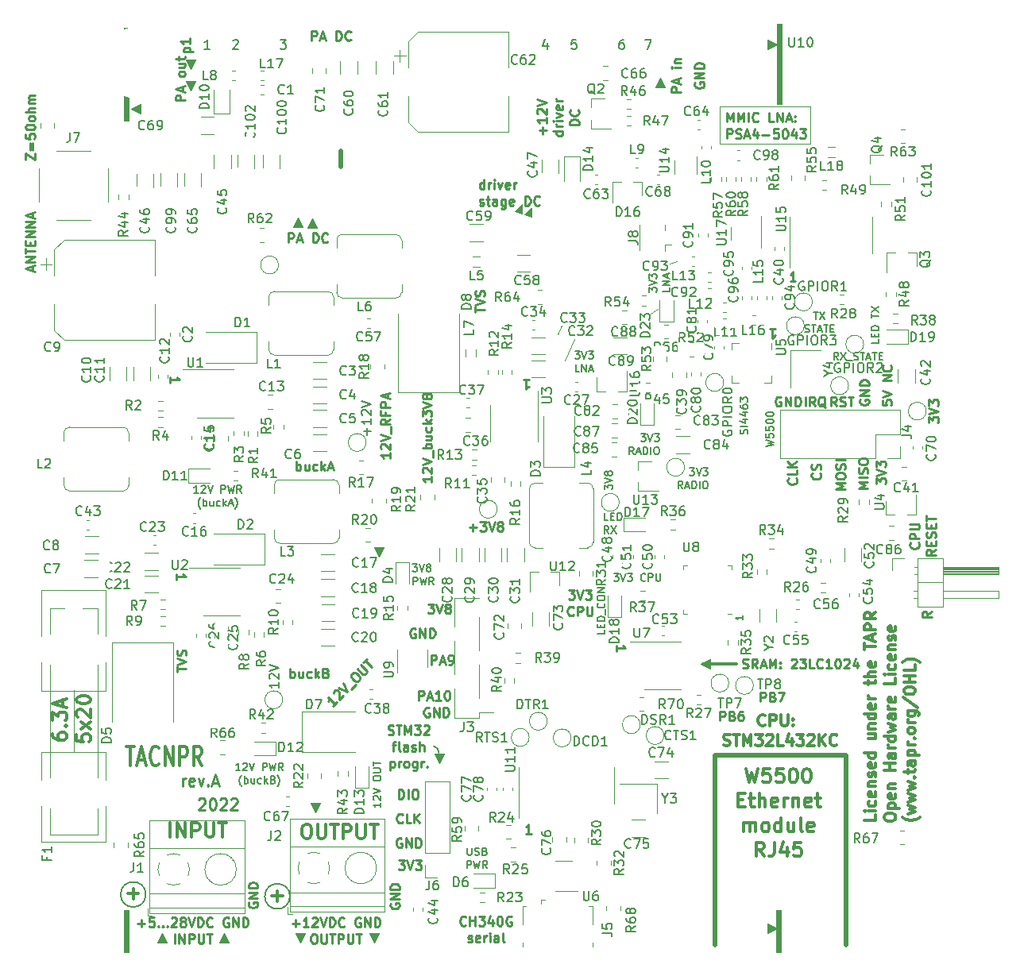
<source format=gto>
G04 #@! TF.GenerationSoftware,KiCad,Pcbnew,5.99.0+really5.1.10+dfsg1-1*
G04 #@! TF.CreationDate,2022-04-29T12:02:54+03:00*
G04 #@! TF.ProjectId,TACNPR,5441434e-5052-42e6-9b69-6361645f7063,rev?*
G04 #@! TF.SameCoordinates,Original*
G04 #@! TF.FileFunction,Legend,Top*
G04 #@! TF.FilePolarity,Positive*
%FSLAX46Y46*%
G04 Gerber Fmt 4.6, Leading zero omitted, Abs format (unit mm)*
G04 Created by KiCad (PCBNEW 5.99.0+really5.1.10+dfsg1-1) date 2022-04-29 12:02:54*
%MOMM*%
%LPD*%
G01*
G04 APERTURE LIST*
%ADD10C,0.100000*%
%ADD11C,0.300000*%
%ADD12C,0.120000*%
%ADD13C,0.250000*%
%ADD14C,0.500000*%
%ADD15C,0.200000*%
%ADD16C,0.375000*%
%ADD17C,0.140000*%
%ADD18C,0.150000*%
%ADD19R,1.800000X1.000000*%
%ADD20R,2.500000X2.300000*%
%ADD21C,2.350000*%
%ADD22R,2.200000X1.050000*%
%ADD23R,1.050000X1.000000*%
%ADD24C,1.500000*%
%ADD25R,3.300000X2.500000*%
%ADD26R,0.450000X0.600000*%
%ADD27R,2.950000X3.500000*%
%ADD28O,1.700000X1.700000*%
%ADD29R,1.700000X1.700000*%
%ADD30R,0.800000X0.900000*%
%ADD31R,0.650000X1.750000*%
%ADD32R,0.650000X1.000000*%
%ADD33R,1.150000X1.400000*%
%ADD34R,1.400000X1.150000*%
%ADD35R,2.510000X1.000000*%
%ADD36C,2.600000*%
%ADD37R,2.600000X2.600000*%
%ADD38R,0.900000X0.800000*%
%ADD39R,0.400000X1.500000*%
%ADD40R,3.450000X3.450000*%
%ADD41C,7.000000*%
%ADD42C,3.900000*%
%ADD43O,0.890000X1.550000*%
%ADD44R,1.200000X1.550000*%
%ADD45R,1.500000X1.550000*%
%ADD46O,1.250000X0.950000*%
%ADD47R,0.400000X1.350000*%
%ADD48R,1.060000X0.650000*%
%ADD49C,2.250000*%
%ADD50C,2.050000*%
%ADD51R,1.800000X2.500000*%
%ADD52R,2.500000X1.800000*%
%ADD53R,0.650000X1.060000*%
%ADD54R,3.500000X2.950000*%
G04 APERTURE END LIST*
D10*
G36*
X162814000Y-105664000D02*
G01*
X161798000Y-105156000D01*
X162814000Y-104648000D01*
X162814000Y-105664000D01*
G37*
X162814000Y-105664000D02*
X161798000Y-105156000D01*
X162814000Y-104648000D01*
X162814000Y-105664000D01*
D11*
X165608000Y-105156000D02*
X162052000Y-105156000D01*
D12*
X156464000Y-67818000D02*
X157226000Y-67310000D01*
X158496000Y-62484000D02*
X159258000Y-62230000D01*
D10*
G36*
X127508000Y-93726000D02*
G01*
X127000000Y-92710000D01*
X128016000Y-92710000D01*
X127508000Y-93726000D01*
G37*
X127508000Y-93726000D02*
X127000000Y-92710000D01*
X128016000Y-92710000D01*
X127508000Y-93726000D01*
D13*
X163861904Y-111196380D02*
X163861904Y-110196380D01*
X164242857Y-110196380D01*
X164338095Y-110244000D01*
X164385714Y-110291619D01*
X164433333Y-110386857D01*
X164433333Y-110529714D01*
X164385714Y-110624952D01*
X164338095Y-110672571D01*
X164242857Y-110720190D01*
X163861904Y-110720190D01*
X165195238Y-110672571D02*
X165338095Y-110720190D01*
X165385714Y-110767809D01*
X165433333Y-110863047D01*
X165433333Y-111005904D01*
X165385714Y-111101142D01*
X165338095Y-111148761D01*
X165242857Y-111196380D01*
X164861904Y-111196380D01*
X164861904Y-110196380D01*
X165195238Y-110196380D01*
X165290476Y-110244000D01*
X165338095Y-110291619D01*
X165385714Y-110386857D01*
X165385714Y-110482095D01*
X165338095Y-110577333D01*
X165290476Y-110624952D01*
X165195238Y-110672571D01*
X164861904Y-110672571D01*
X166290476Y-110196380D02*
X166100000Y-110196380D01*
X166004761Y-110244000D01*
X165957142Y-110291619D01*
X165861904Y-110434476D01*
X165814285Y-110624952D01*
X165814285Y-111005904D01*
X165861904Y-111101142D01*
X165909523Y-111148761D01*
X166004761Y-111196380D01*
X166195238Y-111196380D01*
X166290476Y-111148761D01*
X166338095Y-111101142D01*
X166385714Y-111005904D01*
X166385714Y-110767809D01*
X166338095Y-110672571D01*
X166290476Y-110624952D01*
X166195238Y-110577333D01*
X166004761Y-110577333D01*
X165909523Y-110624952D01*
X165861904Y-110672571D01*
X165814285Y-110767809D01*
X168179904Y-109164380D02*
X168179904Y-108164380D01*
X168560857Y-108164380D01*
X168656095Y-108212000D01*
X168703714Y-108259619D01*
X168751333Y-108354857D01*
X168751333Y-108497714D01*
X168703714Y-108592952D01*
X168656095Y-108640571D01*
X168560857Y-108688190D01*
X168179904Y-108688190D01*
X169513238Y-108640571D02*
X169656095Y-108688190D01*
X169703714Y-108735809D01*
X169751333Y-108831047D01*
X169751333Y-108973904D01*
X169703714Y-109069142D01*
X169656095Y-109116761D01*
X169560857Y-109164380D01*
X169179904Y-109164380D01*
X169179904Y-108164380D01*
X169513238Y-108164380D01*
X169608476Y-108212000D01*
X169656095Y-108259619D01*
X169703714Y-108354857D01*
X169703714Y-108450095D01*
X169656095Y-108545333D01*
X169608476Y-108592952D01*
X169513238Y-108640571D01*
X169179904Y-108640571D01*
X170084666Y-108164380D02*
X170751333Y-108164380D01*
X170322761Y-109164380D01*
X166299333Y-105560761D02*
X166442190Y-105608380D01*
X166680285Y-105608380D01*
X166775523Y-105560761D01*
X166823142Y-105513142D01*
X166870761Y-105417904D01*
X166870761Y-105322666D01*
X166823142Y-105227428D01*
X166775523Y-105179809D01*
X166680285Y-105132190D01*
X166489809Y-105084571D01*
X166394571Y-105036952D01*
X166346952Y-104989333D01*
X166299333Y-104894095D01*
X166299333Y-104798857D01*
X166346952Y-104703619D01*
X166394571Y-104656000D01*
X166489809Y-104608380D01*
X166727904Y-104608380D01*
X166870761Y-104656000D01*
X167870761Y-105608380D02*
X167537428Y-105132190D01*
X167299333Y-105608380D02*
X167299333Y-104608380D01*
X167680285Y-104608380D01*
X167775523Y-104656000D01*
X167823142Y-104703619D01*
X167870761Y-104798857D01*
X167870761Y-104941714D01*
X167823142Y-105036952D01*
X167775523Y-105084571D01*
X167680285Y-105132190D01*
X167299333Y-105132190D01*
X168251714Y-105322666D02*
X168727904Y-105322666D01*
X168156476Y-105608380D02*
X168489809Y-104608380D01*
X168823142Y-105608380D01*
X169156476Y-105608380D02*
X169156476Y-104608380D01*
X169489809Y-105322666D01*
X169823142Y-104608380D01*
X169823142Y-105608380D01*
X170299333Y-105513142D02*
X170346952Y-105560761D01*
X170299333Y-105608380D01*
X170251714Y-105560761D01*
X170299333Y-105513142D01*
X170299333Y-105608380D01*
X170299333Y-104989333D02*
X170346952Y-105036952D01*
X170299333Y-105084571D01*
X170251714Y-105036952D01*
X170299333Y-104989333D01*
X170299333Y-105084571D01*
X171489809Y-104703619D02*
X171537428Y-104656000D01*
X171632666Y-104608380D01*
X171870761Y-104608380D01*
X171966000Y-104656000D01*
X172013619Y-104703619D01*
X172061238Y-104798857D01*
X172061238Y-104894095D01*
X172013619Y-105036952D01*
X171442190Y-105608380D01*
X172061238Y-105608380D01*
X172394571Y-104608380D02*
X173013619Y-104608380D01*
X172680285Y-104989333D01*
X172823142Y-104989333D01*
X172918380Y-105036952D01*
X172966000Y-105084571D01*
X173013619Y-105179809D01*
X173013619Y-105417904D01*
X172966000Y-105513142D01*
X172918380Y-105560761D01*
X172823142Y-105608380D01*
X172537428Y-105608380D01*
X172442190Y-105560761D01*
X172394571Y-105513142D01*
X173918380Y-105608380D02*
X173442190Y-105608380D01*
X173442190Y-104608380D01*
X174823142Y-105513142D02*
X174775523Y-105560761D01*
X174632666Y-105608380D01*
X174537428Y-105608380D01*
X174394571Y-105560761D01*
X174299333Y-105465523D01*
X174251714Y-105370285D01*
X174204095Y-105179809D01*
X174204095Y-105036952D01*
X174251714Y-104846476D01*
X174299333Y-104751238D01*
X174394571Y-104656000D01*
X174537428Y-104608380D01*
X174632666Y-104608380D01*
X174775523Y-104656000D01*
X174823142Y-104703619D01*
X175775523Y-105608380D02*
X175204095Y-105608380D01*
X175489809Y-105608380D02*
X175489809Y-104608380D01*
X175394571Y-104751238D01*
X175299333Y-104846476D01*
X175204095Y-104894095D01*
X176394571Y-104608380D02*
X176489809Y-104608380D01*
X176585047Y-104656000D01*
X176632666Y-104703619D01*
X176680285Y-104798857D01*
X176727904Y-104989333D01*
X176727904Y-105227428D01*
X176680285Y-105417904D01*
X176632666Y-105513142D01*
X176585047Y-105560761D01*
X176489809Y-105608380D01*
X176394571Y-105608380D01*
X176299333Y-105560761D01*
X176251714Y-105513142D01*
X176204095Y-105417904D01*
X176156476Y-105227428D01*
X176156476Y-104989333D01*
X176204095Y-104798857D01*
X176251714Y-104703619D01*
X176299333Y-104656000D01*
X176394571Y-104608380D01*
X177108857Y-104703619D02*
X177156476Y-104656000D01*
X177251714Y-104608380D01*
X177489809Y-104608380D01*
X177585047Y-104656000D01*
X177632666Y-104703619D01*
X177680285Y-104798857D01*
X177680285Y-104894095D01*
X177632666Y-105036952D01*
X177061238Y-105608380D01*
X177680285Y-105608380D01*
X178537428Y-104941714D02*
X178537428Y-105608380D01*
X178299333Y-104560761D02*
X178061238Y-105275047D01*
X178680285Y-105275047D01*
X137780780Y-67636876D02*
X137780780Y-67065447D01*
X138780780Y-67351161D02*
X137780780Y-67351161D01*
X137780780Y-66874971D02*
X138780780Y-66541638D01*
X137780780Y-66208304D01*
X138733161Y-65922590D02*
X138780780Y-65779733D01*
X138780780Y-65541638D01*
X138733161Y-65446400D01*
X138685542Y-65398780D01*
X138590304Y-65351161D01*
X138495066Y-65351161D01*
X138399828Y-65398780D01*
X138352209Y-65446400D01*
X138304590Y-65541638D01*
X138256971Y-65732114D01*
X138209352Y-65827352D01*
X138161733Y-65874971D01*
X138066495Y-65922590D01*
X137971257Y-65922590D01*
X137876019Y-65874971D01*
X137828400Y-65827352D01*
X137780780Y-65732114D01*
X137780780Y-65494019D01*
X137828400Y-65351161D01*
D10*
G36*
X120751600Y-121005600D02*
G01*
X120243600Y-119989600D01*
X121259600Y-119989600D01*
X120751600Y-121005600D01*
G37*
X120751600Y-121005600D02*
X120243600Y-119989600D01*
X121259600Y-119989600D01*
X120751600Y-121005600D01*
D13*
X186431180Y-99563276D02*
X185954990Y-99896609D01*
X186431180Y-100134704D02*
X185431180Y-100134704D01*
X185431180Y-99753752D01*
X185478800Y-99658514D01*
X185526419Y-99610895D01*
X185621657Y-99563276D01*
X185764514Y-99563276D01*
X185859752Y-99610895D01*
X185907371Y-99658514D01*
X185954990Y-99753752D01*
X185954990Y-100134704D01*
D12*
X147002500Y-69088000D02*
X146558000Y-70040500D01*
X147383500Y-72834500D02*
X148399500Y-70548500D01*
D14*
X123474480Y-52184300D02*
X123474480Y-50441860D01*
D13*
X142932185Y-74858619D02*
X143503614Y-74858619D01*
X143217900Y-74858619D02*
X143217900Y-75858619D01*
X143313138Y-75715761D01*
X143408376Y-75620523D01*
X143503614Y-75572904D01*
X105313219Y-75152214D02*
X105313219Y-74580785D01*
X105313219Y-74866500D02*
X106313219Y-74866500D01*
X106170361Y-74771261D01*
X106075123Y-74676023D01*
X106027504Y-74580785D01*
X105948219Y-96145314D02*
X105948219Y-95573885D01*
X105948219Y-95859600D02*
X106948219Y-95859600D01*
X106805361Y-95764361D01*
X106710123Y-95669123D01*
X106662504Y-95573885D01*
X152823919Y-103778014D02*
X152823919Y-103206585D01*
X152823919Y-103492300D02*
X153823919Y-103492300D01*
X153681061Y-103397061D01*
X153585823Y-103301823D01*
X153538204Y-103206585D01*
X169195785Y-69410319D02*
X169767214Y-69410319D01*
X169481500Y-69410319D02*
X169481500Y-70410319D01*
X169576738Y-70267461D01*
X169671976Y-70172223D01*
X169767214Y-70124604D01*
X143783014Y-123235980D02*
X143211585Y-123235980D01*
X143497300Y-123235980D02*
X143497300Y-122235980D01*
X143402061Y-122378838D01*
X143306823Y-122474076D01*
X143211585Y-122521695D01*
X171938914Y-64358780D02*
X171367485Y-64358780D01*
X171653200Y-64358780D02*
X171653200Y-63358780D01*
X171557961Y-63501638D01*
X171462723Y-63596876D01*
X171367485Y-63644495D01*
X170370595Y-76716000D02*
X170275357Y-76668380D01*
X170132500Y-76668380D01*
X169989642Y-76716000D01*
X169894404Y-76811238D01*
X169846785Y-76906476D01*
X169799166Y-77096952D01*
X169799166Y-77239809D01*
X169846785Y-77430285D01*
X169894404Y-77525523D01*
X169989642Y-77620761D01*
X170132500Y-77668380D01*
X170227738Y-77668380D01*
X170370595Y-77620761D01*
X170418214Y-77573142D01*
X170418214Y-77239809D01*
X170227738Y-77239809D01*
X170846785Y-77668380D02*
X170846785Y-76668380D01*
X171418214Y-77668380D01*
X171418214Y-76668380D01*
X171894404Y-77668380D02*
X171894404Y-76668380D01*
X172132500Y-76668380D01*
X172275357Y-76716000D01*
X172370595Y-76811238D01*
X172418214Y-76906476D01*
X172465833Y-77096952D01*
X172465833Y-77239809D01*
X172418214Y-77430285D01*
X172370595Y-77525523D01*
X172275357Y-77620761D01*
X172132500Y-77668380D01*
X171894404Y-77668380D01*
D10*
G36*
X157988000Y-43688000D02*
G01*
X156972000Y-43688000D01*
X157480000Y-42672000D01*
X157988000Y-43688000D01*
G37*
X157988000Y-43688000D02*
X156972000Y-43688000D01*
X157480000Y-42672000D01*
X157988000Y-43688000D01*
D15*
X173888476Y-67594304D02*
X174345619Y-67594304D01*
X174117047Y-68394304D02*
X174117047Y-67594304D01*
X174536095Y-67594304D02*
X175069428Y-68394304D01*
X175069428Y-67594304D02*
X174536095Y-68394304D01*
X172955142Y-69756209D02*
X173069428Y-69794304D01*
X173259904Y-69794304D01*
X173336095Y-69756209D01*
X173374190Y-69718114D01*
X173412285Y-69641923D01*
X173412285Y-69565733D01*
X173374190Y-69489542D01*
X173336095Y-69451447D01*
X173259904Y-69413352D01*
X173107523Y-69375257D01*
X173031333Y-69337161D01*
X172993238Y-69299066D01*
X172955142Y-69222876D01*
X172955142Y-69146685D01*
X172993238Y-69070495D01*
X173031333Y-69032400D01*
X173107523Y-68994304D01*
X173298000Y-68994304D01*
X173412285Y-69032400D01*
X173640857Y-68994304D02*
X174098000Y-68994304D01*
X173869428Y-69794304D02*
X173869428Y-68994304D01*
X174326571Y-69565733D02*
X174707523Y-69565733D01*
X174250380Y-69794304D02*
X174517047Y-68994304D01*
X174783714Y-69794304D01*
X174936095Y-68994304D02*
X175393238Y-68994304D01*
X175164666Y-69794304D02*
X175164666Y-68994304D01*
X175659904Y-69375257D02*
X175926571Y-69375257D01*
X176040857Y-69794304D02*
X175659904Y-69794304D01*
X175659904Y-68994304D01*
X176040857Y-68994304D01*
D12*
X163842700Y-49682400D02*
X163842700Y-45745400D01*
X173494700Y-49682400D02*
X163842700Y-49682400D01*
X173494700Y-45745400D02*
X173494700Y-49682400D01*
X163842700Y-45745400D02*
X173494700Y-45745400D01*
D13*
X147732904Y-97256380D02*
X148351952Y-97256380D01*
X148018619Y-97637333D01*
X148161476Y-97637333D01*
X148256714Y-97684952D01*
X148304333Y-97732571D01*
X148351952Y-97827809D01*
X148351952Y-98065904D01*
X148304333Y-98161142D01*
X148256714Y-98208761D01*
X148161476Y-98256380D01*
X147875761Y-98256380D01*
X147780523Y-98208761D01*
X147732904Y-98161142D01*
X148637666Y-97256380D02*
X148971000Y-98256380D01*
X149304333Y-97256380D01*
X149542428Y-97256380D02*
X150161476Y-97256380D01*
X149828142Y-97637333D01*
X149971000Y-97637333D01*
X150066238Y-97684952D01*
X150113857Y-97732571D01*
X150161476Y-97827809D01*
X150161476Y-98065904D01*
X150113857Y-98161142D01*
X150066238Y-98208761D01*
X149971000Y-98256380D01*
X149685285Y-98256380D01*
X149590047Y-98208761D01*
X149542428Y-98161142D01*
X148256714Y-99911142D02*
X148209095Y-99958761D01*
X148066238Y-100006380D01*
X147971000Y-100006380D01*
X147828142Y-99958761D01*
X147732904Y-99863523D01*
X147685285Y-99768285D01*
X147637666Y-99577809D01*
X147637666Y-99434952D01*
X147685285Y-99244476D01*
X147732904Y-99149238D01*
X147828142Y-99054000D01*
X147971000Y-99006380D01*
X148066238Y-99006380D01*
X148209095Y-99054000D01*
X148256714Y-99101619D01*
X148685285Y-100006380D02*
X148685285Y-99006380D01*
X149066238Y-99006380D01*
X149161476Y-99054000D01*
X149209095Y-99101619D01*
X149256714Y-99196857D01*
X149256714Y-99339714D01*
X149209095Y-99434952D01*
X149161476Y-99482571D01*
X149066238Y-99530190D01*
X148685285Y-99530190D01*
X149685285Y-99006380D02*
X149685285Y-99815904D01*
X149732904Y-99911142D01*
X149780523Y-99958761D01*
X149875761Y-100006380D01*
X150066238Y-100006380D01*
X150161476Y-99958761D01*
X150209095Y-99911142D01*
X150256714Y-99815904D01*
X150256714Y-99006380D01*
D15*
X166350904Y-99974428D02*
X166350904Y-100431571D01*
X166350904Y-100203000D02*
X165550904Y-100203000D01*
X165665190Y-100279190D01*
X165741380Y-100355380D01*
X165779476Y-100431571D01*
D12*
X163756340Y-67416680D02*
X163736020Y-67416680D01*
D15*
X160639561Y-84256704D02*
X161134800Y-84256704D01*
X160868133Y-84561466D01*
X160982419Y-84561466D01*
X161058609Y-84599561D01*
X161096704Y-84637657D01*
X161134800Y-84713847D01*
X161134800Y-84904323D01*
X161096704Y-84980514D01*
X161058609Y-85018609D01*
X160982419Y-85056704D01*
X160753847Y-85056704D01*
X160677657Y-85018609D01*
X160639561Y-84980514D01*
X161363371Y-84256704D02*
X161630038Y-85056704D01*
X161896704Y-84256704D01*
X162087180Y-84256704D02*
X162582419Y-84256704D01*
X162315752Y-84561466D01*
X162430038Y-84561466D01*
X162506228Y-84599561D01*
X162544323Y-84637657D01*
X162582419Y-84713847D01*
X162582419Y-84904323D01*
X162544323Y-84980514D01*
X162506228Y-85018609D01*
X162430038Y-85056704D01*
X162201466Y-85056704D01*
X162125276Y-85018609D01*
X162087180Y-84980514D01*
X159877657Y-86456704D02*
X159610990Y-86075752D01*
X159420514Y-86456704D02*
X159420514Y-85656704D01*
X159725276Y-85656704D01*
X159801466Y-85694800D01*
X159839561Y-85732895D01*
X159877657Y-85809085D01*
X159877657Y-85923371D01*
X159839561Y-85999561D01*
X159801466Y-86037657D01*
X159725276Y-86075752D01*
X159420514Y-86075752D01*
X160182419Y-86228133D02*
X160563371Y-86228133D01*
X160106228Y-86456704D02*
X160372895Y-85656704D01*
X160639561Y-86456704D01*
X160906228Y-86456704D02*
X160906228Y-85656704D01*
X161096704Y-85656704D01*
X161210990Y-85694800D01*
X161287180Y-85770990D01*
X161325276Y-85847180D01*
X161363371Y-85999561D01*
X161363371Y-86113847D01*
X161325276Y-86266228D01*
X161287180Y-86342419D01*
X161210990Y-86418609D01*
X161096704Y-86456704D01*
X160906228Y-86456704D01*
X161706228Y-86456704D02*
X161706228Y-85656704D01*
X162239561Y-85656704D02*
X162391942Y-85656704D01*
X162468133Y-85694800D01*
X162544323Y-85770990D01*
X162582419Y-85923371D01*
X162582419Y-86190038D01*
X162544323Y-86342419D01*
X162468133Y-86418609D01*
X162391942Y-86456704D01*
X162239561Y-86456704D01*
X162163371Y-86418609D01*
X162087180Y-86342419D01*
X162049085Y-86190038D01*
X162049085Y-85923371D01*
X162087180Y-85770990D01*
X162163371Y-85694800D01*
X162239561Y-85656704D01*
X156341904Y-65506476D02*
X156341904Y-65011238D01*
X156646666Y-65277904D01*
X156646666Y-65163619D01*
X156684761Y-65087428D01*
X156722857Y-65049333D01*
X156799047Y-65011238D01*
X156989523Y-65011238D01*
X157065714Y-65049333D01*
X157103809Y-65087428D01*
X157141904Y-65163619D01*
X157141904Y-65392190D01*
X157103809Y-65468380D01*
X157065714Y-65506476D01*
X156341904Y-64782666D02*
X157141904Y-64516000D01*
X156341904Y-64249333D01*
X156341904Y-64058857D02*
X156341904Y-63563619D01*
X156646666Y-63830285D01*
X156646666Y-63716000D01*
X156684761Y-63639809D01*
X156722857Y-63601714D01*
X156799047Y-63563619D01*
X156989523Y-63563619D01*
X157065714Y-63601714D01*
X157103809Y-63639809D01*
X157141904Y-63716000D01*
X157141904Y-63944571D01*
X157103809Y-64020761D01*
X157065714Y-64058857D01*
X158541904Y-65030285D02*
X158541904Y-65411238D01*
X157741904Y-65411238D01*
X158541904Y-64763619D02*
X157741904Y-64763619D01*
X158541904Y-64306476D01*
X157741904Y-64306476D01*
X158313333Y-63963619D02*
X158313333Y-63582666D01*
X158541904Y-64039809D02*
X157741904Y-63773142D01*
X158541904Y-63506476D01*
X148425023Y-71823404D02*
X148920261Y-71823404D01*
X148653595Y-72128166D01*
X148767880Y-72128166D01*
X148844071Y-72166261D01*
X148882166Y-72204357D01*
X148920261Y-72280547D01*
X148920261Y-72471023D01*
X148882166Y-72547214D01*
X148844071Y-72585309D01*
X148767880Y-72623404D01*
X148539309Y-72623404D01*
X148463119Y-72585309D01*
X148425023Y-72547214D01*
X149148833Y-71823404D02*
X149415500Y-72623404D01*
X149682166Y-71823404D01*
X149872642Y-71823404D02*
X150367880Y-71823404D01*
X150101214Y-72128166D01*
X150215500Y-72128166D01*
X150291690Y-72166261D01*
X150329785Y-72204357D01*
X150367880Y-72280547D01*
X150367880Y-72471023D01*
X150329785Y-72547214D01*
X150291690Y-72585309D01*
X150215500Y-72623404D01*
X149986928Y-72623404D01*
X149910738Y-72585309D01*
X149872642Y-72547214D01*
X148901214Y-74023404D02*
X148520261Y-74023404D01*
X148520261Y-73223404D01*
X149167880Y-74023404D02*
X149167880Y-73223404D01*
X149625023Y-74023404D01*
X149625023Y-73223404D01*
X149967880Y-73794833D02*
X150348833Y-73794833D01*
X149891690Y-74023404D02*
X150158357Y-73223404D01*
X150425023Y-74023404D01*
D13*
X186155080Y-79419295D02*
X186155080Y-78800247D01*
X186536033Y-79133580D01*
X186536033Y-78990723D01*
X186583652Y-78895485D01*
X186631271Y-78847866D01*
X186726509Y-78800247D01*
X186964604Y-78800247D01*
X187059842Y-78847866D01*
X187107461Y-78895485D01*
X187155080Y-78990723D01*
X187155080Y-79276438D01*
X187107461Y-79371676D01*
X187059842Y-79419295D01*
X186155080Y-78514533D02*
X187155080Y-78181200D01*
X186155080Y-77847866D01*
X186155080Y-77609771D02*
X186155080Y-76990723D01*
X186536033Y-77324057D01*
X186536033Y-77181200D01*
X186583652Y-77085961D01*
X186631271Y-77038342D01*
X186726509Y-76990723D01*
X186964604Y-76990723D01*
X187059842Y-77038342D01*
X187107461Y-77085961D01*
X187155080Y-77181200D01*
X187155080Y-77466914D01*
X187107461Y-77562152D01*
X187059842Y-77609771D01*
D15*
X151606304Y-86547514D02*
X151606304Y-86052276D01*
X151911066Y-86318942D01*
X151911066Y-86204657D01*
X151949161Y-86128466D01*
X151987257Y-86090371D01*
X152063447Y-86052276D01*
X152253923Y-86052276D01*
X152330114Y-86090371D01*
X152368209Y-86128466D01*
X152406304Y-86204657D01*
X152406304Y-86433228D01*
X152368209Y-86509419D01*
X152330114Y-86547514D01*
X151606304Y-85823704D02*
X152406304Y-85557038D01*
X151606304Y-85290371D01*
X151949161Y-84909419D02*
X151911066Y-84985609D01*
X151872971Y-85023704D01*
X151796780Y-85061800D01*
X151758685Y-85061800D01*
X151682495Y-85023704D01*
X151644400Y-84985609D01*
X151606304Y-84909419D01*
X151606304Y-84757038D01*
X151644400Y-84680847D01*
X151682495Y-84642752D01*
X151758685Y-84604657D01*
X151796780Y-84604657D01*
X151872971Y-84642752D01*
X151911066Y-84680847D01*
X151949161Y-84757038D01*
X151949161Y-84909419D01*
X151987257Y-84985609D01*
X152025352Y-85023704D01*
X152101542Y-85061800D01*
X152253923Y-85061800D01*
X152330114Y-85023704D01*
X152368209Y-84985609D01*
X152406304Y-84909419D01*
X152406304Y-84757038D01*
X152368209Y-84680847D01*
X152330114Y-84642752D01*
X152253923Y-84604657D01*
X152101542Y-84604657D01*
X152025352Y-84642752D01*
X151987257Y-84680847D01*
X151949161Y-84757038D01*
D10*
G36*
X142748000Y-57099200D02*
G01*
X141986000Y-56845200D01*
X142748000Y-56134000D01*
X142748000Y-57099200D01*
G37*
X142748000Y-57099200D02*
X141986000Y-56845200D01*
X142748000Y-56134000D01*
X142748000Y-57099200D01*
D13*
X164624295Y-47354780D02*
X164624295Y-46354780D01*
X164957628Y-47069066D01*
X165290961Y-46354780D01*
X165290961Y-47354780D01*
X165767152Y-47354780D02*
X165767152Y-46354780D01*
X166100485Y-47069066D01*
X166433819Y-46354780D01*
X166433819Y-47354780D01*
X166910009Y-47354780D02*
X166910009Y-46354780D01*
X167957628Y-47259542D02*
X167910009Y-47307161D01*
X167767152Y-47354780D01*
X167671914Y-47354780D01*
X167529057Y-47307161D01*
X167433819Y-47211923D01*
X167386200Y-47116685D01*
X167338580Y-46926209D01*
X167338580Y-46783352D01*
X167386200Y-46592876D01*
X167433819Y-46497638D01*
X167529057Y-46402400D01*
X167671914Y-46354780D01*
X167767152Y-46354780D01*
X167910009Y-46402400D01*
X167957628Y-46450019D01*
X169624295Y-47354780D02*
X169148104Y-47354780D01*
X169148104Y-46354780D01*
X169957628Y-47354780D02*
X169957628Y-46354780D01*
X170529057Y-47354780D01*
X170529057Y-46354780D01*
X170957628Y-47069066D02*
X171433819Y-47069066D01*
X170862390Y-47354780D02*
X171195723Y-46354780D01*
X171529057Y-47354780D01*
X171862390Y-47259542D02*
X171910009Y-47307161D01*
X171862390Y-47354780D01*
X171814771Y-47307161D01*
X171862390Y-47259542D01*
X171862390Y-47354780D01*
X171862390Y-46735733D02*
X171910009Y-46783352D01*
X171862390Y-46830971D01*
X171814771Y-46783352D01*
X171862390Y-46735733D01*
X171862390Y-46830971D01*
X164624295Y-49104780D02*
X164624295Y-48104780D01*
X165005247Y-48104780D01*
X165100485Y-48152400D01*
X165148104Y-48200019D01*
X165195723Y-48295257D01*
X165195723Y-48438114D01*
X165148104Y-48533352D01*
X165100485Y-48580971D01*
X165005247Y-48628590D01*
X164624295Y-48628590D01*
X165576676Y-49057161D02*
X165719533Y-49104780D01*
X165957628Y-49104780D01*
X166052866Y-49057161D01*
X166100485Y-49009542D01*
X166148104Y-48914304D01*
X166148104Y-48819066D01*
X166100485Y-48723828D01*
X166052866Y-48676209D01*
X165957628Y-48628590D01*
X165767152Y-48580971D01*
X165671914Y-48533352D01*
X165624295Y-48485733D01*
X165576676Y-48390495D01*
X165576676Y-48295257D01*
X165624295Y-48200019D01*
X165671914Y-48152400D01*
X165767152Y-48104780D01*
X166005247Y-48104780D01*
X166148104Y-48152400D01*
X166529057Y-48819066D02*
X167005247Y-48819066D01*
X166433819Y-49104780D02*
X166767152Y-48104780D01*
X167100485Y-49104780D01*
X167862390Y-48438114D02*
X167862390Y-49104780D01*
X167624295Y-48057161D02*
X167386200Y-48771447D01*
X168005247Y-48771447D01*
X168386200Y-48723828D02*
X169148104Y-48723828D01*
X170100485Y-48104780D02*
X169624295Y-48104780D01*
X169576676Y-48580971D01*
X169624295Y-48533352D01*
X169719533Y-48485733D01*
X169957628Y-48485733D01*
X170052866Y-48533352D01*
X170100485Y-48580971D01*
X170148104Y-48676209D01*
X170148104Y-48914304D01*
X170100485Y-49009542D01*
X170052866Y-49057161D01*
X169957628Y-49104780D01*
X169719533Y-49104780D01*
X169624295Y-49057161D01*
X169576676Y-49009542D01*
X170767152Y-48104780D02*
X170862390Y-48104780D01*
X170957628Y-48152400D01*
X171005247Y-48200019D01*
X171052866Y-48295257D01*
X171100485Y-48485733D01*
X171100485Y-48723828D01*
X171052866Y-48914304D01*
X171005247Y-49009542D01*
X170957628Y-49057161D01*
X170862390Y-49104780D01*
X170767152Y-49104780D01*
X170671914Y-49057161D01*
X170624295Y-49009542D01*
X170576676Y-48914304D01*
X170529057Y-48723828D01*
X170529057Y-48485733D01*
X170576676Y-48295257D01*
X170624295Y-48200019D01*
X170671914Y-48152400D01*
X170767152Y-48104780D01*
X171957628Y-48438114D02*
X171957628Y-49104780D01*
X171719533Y-48057161D02*
X171481438Y-48771447D01*
X172100485Y-48771447D01*
X172386200Y-48104780D02*
X173005247Y-48104780D01*
X172671914Y-48485733D01*
X172814771Y-48485733D01*
X172910009Y-48533352D01*
X172957628Y-48580971D01*
X173005247Y-48676209D01*
X173005247Y-48914304D01*
X172957628Y-49009542D01*
X172910009Y-49057161D01*
X172814771Y-49104780D01*
X172529057Y-49104780D01*
X172433819Y-49057161D01*
X172386200Y-49009542D01*
X106745114Y-39896504D02*
X107745114Y-39896504D01*
X106792733Y-39896504D02*
X106745114Y-39801266D01*
X106745114Y-39610790D01*
X106792733Y-39515552D01*
X106840352Y-39467933D01*
X106935590Y-39420314D01*
X107221304Y-39420314D01*
X107316542Y-39467933D01*
X107364161Y-39515552D01*
X107411780Y-39610790D01*
X107411780Y-39801266D01*
X107364161Y-39896504D01*
X107411780Y-38467933D02*
X107411780Y-39039361D01*
X107411780Y-38753647D02*
X106411780Y-38753647D01*
X106554638Y-38848885D01*
X106649876Y-38944123D01*
X106697495Y-39039361D01*
D10*
G36*
X107442000Y-44043600D02*
G01*
X106934000Y-43027600D01*
X107950000Y-43027600D01*
X107442000Y-44043600D01*
G37*
X107442000Y-44043600D02*
X106934000Y-43027600D01*
X107950000Y-43027600D01*
X107442000Y-44043600D01*
D13*
X106878380Y-45065404D02*
X105878380Y-45065404D01*
X105878380Y-44684452D01*
X105926000Y-44589214D01*
X105973619Y-44541595D01*
X106068857Y-44493976D01*
X106211714Y-44493976D01*
X106306952Y-44541595D01*
X106354571Y-44589214D01*
X106402190Y-44684452D01*
X106402190Y-45065404D01*
X106592666Y-44113023D02*
X106592666Y-43636833D01*
X106878380Y-44208261D02*
X105878380Y-43874928D01*
X106878380Y-43541595D01*
X106878380Y-42303500D02*
X106830761Y-42398738D01*
X106783142Y-42446357D01*
X106687904Y-42493976D01*
X106402190Y-42493976D01*
X106306952Y-42446357D01*
X106259333Y-42398738D01*
X106211714Y-42303500D01*
X106211714Y-42160642D01*
X106259333Y-42065404D01*
X106306952Y-42017785D01*
X106402190Y-41970166D01*
X106687904Y-41970166D01*
X106783142Y-42017785D01*
X106830761Y-42065404D01*
X106878380Y-42160642D01*
X106878380Y-42303500D01*
X106211714Y-41113023D02*
X106878380Y-41113023D01*
X106211714Y-41541595D02*
X106735523Y-41541595D01*
X106830761Y-41493976D01*
X106878380Y-41398738D01*
X106878380Y-41255880D01*
X106830761Y-41160642D01*
X106783142Y-41113023D01*
X106211714Y-40779690D02*
X106211714Y-40398738D01*
X105878380Y-40636833D02*
X106735523Y-40636833D01*
X106830761Y-40589214D01*
X106878380Y-40493976D01*
X106878380Y-40398738D01*
X159710380Y-44176404D02*
X158710380Y-44176404D01*
X158710380Y-43795452D01*
X158758000Y-43700214D01*
X158805619Y-43652595D01*
X158900857Y-43604976D01*
X159043714Y-43604976D01*
X159138952Y-43652595D01*
X159186571Y-43700214D01*
X159234190Y-43795452D01*
X159234190Y-44176404D01*
X159424666Y-43224023D02*
X159424666Y-42747833D01*
X159710380Y-43319261D02*
X158710380Y-42985928D01*
X159710380Y-42652595D01*
X159710380Y-41557357D02*
X159043714Y-41557357D01*
X158710380Y-41557357D02*
X158758000Y-41604976D01*
X158805619Y-41557357D01*
X158758000Y-41509738D01*
X158710380Y-41557357D01*
X158805619Y-41557357D01*
X159043714Y-41081166D02*
X159710380Y-41081166D01*
X159138952Y-41081166D02*
X159091333Y-41033547D01*
X159043714Y-40938309D01*
X159043714Y-40795452D01*
X159091333Y-40700214D01*
X159186571Y-40652595D01*
X159710380Y-40652595D01*
X161234500Y-43169995D02*
X161186880Y-43265233D01*
X161186880Y-43408090D01*
X161234500Y-43550947D01*
X161329738Y-43646185D01*
X161424976Y-43693804D01*
X161615452Y-43741423D01*
X161758309Y-43741423D01*
X161948785Y-43693804D01*
X162044023Y-43646185D01*
X162139261Y-43550947D01*
X162186880Y-43408090D01*
X162186880Y-43312852D01*
X162139261Y-43169995D01*
X162091642Y-43122376D01*
X161758309Y-43122376D01*
X161758309Y-43312852D01*
X162186880Y-42693804D02*
X161186880Y-42693804D01*
X162186880Y-42122376D01*
X161186880Y-42122376D01*
X162186880Y-41646185D02*
X161186880Y-41646185D01*
X161186880Y-41408090D01*
X161234500Y-41265233D01*
X161329738Y-41169995D01*
X161424976Y-41122376D01*
X161615452Y-41074757D01*
X161758309Y-41074757D01*
X161948785Y-41122376D01*
X162044023Y-41169995D01*
X162139261Y-41265233D01*
X162186880Y-41408090D01*
X162186880Y-41646185D01*
D10*
G36*
X107442000Y-41757600D02*
G01*
X106934000Y-40741600D01*
X107950000Y-40741600D01*
X107442000Y-41757600D01*
G37*
X107442000Y-41757600D02*
X106934000Y-40741600D01*
X107950000Y-40741600D01*
X107442000Y-41757600D01*
D15*
X155457961Y-80599104D02*
X155953200Y-80599104D01*
X155686533Y-80903866D01*
X155800819Y-80903866D01*
X155877009Y-80941961D01*
X155915104Y-80980057D01*
X155953200Y-81056247D01*
X155953200Y-81246723D01*
X155915104Y-81322914D01*
X155877009Y-81361009D01*
X155800819Y-81399104D01*
X155572247Y-81399104D01*
X155496057Y-81361009D01*
X155457961Y-81322914D01*
X156181771Y-80599104D02*
X156448438Y-81399104D01*
X156715104Y-80599104D01*
X156905580Y-80599104D02*
X157400819Y-80599104D01*
X157134152Y-80903866D01*
X157248438Y-80903866D01*
X157324628Y-80941961D01*
X157362723Y-80980057D01*
X157400819Y-81056247D01*
X157400819Y-81246723D01*
X157362723Y-81322914D01*
X157324628Y-81361009D01*
X157248438Y-81399104D01*
X157019866Y-81399104D01*
X156943676Y-81361009D01*
X156905580Y-81322914D01*
X154696057Y-82799104D02*
X154429390Y-82418152D01*
X154238914Y-82799104D02*
X154238914Y-81999104D01*
X154543676Y-81999104D01*
X154619866Y-82037200D01*
X154657961Y-82075295D01*
X154696057Y-82151485D01*
X154696057Y-82265771D01*
X154657961Y-82341961D01*
X154619866Y-82380057D01*
X154543676Y-82418152D01*
X154238914Y-82418152D01*
X155000819Y-82570533D02*
X155381771Y-82570533D01*
X154924628Y-82799104D02*
X155191295Y-81999104D01*
X155457961Y-82799104D01*
X155724628Y-82799104D02*
X155724628Y-81999104D01*
X155915104Y-81999104D01*
X156029390Y-82037200D01*
X156105580Y-82113390D01*
X156143676Y-82189580D01*
X156181771Y-82341961D01*
X156181771Y-82456247D01*
X156143676Y-82608628D01*
X156105580Y-82684819D01*
X156029390Y-82761009D01*
X155915104Y-82799104D01*
X155724628Y-82799104D01*
X156524628Y-82799104D02*
X156524628Y-81999104D01*
X157057961Y-81999104D02*
X157210342Y-81999104D01*
X157286533Y-82037200D01*
X157362723Y-82113390D01*
X157400819Y-82265771D01*
X157400819Y-82532438D01*
X157362723Y-82684819D01*
X157286533Y-82761009D01*
X157210342Y-82799104D01*
X157057961Y-82799104D01*
X156981771Y-82761009D01*
X156905580Y-82684819D01*
X156867485Y-82532438D01*
X156867485Y-82265771D01*
X156905580Y-82113390D01*
X156981771Y-82037200D01*
X157057961Y-81999104D01*
X176482119Y-72751904D02*
X176215452Y-72370952D01*
X176024976Y-72751904D02*
X176024976Y-71951904D01*
X176329738Y-71951904D01*
X176405928Y-71990000D01*
X176444023Y-72028095D01*
X176482119Y-72104285D01*
X176482119Y-72218571D01*
X176444023Y-72294761D01*
X176405928Y-72332857D01*
X176329738Y-72370952D01*
X176024976Y-72370952D01*
X176748785Y-71951904D02*
X177282119Y-72751904D01*
X177282119Y-71951904D02*
X176748785Y-72751904D01*
X177396404Y-72828095D02*
X178005928Y-72828095D01*
X178158309Y-72713809D02*
X178272595Y-72751904D01*
X178463071Y-72751904D01*
X178539261Y-72713809D01*
X178577357Y-72675714D01*
X178615452Y-72599523D01*
X178615452Y-72523333D01*
X178577357Y-72447142D01*
X178539261Y-72409047D01*
X178463071Y-72370952D01*
X178310690Y-72332857D01*
X178234500Y-72294761D01*
X178196404Y-72256666D01*
X178158309Y-72180476D01*
X178158309Y-72104285D01*
X178196404Y-72028095D01*
X178234500Y-71990000D01*
X178310690Y-71951904D01*
X178501166Y-71951904D01*
X178615452Y-71990000D01*
X178844023Y-71951904D02*
X179301166Y-71951904D01*
X179072595Y-72751904D02*
X179072595Y-71951904D01*
X179529738Y-72523333D02*
X179910690Y-72523333D01*
X179453547Y-72751904D02*
X179720214Y-71951904D01*
X179986880Y-72751904D01*
X180139261Y-71951904D02*
X180596404Y-71951904D01*
X180367833Y-72751904D02*
X180367833Y-71951904D01*
X180863071Y-72332857D02*
X181129738Y-72332857D01*
X181244023Y-72751904D02*
X180863071Y-72751904D01*
X180863071Y-71951904D01*
X181244023Y-71951904D01*
X180828904Y-70545571D02*
X180828904Y-70926523D01*
X180028904Y-70926523D01*
X180409857Y-70278904D02*
X180409857Y-70012238D01*
X180828904Y-69897952D02*
X180828904Y-70278904D01*
X180028904Y-70278904D01*
X180028904Y-69897952D01*
X180828904Y-69555095D02*
X180028904Y-69555095D01*
X180028904Y-69364619D01*
X180067000Y-69250333D01*
X180143190Y-69174142D01*
X180219380Y-69136047D01*
X180371761Y-69097952D01*
X180486047Y-69097952D01*
X180638428Y-69136047D01*
X180714619Y-69174142D01*
X180790809Y-69250333D01*
X180828904Y-69364619D01*
X180828904Y-69555095D01*
X180028904Y-68259857D02*
X180028904Y-67802714D01*
X180828904Y-68031285D02*
X180028904Y-68031285D01*
X180028904Y-67612238D02*
X180828904Y-67078904D01*
X180028904Y-67078904D02*
X180828904Y-67612238D01*
X151958428Y-89831904D02*
X151577476Y-89831904D01*
X151577476Y-89031904D01*
X152225095Y-89412857D02*
X152491761Y-89412857D01*
X152606047Y-89831904D02*
X152225095Y-89831904D01*
X152225095Y-89031904D01*
X152606047Y-89031904D01*
X152948904Y-89831904D02*
X152948904Y-89031904D01*
X153139380Y-89031904D01*
X153253666Y-89070000D01*
X153329857Y-89146190D01*
X153367952Y-89222380D01*
X153406047Y-89374761D01*
X153406047Y-89489047D01*
X153367952Y-89641428D01*
X153329857Y-89717619D01*
X153253666Y-89793809D01*
X153139380Y-89831904D01*
X152948904Y-89831904D01*
X152034619Y-91231904D02*
X151767952Y-90850952D01*
X151577476Y-91231904D02*
X151577476Y-90431904D01*
X151882238Y-90431904D01*
X151958428Y-90470000D01*
X151996523Y-90508095D01*
X152034619Y-90584285D01*
X152034619Y-90698571D01*
X151996523Y-90774761D01*
X151958428Y-90812857D01*
X151882238Y-90850952D01*
X151577476Y-90850952D01*
X152301285Y-90431904D02*
X152834619Y-91231904D01*
X152834619Y-90431904D02*
X152301285Y-91231904D01*
X151618904Y-101533571D02*
X151618904Y-101914523D01*
X150818904Y-101914523D01*
X151199857Y-101266904D02*
X151199857Y-101000238D01*
X151618904Y-100885952D02*
X151618904Y-101266904D01*
X150818904Y-101266904D01*
X150818904Y-100885952D01*
X151618904Y-100543095D02*
X150818904Y-100543095D01*
X150818904Y-100352619D01*
X150857000Y-100238333D01*
X150933190Y-100162142D01*
X151009380Y-100124047D01*
X151161761Y-100085952D01*
X151276047Y-100085952D01*
X151428428Y-100124047D01*
X151504619Y-100162142D01*
X151580809Y-100238333D01*
X151618904Y-100352619D01*
X151618904Y-100543095D01*
X151695095Y-99933571D02*
X151695095Y-99324047D01*
X151542714Y-98676428D02*
X151580809Y-98714523D01*
X151618904Y-98828809D01*
X151618904Y-98905000D01*
X151580809Y-99019285D01*
X151504619Y-99095476D01*
X151428428Y-99133571D01*
X151276047Y-99171666D01*
X151161761Y-99171666D01*
X151009380Y-99133571D01*
X150933190Y-99095476D01*
X150857000Y-99019285D01*
X150818904Y-98905000D01*
X150818904Y-98828809D01*
X150857000Y-98714523D01*
X150895095Y-98676428D01*
X150818904Y-98181190D02*
X150818904Y-98028809D01*
X150857000Y-97952619D01*
X150933190Y-97876428D01*
X151085571Y-97838333D01*
X151352238Y-97838333D01*
X151504619Y-97876428D01*
X151580809Y-97952619D01*
X151618904Y-98028809D01*
X151618904Y-98181190D01*
X151580809Y-98257380D01*
X151504619Y-98333571D01*
X151352238Y-98371666D01*
X151085571Y-98371666D01*
X150933190Y-98333571D01*
X150857000Y-98257380D01*
X150818904Y-98181190D01*
X151618904Y-97495476D02*
X150818904Y-97495476D01*
X151618904Y-97038333D01*
X150818904Y-97038333D01*
D11*
X168707000Y-111646571D02*
X168649857Y-111703714D01*
X168478428Y-111760857D01*
X168364142Y-111760857D01*
X168192714Y-111703714D01*
X168078428Y-111589428D01*
X168021285Y-111475142D01*
X167964142Y-111246571D01*
X167964142Y-111075142D01*
X168021285Y-110846571D01*
X168078428Y-110732285D01*
X168192714Y-110618000D01*
X168364142Y-110560857D01*
X168478428Y-110560857D01*
X168649857Y-110618000D01*
X168707000Y-110675142D01*
X169221285Y-111760857D02*
X169221285Y-110560857D01*
X169678428Y-110560857D01*
X169792714Y-110618000D01*
X169849857Y-110675142D01*
X169907000Y-110789428D01*
X169907000Y-110960857D01*
X169849857Y-111075142D01*
X169792714Y-111132285D01*
X169678428Y-111189428D01*
X169221285Y-111189428D01*
X170421285Y-110560857D02*
X170421285Y-111532285D01*
X170478428Y-111646571D01*
X170535571Y-111703714D01*
X170649857Y-111760857D01*
X170878428Y-111760857D01*
X170992714Y-111703714D01*
X171049857Y-111646571D01*
X171107000Y-111532285D01*
X171107000Y-110560857D01*
X171678428Y-111646571D02*
X171735571Y-111703714D01*
X171678428Y-111760857D01*
X171621285Y-111703714D01*
X171678428Y-111646571D01*
X171678428Y-111760857D01*
X171678428Y-111018000D02*
X171735571Y-111075142D01*
X171678428Y-111132285D01*
X171621285Y-111075142D01*
X171678428Y-111018000D01*
X171678428Y-111132285D01*
X164278428Y-113803714D02*
X164449857Y-113860857D01*
X164735571Y-113860857D01*
X164849857Y-113803714D01*
X164907000Y-113746571D01*
X164964142Y-113632285D01*
X164964142Y-113518000D01*
X164907000Y-113403714D01*
X164849857Y-113346571D01*
X164735571Y-113289428D01*
X164507000Y-113232285D01*
X164392714Y-113175142D01*
X164335571Y-113118000D01*
X164278428Y-113003714D01*
X164278428Y-112889428D01*
X164335571Y-112775142D01*
X164392714Y-112718000D01*
X164507000Y-112660857D01*
X164792714Y-112660857D01*
X164964142Y-112718000D01*
X165307000Y-112660857D02*
X165992714Y-112660857D01*
X165649857Y-113860857D02*
X165649857Y-112660857D01*
X166392714Y-113860857D02*
X166392714Y-112660857D01*
X166792714Y-113518000D01*
X167192714Y-112660857D01*
X167192714Y-113860857D01*
X167649857Y-112660857D02*
X168392714Y-112660857D01*
X167992714Y-113118000D01*
X168164142Y-113118000D01*
X168278428Y-113175142D01*
X168335571Y-113232285D01*
X168392714Y-113346571D01*
X168392714Y-113632285D01*
X168335571Y-113746571D01*
X168278428Y-113803714D01*
X168164142Y-113860857D01*
X167821285Y-113860857D01*
X167707000Y-113803714D01*
X167649857Y-113746571D01*
X168849857Y-112775142D02*
X168907000Y-112718000D01*
X169021285Y-112660857D01*
X169307000Y-112660857D01*
X169421285Y-112718000D01*
X169478428Y-112775142D01*
X169535571Y-112889428D01*
X169535571Y-113003714D01*
X169478428Y-113175142D01*
X168792714Y-113860857D01*
X169535571Y-113860857D01*
X170621285Y-113860857D02*
X170049857Y-113860857D01*
X170049857Y-112660857D01*
X171535571Y-113060857D02*
X171535571Y-113860857D01*
X171249857Y-112603714D02*
X170964142Y-113460857D01*
X171707000Y-113460857D01*
X172049857Y-112660857D02*
X172792714Y-112660857D01*
X172392714Y-113118000D01*
X172564142Y-113118000D01*
X172678428Y-113175142D01*
X172735571Y-113232285D01*
X172792714Y-113346571D01*
X172792714Y-113632285D01*
X172735571Y-113746571D01*
X172678428Y-113803714D01*
X172564142Y-113860857D01*
X172221285Y-113860857D01*
X172107000Y-113803714D01*
X172049857Y-113746571D01*
X173249857Y-112775142D02*
X173307000Y-112718000D01*
X173421285Y-112660857D01*
X173707000Y-112660857D01*
X173821285Y-112718000D01*
X173878428Y-112775142D01*
X173935571Y-112889428D01*
X173935571Y-113003714D01*
X173878428Y-113175142D01*
X173192714Y-113860857D01*
X173935571Y-113860857D01*
X174449857Y-113860857D02*
X174449857Y-112660857D01*
X175135571Y-113860857D02*
X174621285Y-113175142D01*
X175135571Y-112660857D02*
X174449857Y-113346571D01*
X176335571Y-113746571D02*
X176278428Y-113803714D01*
X176107000Y-113860857D01*
X175992714Y-113860857D01*
X175821285Y-113803714D01*
X175707000Y-113689428D01*
X175649857Y-113575142D01*
X175592714Y-113346571D01*
X175592714Y-113175142D01*
X175649857Y-112946571D01*
X175707000Y-112832285D01*
X175821285Y-112718000D01*
X175992714Y-112660857D01*
X176107000Y-112660857D01*
X176278428Y-112718000D01*
X176335571Y-112775142D01*
D10*
G36*
X102108000Y-46482000D02*
G01*
X101092000Y-45974000D01*
X102108000Y-45466000D01*
X102108000Y-46482000D01*
G37*
X102108000Y-46482000D02*
X101092000Y-45974000D01*
X102108000Y-45466000D01*
X102108000Y-46482000D01*
D13*
X90590666Y-63205142D02*
X90590666Y-62728952D01*
X90876380Y-63300380D02*
X89876380Y-62967047D01*
X90876380Y-62633714D01*
X90876380Y-62300380D02*
X89876380Y-62300380D01*
X90876380Y-61728952D01*
X89876380Y-61728952D01*
X89876380Y-61395619D02*
X89876380Y-60824190D01*
X90876380Y-61109904D02*
X89876380Y-61109904D01*
X90352571Y-60490857D02*
X90352571Y-60157523D01*
X90876380Y-60014666D02*
X90876380Y-60490857D01*
X89876380Y-60490857D01*
X89876380Y-60014666D01*
X90876380Y-59586095D02*
X89876380Y-59586095D01*
X90876380Y-59014666D01*
X89876380Y-59014666D01*
X90876380Y-58538476D02*
X89876380Y-58538476D01*
X90876380Y-57967047D01*
X89876380Y-57967047D01*
X90590666Y-57538476D02*
X90590666Y-57062285D01*
X90876380Y-57633714D02*
X89876380Y-57300380D01*
X90876380Y-56967047D01*
X89876380Y-51395619D02*
X89876380Y-50728952D01*
X90876380Y-51395619D01*
X90876380Y-50728952D01*
X90352571Y-50348000D02*
X90352571Y-49586095D01*
X90638285Y-49586095D02*
X90638285Y-50348000D01*
X89876380Y-48633714D02*
X89876380Y-49109904D01*
X90352571Y-49157523D01*
X90304952Y-49109904D01*
X90257333Y-49014666D01*
X90257333Y-48776571D01*
X90304952Y-48681333D01*
X90352571Y-48633714D01*
X90447809Y-48586095D01*
X90685904Y-48586095D01*
X90781142Y-48633714D01*
X90828761Y-48681333D01*
X90876380Y-48776571D01*
X90876380Y-49014666D01*
X90828761Y-49109904D01*
X90781142Y-49157523D01*
X89876380Y-47967047D02*
X89876380Y-47871809D01*
X89924000Y-47776571D01*
X89971619Y-47728952D01*
X90066857Y-47681333D01*
X90257333Y-47633714D01*
X90495428Y-47633714D01*
X90685904Y-47681333D01*
X90781142Y-47728952D01*
X90828761Y-47776571D01*
X90876380Y-47871809D01*
X90876380Y-47967047D01*
X90828761Y-48062285D01*
X90781142Y-48109904D01*
X90685904Y-48157523D01*
X90495428Y-48205142D01*
X90257333Y-48205142D01*
X90066857Y-48157523D01*
X89971619Y-48109904D01*
X89924000Y-48062285D01*
X89876380Y-47967047D01*
X90876380Y-47062285D02*
X90828761Y-47157523D01*
X90781142Y-47205142D01*
X90685904Y-47252761D01*
X90400190Y-47252761D01*
X90304952Y-47205142D01*
X90257333Y-47157523D01*
X90209714Y-47062285D01*
X90209714Y-46919428D01*
X90257333Y-46824190D01*
X90304952Y-46776571D01*
X90400190Y-46728952D01*
X90685904Y-46728952D01*
X90781142Y-46776571D01*
X90828761Y-46824190D01*
X90876380Y-46919428D01*
X90876380Y-47062285D01*
X90876380Y-46300380D02*
X89876380Y-46300380D01*
X90876380Y-45871809D02*
X90352571Y-45871809D01*
X90257333Y-45919428D01*
X90209714Y-46014666D01*
X90209714Y-46157523D01*
X90257333Y-46252761D01*
X90304952Y-46300380D01*
X90876380Y-45395619D02*
X90209714Y-45395619D01*
X90304952Y-45395619D02*
X90257333Y-45348000D01*
X90209714Y-45252761D01*
X90209714Y-45109904D01*
X90257333Y-45014666D01*
X90352571Y-44967047D01*
X90876380Y-44967047D01*
X90352571Y-44967047D02*
X90257333Y-44919428D01*
X90209714Y-44824190D01*
X90209714Y-44681333D01*
X90257333Y-44586095D01*
X90352571Y-44538476D01*
X90876380Y-44538476D01*
D10*
G36*
X143764000Y-57505600D02*
G01*
X143002000Y-57251600D01*
X143764000Y-56540400D01*
X143764000Y-57505600D01*
G37*
X143764000Y-57505600D02*
X143002000Y-57251600D01*
X143764000Y-56540400D01*
X143764000Y-57505600D01*
G36*
X119443500Y-58610500D02*
G01*
X118427500Y-58610500D01*
X118935500Y-57594500D01*
X119443500Y-58610500D01*
G37*
X119443500Y-58610500D02*
X118427500Y-58610500D01*
X118935500Y-57594500D01*
X119443500Y-58610500D01*
G36*
X120967500Y-58674000D02*
G01*
X119951500Y-58674000D01*
X120459500Y-57658000D01*
X120967500Y-58674000D01*
G37*
X120967500Y-58674000D02*
X119951500Y-58674000D01*
X120459500Y-57658000D01*
X120967500Y-58674000D01*
D13*
X138725766Y-54517580D02*
X138725766Y-53517580D01*
X138725766Y-54469961D02*
X138630528Y-54517580D01*
X138440052Y-54517580D01*
X138344814Y-54469961D01*
X138297195Y-54422342D01*
X138249576Y-54327104D01*
X138249576Y-54041390D01*
X138297195Y-53946152D01*
X138344814Y-53898533D01*
X138440052Y-53850914D01*
X138630528Y-53850914D01*
X138725766Y-53898533D01*
X139201957Y-54517580D02*
X139201957Y-53850914D01*
X139201957Y-54041390D02*
X139249576Y-53946152D01*
X139297195Y-53898533D01*
X139392433Y-53850914D01*
X139487671Y-53850914D01*
X139821004Y-54517580D02*
X139821004Y-53850914D01*
X139821004Y-53517580D02*
X139773385Y-53565200D01*
X139821004Y-53612819D01*
X139868623Y-53565200D01*
X139821004Y-53517580D01*
X139821004Y-53612819D01*
X140201957Y-53850914D02*
X140440052Y-54517580D01*
X140678147Y-53850914D01*
X141440052Y-54469961D02*
X141344814Y-54517580D01*
X141154338Y-54517580D01*
X141059100Y-54469961D01*
X141011480Y-54374723D01*
X141011480Y-53993771D01*
X141059100Y-53898533D01*
X141154338Y-53850914D01*
X141344814Y-53850914D01*
X141440052Y-53898533D01*
X141487671Y-53993771D01*
X141487671Y-54089009D01*
X141011480Y-54184247D01*
X141916242Y-54517580D02*
X141916242Y-53850914D01*
X141916242Y-54041390D02*
X141963861Y-53946152D01*
X142011480Y-53898533D01*
X142106719Y-53850914D01*
X142201957Y-53850914D01*
X138249576Y-56219961D02*
X138344814Y-56267580D01*
X138535290Y-56267580D01*
X138630528Y-56219961D01*
X138678147Y-56124723D01*
X138678147Y-56077104D01*
X138630528Y-55981866D01*
X138535290Y-55934247D01*
X138392433Y-55934247D01*
X138297195Y-55886628D01*
X138249576Y-55791390D01*
X138249576Y-55743771D01*
X138297195Y-55648533D01*
X138392433Y-55600914D01*
X138535290Y-55600914D01*
X138630528Y-55648533D01*
X138963861Y-55600914D02*
X139344814Y-55600914D01*
X139106719Y-55267580D02*
X139106719Y-56124723D01*
X139154338Y-56219961D01*
X139249576Y-56267580D01*
X139344814Y-56267580D01*
X140106719Y-56267580D02*
X140106719Y-55743771D01*
X140059100Y-55648533D01*
X139963861Y-55600914D01*
X139773385Y-55600914D01*
X139678147Y-55648533D01*
X140106719Y-56219961D02*
X140011480Y-56267580D01*
X139773385Y-56267580D01*
X139678147Y-56219961D01*
X139630528Y-56124723D01*
X139630528Y-56029485D01*
X139678147Y-55934247D01*
X139773385Y-55886628D01*
X140011480Y-55886628D01*
X140106719Y-55839009D01*
X141011480Y-55600914D02*
X141011480Y-56410438D01*
X140963861Y-56505676D01*
X140916242Y-56553295D01*
X140821004Y-56600914D01*
X140678147Y-56600914D01*
X140582909Y-56553295D01*
X141011480Y-56219961D02*
X140916242Y-56267580D01*
X140725766Y-56267580D01*
X140630528Y-56219961D01*
X140582909Y-56172342D01*
X140535290Y-56077104D01*
X140535290Y-55791390D01*
X140582909Y-55696152D01*
X140630528Y-55648533D01*
X140725766Y-55600914D01*
X140916242Y-55600914D01*
X141011480Y-55648533D01*
X141868623Y-56219961D02*
X141773385Y-56267580D01*
X141582909Y-56267580D01*
X141487671Y-56219961D01*
X141440052Y-56124723D01*
X141440052Y-55743771D01*
X141487671Y-55648533D01*
X141582909Y-55600914D01*
X141773385Y-55600914D01*
X141868623Y-55648533D01*
X141916242Y-55743771D01*
X141916242Y-55839009D01*
X141440052Y-55934247D01*
X143106719Y-56267580D02*
X143106719Y-55267580D01*
X143344814Y-55267580D01*
X143487671Y-55315200D01*
X143582909Y-55410438D01*
X143630528Y-55505676D01*
X143678147Y-55696152D01*
X143678147Y-55839009D01*
X143630528Y-56029485D01*
X143582909Y-56124723D01*
X143487671Y-56219961D01*
X143344814Y-56267580D01*
X143106719Y-56267580D01*
X144678147Y-56172342D02*
X144630528Y-56219961D01*
X144487671Y-56267580D01*
X144392433Y-56267580D01*
X144249576Y-56219961D01*
X144154338Y-56124723D01*
X144106719Y-56029485D01*
X144059100Y-55839009D01*
X144059100Y-55696152D01*
X144106719Y-55505676D01*
X144154338Y-55410438D01*
X144249576Y-55315200D01*
X144392433Y-55267580D01*
X144487671Y-55267580D01*
X144630528Y-55315200D01*
X144678147Y-55362819D01*
X117880071Y-60205880D02*
X117880071Y-59205880D01*
X118261023Y-59205880D01*
X118356261Y-59253500D01*
X118403880Y-59301119D01*
X118451500Y-59396357D01*
X118451500Y-59539214D01*
X118403880Y-59634452D01*
X118356261Y-59682071D01*
X118261023Y-59729690D01*
X117880071Y-59729690D01*
X118832452Y-59920166D02*
X119308642Y-59920166D01*
X118737214Y-60205880D02*
X119070547Y-59205880D01*
X119403880Y-60205880D01*
X120499119Y-60205880D02*
X120499119Y-59205880D01*
X120737214Y-59205880D01*
X120880071Y-59253500D01*
X120975309Y-59348738D01*
X121022928Y-59443976D01*
X121070547Y-59634452D01*
X121070547Y-59777309D01*
X121022928Y-59967785D01*
X120975309Y-60063023D01*
X120880071Y-60158261D01*
X120737214Y-60205880D01*
X120499119Y-60205880D01*
X122070547Y-60110642D02*
X122022928Y-60158261D01*
X121880071Y-60205880D01*
X121784833Y-60205880D01*
X121641976Y-60158261D01*
X121546738Y-60063023D01*
X121499119Y-59967785D01*
X121451500Y-59777309D01*
X121451500Y-59634452D01*
X121499119Y-59443976D01*
X121546738Y-59348738D01*
X121641976Y-59253500D01*
X121784833Y-59205880D01*
X121880071Y-59205880D01*
X122022928Y-59253500D01*
X122070547Y-59301119D01*
X144981028Y-48650304D02*
X144981028Y-47888400D01*
X145361980Y-48269352D02*
X144600076Y-48269352D01*
X145361980Y-46888400D02*
X145361980Y-47459828D01*
X145361980Y-47174114D02*
X144361980Y-47174114D01*
X144504838Y-47269352D01*
X144600076Y-47364590D01*
X144647695Y-47459828D01*
X144457219Y-46507447D02*
X144409600Y-46459828D01*
X144361980Y-46364590D01*
X144361980Y-46126495D01*
X144409600Y-46031257D01*
X144457219Y-45983638D01*
X144552457Y-45936019D01*
X144647695Y-45936019D01*
X144790552Y-45983638D01*
X145361980Y-46555066D01*
X145361980Y-45936019D01*
X144361980Y-45650304D02*
X145361980Y-45316971D01*
X144361980Y-44983638D01*
X147111980Y-48340780D02*
X146111980Y-48340780D01*
X147064361Y-48340780D02*
X147111980Y-48436019D01*
X147111980Y-48626495D01*
X147064361Y-48721733D01*
X147016742Y-48769352D01*
X146921504Y-48816971D01*
X146635790Y-48816971D01*
X146540552Y-48769352D01*
X146492933Y-48721733D01*
X146445314Y-48626495D01*
X146445314Y-48436019D01*
X146492933Y-48340780D01*
X147111980Y-47864590D02*
X146445314Y-47864590D01*
X146635790Y-47864590D02*
X146540552Y-47816971D01*
X146492933Y-47769352D01*
X146445314Y-47674114D01*
X146445314Y-47578876D01*
X147111980Y-47245542D02*
X146445314Y-47245542D01*
X146111980Y-47245542D02*
X146159600Y-47293161D01*
X146207219Y-47245542D01*
X146159600Y-47197923D01*
X146111980Y-47245542D01*
X146207219Y-47245542D01*
X146445314Y-46864590D02*
X147111980Y-46626495D01*
X146445314Y-46388400D01*
X147064361Y-45626495D02*
X147111980Y-45721733D01*
X147111980Y-45912209D01*
X147064361Y-46007447D01*
X146969123Y-46055066D01*
X146588171Y-46055066D01*
X146492933Y-46007447D01*
X146445314Y-45912209D01*
X146445314Y-45721733D01*
X146492933Y-45626495D01*
X146588171Y-45578876D01*
X146683409Y-45578876D01*
X146778647Y-46055066D01*
X147111980Y-45150304D02*
X146445314Y-45150304D01*
X146635790Y-45150304D02*
X146540552Y-45102685D01*
X146492933Y-45055066D01*
X146445314Y-44959828D01*
X146445314Y-44864590D01*
X148861980Y-47650304D02*
X147861980Y-47650304D01*
X147861980Y-47412209D01*
X147909600Y-47269352D01*
X148004838Y-47174114D01*
X148100076Y-47126495D01*
X148290552Y-47078876D01*
X148433409Y-47078876D01*
X148623885Y-47126495D01*
X148719123Y-47174114D01*
X148814361Y-47269352D01*
X148861980Y-47412209D01*
X148861980Y-47650304D01*
X148766742Y-46078876D02*
X148814361Y-46126495D01*
X148861980Y-46269352D01*
X148861980Y-46364590D01*
X148814361Y-46507447D01*
X148719123Y-46602685D01*
X148623885Y-46650304D01*
X148433409Y-46697923D01*
X148290552Y-46697923D01*
X148100076Y-46650304D01*
X148004838Y-46602685D01*
X147909600Y-46507447D01*
X147861980Y-46364590D01*
X147861980Y-46269352D01*
X147909600Y-46126495D01*
X147957219Y-46078876D01*
X120356571Y-38679380D02*
X120356571Y-37679380D01*
X120737523Y-37679380D01*
X120832761Y-37727000D01*
X120880380Y-37774619D01*
X120928000Y-37869857D01*
X120928000Y-38012714D01*
X120880380Y-38107952D01*
X120832761Y-38155571D01*
X120737523Y-38203190D01*
X120356571Y-38203190D01*
X121308952Y-38393666D02*
X121785142Y-38393666D01*
X121213714Y-38679380D02*
X121547047Y-37679380D01*
X121880380Y-38679380D01*
X122975619Y-38679380D02*
X122975619Y-37679380D01*
X123213714Y-37679380D01*
X123356571Y-37727000D01*
X123451809Y-37822238D01*
X123499428Y-37917476D01*
X123547047Y-38107952D01*
X123547047Y-38250809D01*
X123499428Y-38441285D01*
X123451809Y-38536523D01*
X123356571Y-38631761D01*
X123213714Y-38679380D01*
X122975619Y-38679380D01*
X124547047Y-38584142D02*
X124499428Y-38631761D01*
X124356571Y-38679380D01*
X124261333Y-38679380D01*
X124118476Y-38631761D01*
X124023238Y-38536523D01*
X123975619Y-38441285D01*
X123928000Y-38250809D01*
X123928000Y-38107952D01*
X123975619Y-37917476D01*
X124023238Y-37822238D01*
X124118476Y-37727000D01*
X124261333Y-37679380D01*
X124356571Y-37679380D01*
X124499428Y-37727000D01*
X124547047Y-37774619D01*
X108341071Y-119599142D02*
X108398214Y-119542000D01*
X108512500Y-119484857D01*
X108798214Y-119484857D01*
X108912500Y-119542000D01*
X108969642Y-119599142D01*
X109026785Y-119713428D01*
X109026785Y-119827714D01*
X108969642Y-119999142D01*
X108283928Y-120684857D01*
X109026785Y-120684857D01*
X109769642Y-119484857D02*
X109883928Y-119484857D01*
X109998214Y-119542000D01*
X110055357Y-119599142D01*
X110112500Y-119713428D01*
X110169642Y-119942000D01*
X110169642Y-120227714D01*
X110112500Y-120456285D01*
X110055357Y-120570571D01*
X109998214Y-120627714D01*
X109883928Y-120684857D01*
X109769642Y-120684857D01*
X109655357Y-120627714D01*
X109598214Y-120570571D01*
X109541071Y-120456285D01*
X109483928Y-120227714D01*
X109483928Y-119942000D01*
X109541071Y-119713428D01*
X109598214Y-119599142D01*
X109655357Y-119542000D01*
X109769642Y-119484857D01*
X110626785Y-119599142D02*
X110683928Y-119542000D01*
X110798214Y-119484857D01*
X111083928Y-119484857D01*
X111198214Y-119542000D01*
X111255357Y-119599142D01*
X111312500Y-119713428D01*
X111312500Y-119827714D01*
X111255357Y-119999142D01*
X110569642Y-120684857D01*
X111312500Y-120684857D01*
X111769642Y-119599142D02*
X111826785Y-119542000D01*
X111941071Y-119484857D01*
X112226785Y-119484857D01*
X112341071Y-119542000D01*
X112398214Y-119599142D01*
X112455357Y-119713428D01*
X112455357Y-119827714D01*
X112398214Y-119999142D01*
X111712500Y-120684857D01*
X112455357Y-120684857D01*
D15*
X168802104Y-81975514D02*
X169602104Y-81785038D01*
X169030676Y-81632657D01*
X169602104Y-81480276D01*
X168802104Y-81289800D01*
X168802104Y-80604085D02*
X168802104Y-80985038D01*
X169183057Y-81023133D01*
X169144961Y-80985038D01*
X169106866Y-80908847D01*
X169106866Y-80718371D01*
X169144961Y-80642180D01*
X169183057Y-80604085D01*
X169259247Y-80565990D01*
X169449723Y-80565990D01*
X169525914Y-80604085D01*
X169564009Y-80642180D01*
X169602104Y-80718371D01*
X169602104Y-80908847D01*
X169564009Y-80985038D01*
X169525914Y-81023133D01*
X168802104Y-79842180D02*
X168802104Y-80223133D01*
X169183057Y-80261228D01*
X169144961Y-80223133D01*
X169106866Y-80146942D01*
X169106866Y-79956466D01*
X169144961Y-79880276D01*
X169183057Y-79842180D01*
X169259247Y-79804085D01*
X169449723Y-79804085D01*
X169525914Y-79842180D01*
X169564009Y-79880276D01*
X169602104Y-79956466D01*
X169602104Y-80146942D01*
X169564009Y-80223133D01*
X169525914Y-80261228D01*
X168802104Y-79308847D02*
X168802104Y-79232657D01*
X168840200Y-79156466D01*
X168878295Y-79118371D01*
X168954485Y-79080276D01*
X169106866Y-79042180D01*
X169297342Y-79042180D01*
X169449723Y-79080276D01*
X169525914Y-79118371D01*
X169564009Y-79156466D01*
X169602104Y-79232657D01*
X169602104Y-79308847D01*
X169564009Y-79385038D01*
X169525914Y-79423133D01*
X169449723Y-79461228D01*
X169297342Y-79499323D01*
X169106866Y-79499323D01*
X168954485Y-79461228D01*
X168878295Y-79423133D01*
X168840200Y-79385038D01*
X168802104Y-79308847D01*
X168802104Y-78546942D02*
X168802104Y-78470752D01*
X168840200Y-78394561D01*
X168878295Y-78356466D01*
X168954485Y-78318371D01*
X169106866Y-78280276D01*
X169297342Y-78280276D01*
X169449723Y-78318371D01*
X169525914Y-78356466D01*
X169564009Y-78394561D01*
X169602104Y-78470752D01*
X169602104Y-78546942D01*
X169564009Y-78623133D01*
X169525914Y-78661228D01*
X169449723Y-78699323D01*
X169297342Y-78737419D01*
X169106866Y-78737419D01*
X168954485Y-78699323D01*
X168878295Y-78661228D01*
X168840200Y-78623133D01*
X168802104Y-78546942D01*
X166782709Y-80591219D02*
X166820804Y-80476933D01*
X166820804Y-80286457D01*
X166782709Y-80210266D01*
X166744614Y-80172171D01*
X166668423Y-80134076D01*
X166592233Y-80134076D01*
X166516042Y-80172171D01*
X166477947Y-80210266D01*
X166439852Y-80286457D01*
X166401757Y-80438838D01*
X166363661Y-80515028D01*
X166325566Y-80553123D01*
X166249376Y-80591219D01*
X166173185Y-80591219D01*
X166096995Y-80553123D01*
X166058900Y-80515028D01*
X166020804Y-80438838D01*
X166020804Y-80248361D01*
X166058900Y-80134076D01*
X166820804Y-79791219D02*
X166020804Y-79791219D01*
X166287471Y-79067409D02*
X166820804Y-79067409D01*
X165982709Y-79257885D02*
X166554138Y-79448361D01*
X166554138Y-78953123D01*
X166287471Y-78305504D02*
X166820804Y-78305504D01*
X165982709Y-78495980D02*
X166554138Y-78686457D01*
X166554138Y-78191219D01*
X166020804Y-77543600D02*
X166020804Y-77695980D01*
X166058900Y-77772171D01*
X166096995Y-77810266D01*
X166211280Y-77886457D01*
X166363661Y-77924552D01*
X166668423Y-77924552D01*
X166744614Y-77886457D01*
X166782709Y-77848361D01*
X166820804Y-77772171D01*
X166820804Y-77619790D01*
X166782709Y-77543600D01*
X166744614Y-77505504D01*
X166668423Y-77467409D01*
X166477947Y-77467409D01*
X166401757Y-77505504D01*
X166363661Y-77543600D01*
X166325566Y-77619790D01*
X166325566Y-77772171D01*
X166363661Y-77848361D01*
X166401757Y-77886457D01*
X166477947Y-77924552D01*
X166020804Y-77200742D02*
X166020804Y-76705504D01*
X166325566Y-76972171D01*
X166325566Y-76857885D01*
X166363661Y-76781695D01*
X166401757Y-76743600D01*
X166477947Y-76705504D01*
X166668423Y-76705504D01*
X166744614Y-76743600D01*
X166782709Y-76781695D01*
X166820804Y-76857885D01*
X166820804Y-77086457D01*
X166782709Y-77162647D01*
X166744614Y-77200742D01*
D13*
X185029142Y-92217785D02*
X185076761Y-92265404D01*
X185124380Y-92408261D01*
X185124380Y-92503500D01*
X185076761Y-92646357D01*
X184981523Y-92741595D01*
X184886285Y-92789214D01*
X184695809Y-92836833D01*
X184552952Y-92836833D01*
X184362476Y-92789214D01*
X184267238Y-92741595D01*
X184172000Y-92646357D01*
X184124380Y-92503500D01*
X184124380Y-92408261D01*
X184172000Y-92265404D01*
X184219619Y-92217785D01*
X185124380Y-91789214D02*
X184124380Y-91789214D01*
X184124380Y-91408261D01*
X184172000Y-91313023D01*
X184219619Y-91265404D01*
X184314857Y-91217785D01*
X184457714Y-91217785D01*
X184552952Y-91265404D01*
X184600571Y-91313023D01*
X184648190Y-91408261D01*
X184648190Y-91789214D01*
X184124380Y-90789214D02*
X184933904Y-90789214D01*
X185029142Y-90741595D01*
X185076761Y-90693976D01*
X185124380Y-90598738D01*
X185124380Y-90408261D01*
X185076761Y-90313023D01*
X185029142Y-90265404D01*
X184933904Y-90217785D01*
X184124380Y-90217785D01*
X186874380Y-92955880D02*
X186398190Y-93289214D01*
X186874380Y-93527309D02*
X185874380Y-93527309D01*
X185874380Y-93146357D01*
X185922000Y-93051119D01*
X185969619Y-93003500D01*
X186064857Y-92955880D01*
X186207714Y-92955880D01*
X186302952Y-93003500D01*
X186350571Y-93051119D01*
X186398190Y-93146357D01*
X186398190Y-93527309D01*
X186350571Y-92527309D02*
X186350571Y-92193976D01*
X186874380Y-92051119D02*
X186874380Y-92527309D01*
X185874380Y-92527309D01*
X185874380Y-92051119D01*
X186826761Y-91670166D02*
X186874380Y-91527309D01*
X186874380Y-91289214D01*
X186826761Y-91193976D01*
X186779142Y-91146357D01*
X186683904Y-91098738D01*
X186588666Y-91098738D01*
X186493428Y-91146357D01*
X186445809Y-91193976D01*
X186398190Y-91289214D01*
X186350571Y-91479690D01*
X186302952Y-91574928D01*
X186255333Y-91622547D01*
X186160095Y-91670166D01*
X186064857Y-91670166D01*
X185969619Y-91622547D01*
X185922000Y-91574928D01*
X185874380Y-91479690D01*
X185874380Y-91241595D01*
X185922000Y-91098738D01*
X186350571Y-90670166D02*
X186350571Y-90336833D01*
X186874380Y-90193976D02*
X186874380Y-90670166D01*
X185874380Y-90670166D01*
X185874380Y-90193976D01*
X185874380Y-89908261D02*
X185874380Y-89336833D01*
X186874380Y-89622547D02*
X185874380Y-89622547D01*
D15*
X136963276Y-124744304D02*
X136963276Y-125391923D01*
X137001371Y-125468114D01*
X137039466Y-125506209D01*
X137115657Y-125544304D01*
X137268038Y-125544304D01*
X137344228Y-125506209D01*
X137382323Y-125468114D01*
X137420419Y-125391923D01*
X137420419Y-124744304D01*
X137763276Y-125506209D02*
X137877561Y-125544304D01*
X138068038Y-125544304D01*
X138144228Y-125506209D01*
X138182323Y-125468114D01*
X138220419Y-125391923D01*
X138220419Y-125315733D01*
X138182323Y-125239542D01*
X138144228Y-125201447D01*
X138068038Y-125163352D01*
X137915657Y-125125257D01*
X137839466Y-125087161D01*
X137801371Y-125049066D01*
X137763276Y-124972876D01*
X137763276Y-124896685D01*
X137801371Y-124820495D01*
X137839466Y-124782400D01*
X137915657Y-124744304D01*
X138106133Y-124744304D01*
X138220419Y-124782400D01*
X138829942Y-125125257D02*
X138944228Y-125163352D01*
X138982323Y-125201447D01*
X139020419Y-125277638D01*
X139020419Y-125391923D01*
X138982323Y-125468114D01*
X138944228Y-125506209D01*
X138868038Y-125544304D01*
X138563276Y-125544304D01*
X138563276Y-124744304D01*
X138829942Y-124744304D01*
X138906133Y-124782400D01*
X138944228Y-124820495D01*
X138982323Y-124896685D01*
X138982323Y-124972876D01*
X138944228Y-125049066D01*
X138906133Y-125087161D01*
X138829942Y-125125257D01*
X138563276Y-125125257D01*
X136906133Y-126944304D02*
X136906133Y-126144304D01*
X137210895Y-126144304D01*
X137287085Y-126182400D01*
X137325180Y-126220495D01*
X137363276Y-126296685D01*
X137363276Y-126410971D01*
X137325180Y-126487161D01*
X137287085Y-126525257D01*
X137210895Y-126563352D01*
X136906133Y-126563352D01*
X137629942Y-126144304D02*
X137820419Y-126944304D01*
X137972800Y-126372876D01*
X138125180Y-126944304D01*
X138315657Y-126144304D01*
X139077561Y-126944304D02*
X138810895Y-126563352D01*
X138620419Y-126944304D02*
X138620419Y-126144304D01*
X138925180Y-126144304D01*
X139001371Y-126182400D01*
X139039466Y-126220495D01*
X139077561Y-126296685D01*
X139077561Y-126410971D01*
X139039466Y-126487161D01*
X139001371Y-126525257D01*
X138925180Y-126563352D01*
X138620419Y-126563352D01*
X133403006Y-113904763D02*
G75*
G02*
X133924040Y-114627660I-240966J-722897D01*
G01*
D10*
G36*
X133985000Y-115691920D02*
G01*
X133477000Y-114675920D01*
X134493000Y-114675920D01*
X133985000Y-115691920D01*
G37*
X133985000Y-115691920D02*
X133477000Y-114675920D01*
X134493000Y-114675920D01*
X133985000Y-115691920D01*
D13*
X128512843Y-112637261D02*
X128655700Y-112684880D01*
X128893796Y-112684880D01*
X128989034Y-112637261D01*
X129036653Y-112589642D01*
X129084272Y-112494404D01*
X129084272Y-112399166D01*
X129036653Y-112303928D01*
X128989034Y-112256309D01*
X128893796Y-112208690D01*
X128703320Y-112161071D01*
X128608081Y-112113452D01*
X128560462Y-112065833D01*
X128512843Y-111970595D01*
X128512843Y-111875357D01*
X128560462Y-111780119D01*
X128608081Y-111732500D01*
X128703320Y-111684880D01*
X128941415Y-111684880D01*
X129084272Y-111732500D01*
X129369986Y-111684880D02*
X129941415Y-111684880D01*
X129655700Y-112684880D02*
X129655700Y-111684880D01*
X130274748Y-112684880D02*
X130274748Y-111684880D01*
X130608081Y-112399166D01*
X130941415Y-111684880D01*
X130941415Y-112684880D01*
X131322367Y-111684880D02*
X131941415Y-111684880D01*
X131608081Y-112065833D01*
X131750939Y-112065833D01*
X131846177Y-112113452D01*
X131893796Y-112161071D01*
X131941415Y-112256309D01*
X131941415Y-112494404D01*
X131893796Y-112589642D01*
X131846177Y-112637261D01*
X131750939Y-112684880D01*
X131465224Y-112684880D01*
X131369986Y-112637261D01*
X131322367Y-112589642D01*
X132322367Y-111780119D02*
X132369986Y-111732500D01*
X132465224Y-111684880D01*
X132703320Y-111684880D01*
X132798558Y-111732500D01*
X132846177Y-111780119D01*
X132893796Y-111875357D01*
X132893796Y-111970595D01*
X132846177Y-112113452D01*
X132274748Y-112684880D01*
X132893796Y-112684880D01*
X128941415Y-113768214D02*
X129322367Y-113768214D01*
X129084272Y-114434880D02*
X129084272Y-113577738D01*
X129131891Y-113482500D01*
X129227129Y-113434880D01*
X129322367Y-113434880D01*
X129798558Y-114434880D02*
X129703320Y-114387261D01*
X129655700Y-114292023D01*
X129655700Y-113434880D01*
X130608081Y-114434880D02*
X130608081Y-113911071D01*
X130560462Y-113815833D01*
X130465224Y-113768214D01*
X130274748Y-113768214D01*
X130179510Y-113815833D01*
X130608081Y-114387261D02*
X130512843Y-114434880D01*
X130274748Y-114434880D01*
X130179510Y-114387261D01*
X130131891Y-114292023D01*
X130131891Y-114196785D01*
X130179510Y-114101547D01*
X130274748Y-114053928D01*
X130512843Y-114053928D01*
X130608081Y-114006309D01*
X131036653Y-114387261D02*
X131131891Y-114434880D01*
X131322367Y-114434880D01*
X131417605Y-114387261D01*
X131465224Y-114292023D01*
X131465224Y-114244404D01*
X131417605Y-114149166D01*
X131322367Y-114101547D01*
X131179510Y-114101547D01*
X131084272Y-114053928D01*
X131036653Y-113958690D01*
X131036653Y-113911071D01*
X131084272Y-113815833D01*
X131179510Y-113768214D01*
X131322367Y-113768214D01*
X131417605Y-113815833D01*
X131893796Y-114434880D02*
X131893796Y-113434880D01*
X132322367Y-114434880D02*
X132322367Y-113911071D01*
X132274748Y-113815833D01*
X132179510Y-113768214D01*
X132036653Y-113768214D01*
X131941415Y-113815833D01*
X131893796Y-113863452D01*
X128727129Y-115518214D02*
X128727129Y-116518214D01*
X128727129Y-115565833D02*
X128822367Y-115518214D01*
X129012843Y-115518214D01*
X129108081Y-115565833D01*
X129155700Y-115613452D01*
X129203320Y-115708690D01*
X129203320Y-115994404D01*
X129155700Y-116089642D01*
X129108081Y-116137261D01*
X129012843Y-116184880D01*
X128822367Y-116184880D01*
X128727129Y-116137261D01*
X129631891Y-116184880D02*
X129631891Y-115518214D01*
X129631891Y-115708690D02*
X129679510Y-115613452D01*
X129727129Y-115565833D01*
X129822367Y-115518214D01*
X129917605Y-115518214D01*
X130393796Y-116184880D02*
X130298558Y-116137261D01*
X130250939Y-116089642D01*
X130203320Y-115994404D01*
X130203320Y-115708690D01*
X130250939Y-115613452D01*
X130298558Y-115565833D01*
X130393796Y-115518214D01*
X130536653Y-115518214D01*
X130631891Y-115565833D01*
X130679510Y-115613452D01*
X130727129Y-115708690D01*
X130727129Y-115994404D01*
X130679510Y-116089642D01*
X130631891Y-116137261D01*
X130536653Y-116184880D01*
X130393796Y-116184880D01*
X131584272Y-115518214D02*
X131584272Y-116327738D01*
X131536653Y-116422976D01*
X131489034Y-116470595D01*
X131393796Y-116518214D01*
X131250939Y-116518214D01*
X131155700Y-116470595D01*
X131584272Y-116137261D02*
X131489034Y-116184880D01*
X131298558Y-116184880D01*
X131203320Y-116137261D01*
X131155700Y-116089642D01*
X131108081Y-115994404D01*
X131108081Y-115708690D01*
X131155700Y-115613452D01*
X131203320Y-115565833D01*
X131298558Y-115518214D01*
X131489034Y-115518214D01*
X131584272Y-115565833D01*
X132060462Y-116184880D02*
X132060462Y-115518214D01*
X132060462Y-115708690D02*
X132108081Y-115613452D01*
X132155700Y-115565833D01*
X132250939Y-115518214D01*
X132346177Y-115518214D01*
X132679510Y-116089642D02*
X132727129Y-116137261D01*
X132679510Y-116184880D01*
X132631891Y-116137261D01*
X132679510Y-116089642D01*
X132679510Y-116184880D01*
X181189380Y-77033238D02*
X181189380Y-77509428D01*
X181665571Y-77557047D01*
X181617952Y-77509428D01*
X181570333Y-77414190D01*
X181570333Y-77176095D01*
X181617952Y-77080857D01*
X181665571Y-77033238D01*
X181760809Y-76985619D01*
X181998904Y-76985619D01*
X182094142Y-77033238D01*
X182141761Y-77080857D01*
X182189380Y-77176095D01*
X182189380Y-77414190D01*
X182141761Y-77509428D01*
X182094142Y-77557047D01*
X181189380Y-76699904D02*
X182189380Y-76366571D01*
X181189380Y-76033238D01*
X182189380Y-74938000D02*
X181189380Y-74938000D01*
X182189380Y-74366571D01*
X181189380Y-74366571D01*
X182094142Y-73318952D02*
X182141761Y-73366571D01*
X182189380Y-73509428D01*
X182189380Y-73604666D01*
X182141761Y-73747523D01*
X182046523Y-73842761D01*
X181951285Y-73890380D01*
X181760809Y-73938000D01*
X181617952Y-73938000D01*
X181427476Y-73890380D01*
X181332238Y-73842761D01*
X181237000Y-73747523D01*
X181189380Y-73604666D01*
X181189380Y-73509428D01*
X181237000Y-73366571D01*
X181284619Y-73318952D01*
D14*
X177342800Y-114909600D02*
X163322000Y-114909600D01*
X177342800Y-135128000D02*
X177342800Y-114909600D01*
X163322000Y-135128000D02*
X163322000Y-114909600D01*
D13*
X123062622Y-109225140D02*
X122658561Y-109629201D01*
X122860591Y-109427171D02*
X122153485Y-108720064D01*
X122187156Y-108888423D01*
X122187156Y-109023110D01*
X122153485Y-109124125D01*
X122692233Y-108316003D02*
X122692233Y-108248660D01*
X122725904Y-108147644D01*
X122894263Y-107979286D01*
X122995278Y-107945614D01*
X123062622Y-107945614D01*
X123163637Y-107979286D01*
X123230981Y-108046629D01*
X123298324Y-108181316D01*
X123298324Y-108989438D01*
X123736057Y-108551705D01*
X123230981Y-107642568D02*
X124173790Y-108113973D01*
X123702385Y-107171164D01*
X124544179Y-107878270D02*
X125082927Y-107339522D01*
X124611522Y-106262026D02*
X124746209Y-106127339D01*
X124847225Y-106093668D01*
X124981912Y-106093668D01*
X125150270Y-106194683D01*
X125385973Y-106430385D01*
X125486988Y-106598744D01*
X125486988Y-106733431D01*
X125453316Y-106834446D01*
X125318629Y-106969133D01*
X125217614Y-107002805D01*
X125082927Y-107002805D01*
X124914568Y-106901790D01*
X124678866Y-106666087D01*
X124577851Y-106497729D01*
X124577851Y-106363042D01*
X124611522Y-106262026D01*
X125217614Y-105655935D02*
X125790034Y-106228355D01*
X125891049Y-106262026D01*
X125958392Y-106262026D01*
X126059408Y-106228355D01*
X126194095Y-106093668D01*
X126227766Y-105992652D01*
X126227766Y-105925309D01*
X126194095Y-105824294D01*
X125621675Y-105251874D01*
X125857377Y-105016172D02*
X126261438Y-104612111D01*
X126766514Y-105521248D02*
X126059408Y-104814141D01*
D10*
G36*
X169926000Y-133350000D02*
G01*
X168910000Y-133858000D01*
X168910000Y-132842000D01*
X169926000Y-133350000D01*
G37*
X169926000Y-133350000D02*
X168910000Y-133858000D01*
X168910000Y-132842000D01*
X169926000Y-133350000D01*
G36*
X169926000Y-39116000D02*
G01*
X168910000Y-39624000D01*
X168910000Y-38608000D01*
X169926000Y-39116000D01*
G37*
X169926000Y-39116000D02*
X168910000Y-39624000D01*
X168910000Y-38608000D01*
X169926000Y-39116000D01*
G36*
X127000000Y-134874000D02*
G01*
X126492000Y-133858000D01*
X127508000Y-133858000D01*
X127000000Y-134874000D01*
G37*
X127000000Y-134874000D02*
X126492000Y-133858000D01*
X127508000Y-133858000D01*
X127000000Y-134874000D01*
G36*
X119126000Y-134874000D02*
G01*
X118618000Y-133858000D01*
X119634000Y-133858000D01*
X119126000Y-134874000D01*
G37*
X119126000Y-134874000D02*
X118618000Y-133858000D01*
X119634000Y-133858000D01*
X119126000Y-134874000D01*
G36*
X104902000Y-134874000D02*
G01*
X103886000Y-134874000D01*
X104394000Y-133858000D01*
X104902000Y-134874000D01*
G37*
X104902000Y-134874000D02*
X103886000Y-134874000D01*
X104394000Y-133858000D01*
X104902000Y-134874000D01*
G36*
X111506000Y-134874000D02*
G01*
X110490000Y-134874000D01*
X110998000Y-133858000D01*
X111506000Y-134874000D01*
G37*
X111506000Y-134874000D02*
X110490000Y-134874000D01*
X110998000Y-133858000D01*
X111506000Y-134874000D01*
D13*
X136795142Y-132959142D02*
X136747523Y-133006761D01*
X136604666Y-133054380D01*
X136509428Y-133054380D01*
X136366571Y-133006761D01*
X136271333Y-132911523D01*
X136223714Y-132816285D01*
X136176095Y-132625809D01*
X136176095Y-132482952D01*
X136223714Y-132292476D01*
X136271333Y-132197238D01*
X136366571Y-132102000D01*
X136509428Y-132054380D01*
X136604666Y-132054380D01*
X136747523Y-132102000D01*
X136795142Y-132149619D01*
X137223714Y-133054380D02*
X137223714Y-132054380D01*
X137223714Y-132530571D02*
X137795142Y-132530571D01*
X137795142Y-133054380D02*
X137795142Y-132054380D01*
X138176095Y-132054380D02*
X138795142Y-132054380D01*
X138461809Y-132435333D01*
X138604666Y-132435333D01*
X138699904Y-132482952D01*
X138747523Y-132530571D01*
X138795142Y-132625809D01*
X138795142Y-132863904D01*
X138747523Y-132959142D01*
X138699904Y-133006761D01*
X138604666Y-133054380D01*
X138318952Y-133054380D01*
X138223714Y-133006761D01*
X138176095Y-132959142D01*
X139652285Y-132387714D02*
X139652285Y-133054380D01*
X139414190Y-132006761D02*
X139176095Y-132721047D01*
X139795142Y-132721047D01*
X140366571Y-132054380D02*
X140461809Y-132054380D01*
X140557047Y-132102000D01*
X140604666Y-132149619D01*
X140652285Y-132244857D01*
X140699904Y-132435333D01*
X140699904Y-132673428D01*
X140652285Y-132863904D01*
X140604666Y-132959142D01*
X140557047Y-133006761D01*
X140461809Y-133054380D01*
X140366571Y-133054380D01*
X140271333Y-133006761D01*
X140223714Y-132959142D01*
X140176095Y-132863904D01*
X140128476Y-132673428D01*
X140128476Y-132435333D01*
X140176095Y-132244857D01*
X140223714Y-132149619D01*
X140271333Y-132102000D01*
X140366571Y-132054380D01*
X141652285Y-132102000D02*
X141557047Y-132054380D01*
X141414190Y-132054380D01*
X141271333Y-132102000D01*
X141176095Y-132197238D01*
X141128476Y-132292476D01*
X141080857Y-132482952D01*
X141080857Y-132625809D01*
X141128476Y-132816285D01*
X141176095Y-132911523D01*
X141271333Y-133006761D01*
X141414190Y-133054380D01*
X141509428Y-133054380D01*
X141652285Y-133006761D01*
X141699904Y-132959142D01*
X141699904Y-132625809D01*
X141509428Y-132625809D01*
X137033238Y-134756761D02*
X137128476Y-134804380D01*
X137318952Y-134804380D01*
X137414190Y-134756761D01*
X137461809Y-134661523D01*
X137461809Y-134613904D01*
X137414190Y-134518666D01*
X137318952Y-134471047D01*
X137176095Y-134471047D01*
X137080857Y-134423428D01*
X137033238Y-134328190D01*
X137033238Y-134280571D01*
X137080857Y-134185333D01*
X137176095Y-134137714D01*
X137318952Y-134137714D01*
X137414190Y-134185333D01*
X138271333Y-134756761D02*
X138176095Y-134804380D01*
X137985619Y-134804380D01*
X137890380Y-134756761D01*
X137842761Y-134661523D01*
X137842761Y-134280571D01*
X137890380Y-134185333D01*
X137985619Y-134137714D01*
X138176095Y-134137714D01*
X138271333Y-134185333D01*
X138318952Y-134280571D01*
X138318952Y-134375809D01*
X137842761Y-134471047D01*
X138747523Y-134804380D02*
X138747523Y-134137714D01*
X138747523Y-134328190D02*
X138795142Y-134232952D01*
X138842761Y-134185333D01*
X138938000Y-134137714D01*
X139033238Y-134137714D01*
X139366571Y-134804380D02*
X139366571Y-134137714D01*
X139366571Y-133804380D02*
X139318952Y-133852000D01*
X139366571Y-133899619D01*
X139414190Y-133852000D01*
X139366571Y-133804380D01*
X139366571Y-133899619D01*
X140271333Y-134804380D02*
X140271333Y-134280571D01*
X140223714Y-134185333D01*
X140128476Y-134137714D01*
X139938000Y-134137714D01*
X139842761Y-134185333D01*
X140271333Y-134756761D02*
X140176095Y-134804380D01*
X139938000Y-134804380D01*
X139842761Y-134756761D01*
X139795142Y-134661523D01*
X139795142Y-134566285D01*
X139842761Y-134471047D01*
X139938000Y-134423428D01*
X140176095Y-134423428D01*
X140271333Y-134375809D01*
X140890380Y-134804380D02*
X140795142Y-134756761D01*
X140747523Y-134661523D01*
X140747523Y-133804380D01*
X128786000Y-130682904D02*
X128738380Y-130778142D01*
X128738380Y-130921000D01*
X128786000Y-131063857D01*
X128881238Y-131159095D01*
X128976476Y-131206714D01*
X129166952Y-131254333D01*
X129309809Y-131254333D01*
X129500285Y-131206714D01*
X129595523Y-131159095D01*
X129690761Y-131063857D01*
X129738380Y-130921000D01*
X129738380Y-130825761D01*
X129690761Y-130682904D01*
X129643142Y-130635285D01*
X129309809Y-130635285D01*
X129309809Y-130825761D01*
X129738380Y-130206714D02*
X128738380Y-130206714D01*
X129738380Y-129635285D01*
X128738380Y-129635285D01*
X129738380Y-129159095D02*
X128738380Y-129159095D01*
X128738380Y-128921000D01*
X128786000Y-128778142D01*
X128881238Y-128682904D01*
X128976476Y-128635285D01*
X129166952Y-128587666D01*
X129309809Y-128587666D01*
X129500285Y-128635285D01*
X129595523Y-128682904D01*
X129690761Y-128778142D01*
X129738380Y-128921000D01*
X129738380Y-129159095D01*
X113673000Y-130555904D02*
X113625380Y-130651142D01*
X113625380Y-130794000D01*
X113673000Y-130936857D01*
X113768238Y-131032095D01*
X113863476Y-131079714D01*
X114053952Y-131127333D01*
X114196809Y-131127333D01*
X114387285Y-131079714D01*
X114482523Y-131032095D01*
X114577761Y-130936857D01*
X114625380Y-130794000D01*
X114625380Y-130698761D01*
X114577761Y-130555904D01*
X114530142Y-130508285D01*
X114196809Y-130508285D01*
X114196809Y-130698761D01*
X114625380Y-130079714D02*
X113625380Y-130079714D01*
X114625380Y-129508285D01*
X113625380Y-129508285D01*
X114625380Y-129032095D02*
X113625380Y-129032095D01*
X113625380Y-128794000D01*
X113673000Y-128651142D01*
X113768238Y-128555904D01*
X113863476Y-128508285D01*
X114053952Y-128460666D01*
X114196809Y-128460666D01*
X114387285Y-128508285D01*
X114482523Y-128555904D01*
X114577761Y-128651142D01*
X114625380Y-128794000D01*
X114625380Y-129032095D01*
D15*
X118053042Y-129921000D02*
G75*
G03*
X118053042Y-129921000I-1340042J0D01*
G01*
D16*
X116141571Y-129901142D02*
X117284428Y-129901142D01*
X116713000Y-130472571D02*
X116713000Y-129329714D01*
X119709857Y-122241571D02*
X119995571Y-122241571D01*
X120138428Y-122313000D01*
X120281285Y-122455857D01*
X120352714Y-122741571D01*
X120352714Y-123241571D01*
X120281285Y-123527285D01*
X120138428Y-123670142D01*
X119995571Y-123741571D01*
X119709857Y-123741571D01*
X119567000Y-123670142D01*
X119424142Y-123527285D01*
X119352714Y-123241571D01*
X119352714Y-122741571D01*
X119424142Y-122455857D01*
X119567000Y-122313000D01*
X119709857Y-122241571D01*
X120995571Y-122241571D02*
X120995571Y-123455857D01*
X121067000Y-123598714D01*
X121138428Y-123670142D01*
X121281285Y-123741571D01*
X121567000Y-123741571D01*
X121709857Y-123670142D01*
X121781285Y-123598714D01*
X121852714Y-123455857D01*
X121852714Y-122241571D01*
X122352714Y-122241571D02*
X123209857Y-122241571D01*
X122781285Y-123741571D02*
X122781285Y-122241571D01*
X123709857Y-123741571D02*
X123709857Y-122241571D01*
X124281285Y-122241571D01*
X124424142Y-122313000D01*
X124495571Y-122384428D01*
X124567000Y-122527285D01*
X124567000Y-122741571D01*
X124495571Y-122884428D01*
X124424142Y-122955857D01*
X124281285Y-123027285D01*
X123709857Y-123027285D01*
X125209857Y-122241571D02*
X125209857Y-123455857D01*
X125281285Y-123598714D01*
X125352714Y-123670142D01*
X125495571Y-123741571D01*
X125781285Y-123741571D01*
X125924142Y-123670142D01*
X125995571Y-123598714D01*
X126067000Y-123455857D01*
X126067000Y-122241571D01*
X126567000Y-122241571D02*
X127424142Y-122241571D01*
X126995571Y-123741571D02*
X126995571Y-122241571D01*
D13*
X118269333Y-132800428D02*
X119031238Y-132800428D01*
X118650285Y-133181380D02*
X118650285Y-132419476D01*
X120031238Y-133181380D02*
X119459809Y-133181380D01*
X119745523Y-133181380D02*
X119745523Y-132181380D01*
X119650285Y-132324238D01*
X119555047Y-132419476D01*
X119459809Y-132467095D01*
X120412190Y-132276619D02*
X120459809Y-132229000D01*
X120555047Y-132181380D01*
X120793142Y-132181380D01*
X120888380Y-132229000D01*
X120936000Y-132276619D01*
X120983619Y-132371857D01*
X120983619Y-132467095D01*
X120936000Y-132609952D01*
X120364571Y-133181380D01*
X120983619Y-133181380D01*
X121269333Y-132181380D02*
X121602666Y-133181380D01*
X121936000Y-132181380D01*
X122269333Y-133181380D02*
X122269333Y-132181380D01*
X122507428Y-132181380D01*
X122650285Y-132229000D01*
X122745523Y-132324238D01*
X122793142Y-132419476D01*
X122840761Y-132609952D01*
X122840761Y-132752809D01*
X122793142Y-132943285D01*
X122745523Y-133038523D01*
X122650285Y-133133761D01*
X122507428Y-133181380D01*
X122269333Y-133181380D01*
X123840761Y-133086142D02*
X123793142Y-133133761D01*
X123650285Y-133181380D01*
X123555047Y-133181380D01*
X123412190Y-133133761D01*
X123316952Y-133038523D01*
X123269333Y-132943285D01*
X123221714Y-132752809D01*
X123221714Y-132609952D01*
X123269333Y-132419476D01*
X123316952Y-132324238D01*
X123412190Y-132229000D01*
X123555047Y-132181380D01*
X123650285Y-132181380D01*
X123793142Y-132229000D01*
X123840761Y-132276619D01*
X125555047Y-132229000D02*
X125459809Y-132181380D01*
X125316952Y-132181380D01*
X125174095Y-132229000D01*
X125078857Y-132324238D01*
X125031238Y-132419476D01*
X124983619Y-132609952D01*
X124983619Y-132752809D01*
X125031238Y-132943285D01*
X125078857Y-133038523D01*
X125174095Y-133133761D01*
X125316952Y-133181380D01*
X125412190Y-133181380D01*
X125555047Y-133133761D01*
X125602666Y-133086142D01*
X125602666Y-132752809D01*
X125412190Y-132752809D01*
X126031238Y-133181380D02*
X126031238Y-132181380D01*
X126602666Y-133181380D01*
X126602666Y-132181380D01*
X127078857Y-133181380D02*
X127078857Y-132181380D01*
X127316952Y-132181380D01*
X127459809Y-132229000D01*
X127555047Y-132324238D01*
X127602666Y-132419476D01*
X127650285Y-132609952D01*
X127650285Y-132752809D01*
X127602666Y-132943285D01*
X127555047Y-133038523D01*
X127459809Y-133133761D01*
X127316952Y-133181380D01*
X127078857Y-133181380D01*
X120531238Y-133931380D02*
X120721714Y-133931380D01*
X120816952Y-133979000D01*
X120912190Y-134074238D01*
X120959809Y-134264714D01*
X120959809Y-134598047D01*
X120912190Y-134788523D01*
X120816952Y-134883761D01*
X120721714Y-134931380D01*
X120531238Y-134931380D01*
X120436000Y-134883761D01*
X120340761Y-134788523D01*
X120293142Y-134598047D01*
X120293142Y-134264714D01*
X120340761Y-134074238D01*
X120436000Y-133979000D01*
X120531238Y-133931380D01*
X121388380Y-133931380D02*
X121388380Y-134740904D01*
X121436000Y-134836142D01*
X121483619Y-134883761D01*
X121578857Y-134931380D01*
X121769333Y-134931380D01*
X121864571Y-134883761D01*
X121912190Y-134836142D01*
X121959809Y-134740904D01*
X121959809Y-133931380D01*
X122293142Y-133931380D02*
X122864571Y-133931380D01*
X122578857Y-134931380D02*
X122578857Y-133931380D01*
X123197904Y-134931380D02*
X123197904Y-133931380D01*
X123578857Y-133931380D01*
X123674095Y-133979000D01*
X123721714Y-134026619D01*
X123769333Y-134121857D01*
X123769333Y-134264714D01*
X123721714Y-134359952D01*
X123674095Y-134407571D01*
X123578857Y-134455190D01*
X123197904Y-134455190D01*
X124197904Y-133931380D02*
X124197904Y-134740904D01*
X124245523Y-134836142D01*
X124293142Y-134883761D01*
X124388380Y-134931380D01*
X124578857Y-134931380D01*
X124674095Y-134883761D01*
X124721714Y-134836142D01*
X124769333Y-134740904D01*
X124769333Y-133931380D01*
X125102666Y-133931380D02*
X125674095Y-133931380D01*
X125388380Y-134931380D02*
X125388380Y-133931380D01*
X106005380Y-105965476D02*
X106005380Y-105394047D01*
X107005380Y-105679761D02*
X106005380Y-105679761D01*
X106005380Y-105203571D02*
X107005380Y-104870238D01*
X106005380Y-104536904D01*
X106957761Y-104251190D02*
X107005380Y-104108333D01*
X107005380Y-103870238D01*
X106957761Y-103775000D01*
X106910142Y-103727380D01*
X106814904Y-103679761D01*
X106719666Y-103679761D01*
X106624428Y-103727380D01*
X106576809Y-103775000D01*
X106529190Y-103870238D01*
X106481571Y-104060714D01*
X106433952Y-104155952D01*
X106386333Y-104203571D01*
X106291095Y-104251190D01*
X106195857Y-104251190D01*
X106100619Y-104203571D01*
X106053000Y-104155952D01*
X106005380Y-104060714D01*
X106005380Y-103822619D01*
X106053000Y-103679761D01*
X132892895Y-109837600D02*
X132797657Y-109789980D01*
X132654800Y-109789980D01*
X132511942Y-109837600D01*
X132416704Y-109932838D01*
X132369085Y-110028076D01*
X132321466Y-110218552D01*
X132321466Y-110361409D01*
X132369085Y-110551885D01*
X132416704Y-110647123D01*
X132511942Y-110742361D01*
X132654800Y-110789980D01*
X132750038Y-110789980D01*
X132892895Y-110742361D01*
X132940514Y-110694742D01*
X132940514Y-110361409D01*
X132750038Y-110361409D01*
X133369085Y-110789980D02*
X133369085Y-109789980D01*
X133940514Y-110789980D01*
X133940514Y-109789980D01*
X134416704Y-110789980D02*
X134416704Y-109789980D01*
X134654800Y-109789980D01*
X134797657Y-109837600D01*
X134892895Y-109932838D01*
X134940514Y-110028076D01*
X134988133Y-110218552D01*
X134988133Y-110361409D01*
X134940514Y-110551885D01*
X134892895Y-110647123D01*
X134797657Y-110742361D01*
X134654800Y-110789980D01*
X134416704Y-110789980D01*
X132746904Y-98766380D02*
X133365952Y-98766380D01*
X133032619Y-99147333D01*
X133175476Y-99147333D01*
X133270714Y-99194952D01*
X133318333Y-99242571D01*
X133365952Y-99337809D01*
X133365952Y-99575904D01*
X133318333Y-99671142D01*
X133270714Y-99718761D01*
X133175476Y-99766380D01*
X132889761Y-99766380D01*
X132794523Y-99718761D01*
X132746904Y-99671142D01*
X133651666Y-98766380D02*
X133985000Y-99766380D01*
X134318333Y-98766380D01*
X134794523Y-99194952D02*
X134699285Y-99147333D01*
X134651666Y-99099714D01*
X134604047Y-99004476D01*
X134604047Y-98956857D01*
X134651666Y-98861619D01*
X134699285Y-98814000D01*
X134794523Y-98766380D01*
X134985000Y-98766380D01*
X135080238Y-98814000D01*
X135127857Y-98861619D01*
X135175476Y-98956857D01*
X135175476Y-99004476D01*
X135127857Y-99099714D01*
X135080238Y-99147333D01*
X134985000Y-99194952D01*
X134794523Y-99194952D01*
X134699285Y-99242571D01*
X134651666Y-99290190D01*
X134604047Y-99385428D01*
X134604047Y-99575904D01*
X134651666Y-99671142D01*
X134699285Y-99718761D01*
X134794523Y-99766380D01*
X134985000Y-99766380D01*
X135080238Y-99718761D01*
X135127857Y-99671142D01*
X135175476Y-99575904D01*
X135175476Y-99385428D01*
X135127857Y-99290190D01*
X135080238Y-99242571D01*
X134985000Y-99194952D01*
X131419695Y-101404800D02*
X131324457Y-101357180D01*
X131181600Y-101357180D01*
X131038742Y-101404800D01*
X130943504Y-101500038D01*
X130895885Y-101595276D01*
X130848266Y-101785752D01*
X130848266Y-101928609D01*
X130895885Y-102119085D01*
X130943504Y-102214323D01*
X131038742Y-102309561D01*
X131181600Y-102357180D01*
X131276838Y-102357180D01*
X131419695Y-102309561D01*
X131467314Y-102261942D01*
X131467314Y-101928609D01*
X131276838Y-101928609D01*
X131895885Y-102357180D02*
X131895885Y-101357180D01*
X132467314Y-102357180D01*
X132467314Y-101357180D01*
X132943504Y-102357180D02*
X132943504Y-101357180D01*
X133181600Y-101357180D01*
X133324457Y-101404800D01*
X133419695Y-101500038D01*
X133467314Y-101595276D01*
X133514933Y-101785752D01*
X133514933Y-101928609D01*
X133467314Y-102119085D01*
X133419695Y-102214323D01*
X133324457Y-102309561D01*
X133181600Y-102357180D01*
X132943504Y-102357180D01*
X106620214Y-118144857D02*
X106620214Y-117344857D01*
X106620214Y-117573428D02*
X106677357Y-117459142D01*
X106734500Y-117402000D01*
X106848785Y-117344857D01*
X106963071Y-117344857D01*
X107820214Y-118087714D02*
X107705928Y-118144857D01*
X107477357Y-118144857D01*
X107363071Y-118087714D01*
X107305928Y-117973428D01*
X107305928Y-117516285D01*
X107363071Y-117402000D01*
X107477357Y-117344857D01*
X107705928Y-117344857D01*
X107820214Y-117402000D01*
X107877357Y-117516285D01*
X107877357Y-117630571D01*
X107305928Y-117744857D01*
X108277357Y-117344857D02*
X108563071Y-118144857D01*
X108848785Y-117344857D01*
X109305928Y-118030571D02*
X109363071Y-118087714D01*
X109305928Y-118144857D01*
X109248785Y-118087714D01*
X109305928Y-118030571D01*
X109305928Y-118144857D01*
X109820214Y-117802000D02*
X110391642Y-117802000D01*
X109705928Y-118144857D02*
X110105928Y-116944857D01*
X110505928Y-118144857D01*
D15*
X152580785Y-95510404D02*
X153076023Y-95510404D01*
X152809357Y-95815166D01*
X152923642Y-95815166D01*
X152999833Y-95853261D01*
X153037928Y-95891357D01*
X153076023Y-95967547D01*
X153076023Y-96158023D01*
X153037928Y-96234214D01*
X152999833Y-96272309D01*
X152923642Y-96310404D01*
X152695071Y-96310404D01*
X152618880Y-96272309D01*
X152580785Y-96234214D01*
X153304595Y-95510404D02*
X153571261Y-96310404D01*
X153837928Y-95510404D01*
X154028404Y-95510404D02*
X154523642Y-95510404D01*
X154256976Y-95815166D01*
X154371261Y-95815166D01*
X154447452Y-95853261D01*
X154485547Y-95891357D01*
X154523642Y-95967547D01*
X154523642Y-96158023D01*
X154485547Y-96234214D01*
X154447452Y-96272309D01*
X154371261Y-96310404D01*
X154142690Y-96310404D01*
X154066500Y-96272309D01*
X154028404Y-96234214D01*
X155933166Y-96234214D02*
X155895071Y-96272309D01*
X155780785Y-96310404D01*
X155704595Y-96310404D01*
X155590309Y-96272309D01*
X155514119Y-96196119D01*
X155476023Y-96119928D01*
X155437928Y-95967547D01*
X155437928Y-95853261D01*
X155476023Y-95700880D01*
X155514119Y-95624690D01*
X155590309Y-95548500D01*
X155704595Y-95510404D01*
X155780785Y-95510404D01*
X155895071Y-95548500D01*
X155933166Y-95586595D01*
X156276023Y-96310404D02*
X156276023Y-95510404D01*
X156580785Y-95510404D01*
X156656976Y-95548500D01*
X156695071Y-95586595D01*
X156733166Y-95662785D01*
X156733166Y-95777071D01*
X156695071Y-95853261D01*
X156656976Y-95891357D01*
X156580785Y-95929452D01*
X156276023Y-95929452D01*
X157076023Y-95510404D02*
X157076023Y-96158023D01*
X157114119Y-96234214D01*
X157152214Y-96272309D01*
X157228404Y-96310404D01*
X157380785Y-96310404D01*
X157456976Y-96272309D01*
X157495071Y-96234214D01*
X157533166Y-96158023D01*
X157533166Y-95510404D01*
D13*
X176299880Y-77668380D02*
X175966547Y-77192190D01*
X175728452Y-77668380D02*
X175728452Y-76668380D01*
X176109404Y-76668380D01*
X176204642Y-76716000D01*
X176252261Y-76763619D01*
X176299880Y-76858857D01*
X176299880Y-77001714D01*
X176252261Y-77096952D01*
X176204642Y-77144571D01*
X176109404Y-77192190D01*
X175728452Y-77192190D01*
X176680833Y-77620761D02*
X176823690Y-77668380D01*
X177061785Y-77668380D01*
X177157023Y-77620761D01*
X177204642Y-77573142D01*
X177252261Y-77477904D01*
X177252261Y-77382666D01*
X177204642Y-77287428D01*
X177157023Y-77239809D01*
X177061785Y-77192190D01*
X176871309Y-77144571D01*
X176776071Y-77096952D01*
X176728452Y-77049333D01*
X176680833Y-76954095D01*
X176680833Y-76858857D01*
X176728452Y-76763619D01*
X176776071Y-76716000D01*
X176871309Y-76668380D01*
X177109404Y-76668380D01*
X177252261Y-76716000D01*
X177537976Y-76668380D02*
X178109404Y-76668380D01*
X177823690Y-77668380D02*
X177823690Y-76668380D01*
X172966190Y-77668380D02*
X172966190Y-76668380D01*
X174013809Y-77668380D02*
X173680476Y-77192190D01*
X173442380Y-77668380D02*
X173442380Y-76668380D01*
X173823333Y-76668380D01*
X173918571Y-76716000D01*
X173966190Y-76763619D01*
X174013809Y-76858857D01*
X174013809Y-77001714D01*
X173966190Y-77096952D01*
X173918571Y-77144571D01*
X173823333Y-77192190D01*
X173442380Y-77192190D01*
X175109047Y-77763619D02*
X175013809Y-77716000D01*
X174918571Y-77620761D01*
X174775714Y-77477904D01*
X174680476Y-77430285D01*
X174585238Y-77430285D01*
X174632857Y-77668380D02*
X174537619Y-77620761D01*
X174442380Y-77525523D01*
X174394761Y-77335047D01*
X174394761Y-77001714D01*
X174442380Y-76811238D01*
X174537619Y-76716000D01*
X174632857Y-76668380D01*
X174823333Y-76668380D01*
X174918571Y-76716000D01*
X175013809Y-76811238D01*
X175061428Y-77001714D01*
X175061428Y-77335047D01*
X175013809Y-77525523D01*
X174918571Y-77620761D01*
X174823333Y-77668380D01*
X174632857Y-77668380D01*
X178824000Y-76961904D02*
X178776380Y-77057142D01*
X178776380Y-77200000D01*
X178824000Y-77342857D01*
X178919238Y-77438095D01*
X179014476Y-77485714D01*
X179204952Y-77533333D01*
X179347809Y-77533333D01*
X179538285Y-77485714D01*
X179633523Y-77438095D01*
X179728761Y-77342857D01*
X179776380Y-77200000D01*
X179776380Y-77104761D01*
X179728761Y-76961904D01*
X179681142Y-76914285D01*
X179347809Y-76914285D01*
X179347809Y-77104761D01*
X179776380Y-76485714D02*
X178776380Y-76485714D01*
X179776380Y-75914285D01*
X178776380Y-75914285D01*
X179776380Y-75438095D02*
X178776380Y-75438095D01*
X178776380Y-75200000D01*
X178824000Y-75057142D01*
X178919238Y-74961904D01*
X179014476Y-74914285D01*
X179204952Y-74866666D01*
X179347809Y-74866666D01*
X179538285Y-74914285D01*
X179633523Y-74961904D01*
X179728761Y-75057142D01*
X179776380Y-75200000D01*
X179776380Y-75438095D01*
X180554380Y-85947095D02*
X180554380Y-85328047D01*
X180935333Y-85661380D01*
X180935333Y-85518523D01*
X180982952Y-85423285D01*
X181030571Y-85375666D01*
X181125809Y-85328047D01*
X181363904Y-85328047D01*
X181459142Y-85375666D01*
X181506761Y-85423285D01*
X181554380Y-85518523D01*
X181554380Y-85804238D01*
X181506761Y-85899476D01*
X181459142Y-85947095D01*
X180554380Y-85042333D02*
X181554380Y-84709000D01*
X180554380Y-84375666D01*
X180554380Y-84137571D02*
X180554380Y-83518523D01*
X180935333Y-83851857D01*
X180935333Y-83709000D01*
X180982952Y-83613761D01*
X181030571Y-83566142D01*
X181125809Y-83518523D01*
X181363904Y-83518523D01*
X181459142Y-83566142D01*
X181506761Y-83613761D01*
X181554380Y-83709000D01*
X181554380Y-83994714D01*
X181506761Y-84089952D01*
X181459142Y-84137571D01*
X179649380Y-86407428D02*
X178649380Y-86407428D01*
X179363666Y-86074095D01*
X178649380Y-85740761D01*
X179649380Y-85740761D01*
X179649380Y-85264571D02*
X178649380Y-85264571D01*
X179601761Y-84836000D02*
X179649380Y-84693142D01*
X179649380Y-84455047D01*
X179601761Y-84359809D01*
X179554142Y-84312190D01*
X179458904Y-84264571D01*
X179363666Y-84264571D01*
X179268428Y-84312190D01*
X179220809Y-84359809D01*
X179173190Y-84455047D01*
X179125571Y-84645523D01*
X179077952Y-84740761D01*
X179030333Y-84788380D01*
X178935095Y-84836000D01*
X178839857Y-84836000D01*
X178744619Y-84788380D01*
X178697000Y-84740761D01*
X178649380Y-84645523D01*
X178649380Y-84407428D01*
X178697000Y-84264571D01*
X178649380Y-83645523D02*
X178649380Y-83455047D01*
X178697000Y-83359809D01*
X178792238Y-83264571D01*
X178982714Y-83216952D01*
X179316047Y-83216952D01*
X179506523Y-83264571D01*
X179601761Y-83359809D01*
X179649380Y-83455047D01*
X179649380Y-83645523D01*
X179601761Y-83740761D01*
X179506523Y-83836000D01*
X179316047Y-83883619D01*
X178982714Y-83883619D01*
X178792238Y-83836000D01*
X178697000Y-83740761D01*
X178649380Y-83645523D01*
X177236380Y-86534428D02*
X176236380Y-86534428D01*
X176950666Y-86201095D01*
X176236380Y-85867761D01*
X177236380Y-85867761D01*
X176236380Y-85201095D02*
X176236380Y-85010619D01*
X176284000Y-84915380D01*
X176379238Y-84820142D01*
X176569714Y-84772523D01*
X176903047Y-84772523D01*
X177093523Y-84820142D01*
X177188761Y-84915380D01*
X177236380Y-85010619D01*
X177236380Y-85201095D01*
X177188761Y-85296333D01*
X177093523Y-85391571D01*
X176903047Y-85439190D01*
X176569714Y-85439190D01*
X176379238Y-85391571D01*
X176284000Y-85296333D01*
X176236380Y-85201095D01*
X177188761Y-84391571D02*
X177236380Y-84248714D01*
X177236380Y-84010619D01*
X177188761Y-83915380D01*
X177141142Y-83867761D01*
X177045904Y-83820142D01*
X176950666Y-83820142D01*
X176855428Y-83867761D01*
X176807809Y-83915380D01*
X176760190Y-84010619D01*
X176712571Y-84201095D01*
X176664952Y-84296333D01*
X176617333Y-84343952D01*
X176522095Y-84391571D01*
X176426857Y-84391571D01*
X176331619Y-84343952D01*
X176284000Y-84296333D01*
X176236380Y-84201095D01*
X176236380Y-83963000D01*
X176284000Y-83820142D01*
X177236380Y-83391571D02*
X176236380Y-83391571D01*
X174537642Y-84812166D02*
X174585261Y-84859785D01*
X174632880Y-85002642D01*
X174632880Y-85097880D01*
X174585261Y-85240738D01*
X174490023Y-85335976D01*
X174394785Y-85383595D01*
X174204309Y-85431214D01*
X174061452Y-85431214D01*
X173870976Y-85383595D01*
X173775738Y-85335976D01*
X173680500Y-85240738D01*
X173632880Y-85097880D01*
X173632880Y-85002642D01*
X173680500Y-84859785D01*
X173728119Y-84812166D01*
X174585261Y-84431214D02*
X174632880Y-84288357D01*
X174632880Y-84050261D01*
X174585261Y-83955023D01*
X174537642Y-83907404D01*
X174442404Y-83859785D01*
X174347166Y-83859785D01*
X174251928Y-83907404D01*
X174204309Y-83955023D01*
X174156690Y-84050261D01*
X174109071Y-84240738D01*
X174061452Y-84335976D01*
X174013833Y-84383595D01*
X173918595Y-84431214D01*
X173823357Y-84431214D01*
X173728119Y-84383595D01*
X173680500Y-84335976D01*
X173632880Y-84240738D01*
X173632880Y-84002642D01*
X173680500Y-83859785D01*
X171997642Y-85367738D02*
X172045261Y-85415357D01*
X172092880Y-85558214D01*
X172092880Y-85653452D01*
X172045261Y-85796309D01*
X171950023Y-85891547D01*
X171854785Y-85939166D01*
X171664309Y-85986785D01*
X171521452Y-85986785D01*
X171330976Y-85939166D01*
X171235738Y-85891547D01*
X171140500Y-85796309D01*
X171092880Y-85653452D01*
X171092880Y-85558214D01*
X171140500Y-85415357D01*
X171188119Y-85367738D01*
X172092880Y-84462976D02*
X172092880Y-84939166D01*
X171092880Y-84939166D01*
X172092880Y-84129642D02*
X171092880Y-84129642D01*
X172092880Y-83558214D02*
X171521452Y-83986785D01*
X171092880Y-83558214D02*
X171664309Y-84129642D01*
D10*
G36*
X170406810Y-135864500D02*
G01*
X169898810Y-135864500D01*
X169898810Y-131362500D01*
X170406810Y-131362500D01*
X170406810Y-135864500D01*
G37*
X170406810Y-135864500D02*
X169898810Y-135864500D01*
X169898810Y-131362500D01*
X170406810Y-131362500D01*
X170406810Y-135864500D01*
G36*
X100838000Y-47244000D02*
G01*
X100330000Y-47244000D01*
X100330000Y-37338000D01*
X100838000Y-37338000D01*
X100838000Y-47244000D01*
G37*
X100838000Y-47244000D02*
X100330000Y-47244000D01*
X100330000Y-37338000D01*
X100838000Y-37338000D01*
X100838000Y-47244000D01*
G36*
X170434000Y-45466000D02*
G01*
X169926000Y-45466000D01*
X169926000Y-36900000D01*
X170434000Y-36900000D01*
X170434000Y-45466000D01*
G37*
X170434000Y-45466000D02*
X169926000Y-45466000D01*
X169926000Y-36900000D01*
X170434000Y-36900000D01*
X170434000Y-45466000D01*
G36*
X100838000Y-135890000D02*
G01*
X100330000Y-135890000D01*
X100330000Y-131388000D01*
X100838000Y-131388000D01*
X100838000Y-135890000D01*
G37*
X100838000Y-135890000D02*
X100330000Y-135890000D01*
X100330000Y-131388000D01*
X100838000Y-131388000D01*
X100838000Y-135890000D01*
D13*
X130062361Y-122023142D02*
X130014742Y-122070761D01*
X129871885Y-122118380D01*
X129776647Y-122118380D01*
X129633790Y-122070761D01*
X129538552Y-121975523D01*
X129490933Y-121880285D01*
X129443314Y-121689809D01*
X129443314Y-121546952D01*
X129490933Y-121356476D01*
X129538552Y-121261238D01*
X129633790Y-121166000D01*
X129776647Y-121118380D01*
X129871885Y-121118380D01*
X130014742Y-121166000D01*
X130062361Y-121213619D01*
X130967123Y-122118380D02*
X130490933Y-122118380D01*
X130490933Y-121118380D01*
X131300457Y-122118380D02*
X131300457Y-121118380D01*
X131871885Y-122118380D02*
X131443314Y-121546952D01*
X131871885Y-121118380D02*
X131300457Y-121689809D01*
X129633790Y-119527580D02*
X129633790Y-118527580D01*
X129871885Y-118527580D01*
X130014742Y-118575200D01*
X130109980Y-118670438D01*
X130157600Y-118765676D01*
X130205219Y-118956152D01*
X130205219Y-119099009D01*
X130157600Y-119289485D01*
X130109980Y-119384723D01*
X130014742Y-119479961D01*
X129871885Y-119527580D01*
X129633790Y-119527580D01*
X130633790Y-119527580D02*
X130633790Y-118527580D01*
X131300457Y-118527580D02*
X131490933Y-118527580D01*
X131586171Y-118575200D01*
X131681409Y-118670438D01*
X131729028Y-118860914D01*
X131729028Y-119194247D01*
X131681409Y-119384723D01*
X131586171Y-119479961D01*
X131490933Y-119527580D01*
X131300457Y-119527580D01*
X131205219Y-119479961D01*
X131109980Y-119384723D01*
X131062361Y-119194247D01*
X131062361Y-118860914D01*
X131109980Y-118670438D01*
X131205219Y-118575200D01*
X131300457Y-118527580D01*
X129946495Y-123756800D02*
X129851257Y-123709180D01*
X129708400Y-123709180D01*
X129565542Y-123756800D01*
X129470304Y-123852038D01*
X129422685Y-123947276D01*
X129375066Y-124137752D01*
X129375066Y-124280609D01*
X129422685Y-124471085D01*
X129470304Y-124566323D01*
X129565542Y-124661561D01*
X129708400Y-124709180D01*
X129803638Y-124709180D01*
X129946495Y-124661561D01*
X129994114Y-124613942D01*
X129994114Y-124280609D01*
X129803638Y-124280609D01*
X130422685Y-124709180D02*
X130422685Y-123709180D01*
X130994114Y-124709180D01*
X130994114Y-123709180D01*
X131470304Y-124709180D02*
X131470304Y-123709180D01*
X131708400Y-123709180D01*
X131851257Y-123756800D01*
X131946495Y-123852038D01*
X131994114Y-123947276D01*
X132041733Y-124137752D01*
X132041733Y-124280609D01*
X131994114Y-124471085D01*
X131946495Y-124566323D01*
X131851257Y-124661561D01*
X131708400Y-124709180D01*
X131470304Y-124709180D01*
X131757942Y-109011980D02*
X131757942Y-108011980D01*
X132138895Y-108011980D01*
X132234133Y-108059600D01*
X132281752Y-108107219D01*
X132329371Y-108202457D01*
X132329371Y-108345314D01*
X132281752Y-108440552D01*
X132234133Y-108488171D01*
X132138895Y-108535790D01*
X131757942Y-108535790D01*
X132710323Y-108726266D02*
X133186514Y-108726266D01*
X132615085Y-109011980D02*
X132948419Y-108011980D01*
X133281752Y-109011980D01*
X134138895Y-109011980D02*
X133567466Y-109011980D01*
X133853180Y-109011980D02*
X133853180Y-108011980D01*
X133757942Y-108154838D01*
X133662704Y-108250076D01*
X133567466Y-108297695D01*
X134757942Y-108011980D02*
X134853180Y-108011980D01*
X134948419Y-108059600D01*
X134996038Y-108107219D01*
X135043657Y-108202457D01*
X135091276Y-108392933D01*
X135091276Y-108631028D01*
X135043657Y-108821504D01*
X134996038Y-108916742D01*
X134948419Y-108964361D01*
X134853180Y-109011980D01*
X134757942Y-109011980D01*
X134662704Y-108964361D01*
X134615085Y-108916742D01*
X134567466Y-108821504D01*
X134519847Y-108631028D01*
X134519847Y-108392933D01*
X134567466Y-108202457D01*
X134615085Y-108107219D01*
X134662704Y-108059600D01*
X134757942Y-108011980D01*
X129622704Y-126096780D02*
X130241752Y-126096780D01*
X129908419Y-126477733D01*
X130051276Y-126477733D01*
X130146514Y-126525352D01*
X130194133Y-126572971D01*
X130241752Y-126668209D01*
X130241752Y-126906304D01*
X130194133Y-127001542D01*
X130146514Y-127049161D01*
X130051276Y-127096780D01*
X129765561Y-127096780D01*
X129670323Y-127049161D01*
X129622704Y-127001542D01*
X130527466Y-126096780D02*
X130860800Y-127096780D01*
X131194133Y-126096780D01*
X131432228Y-126096780D02*
X132051276Y-126096780D01*
X131717942Y-126477733D01*
X131860800Y-126477733D01*
X131956038Y-126525352D01*
X132003657Y-126572971D01*
X132051276Y-126668209D01*
X132051276Y-126906304D01*
X132003657Y-127001542D01*
X131956038Y-127049161D01*
X131860800Y-127096780D01*
X131575085Y-127096780D01*
X131479847Y-127049161D01*
X131432228Y-127001542D01*
X133097733Y-105201980D02*
X133097733Y-104201980D01*
X133478685Y-104201980D01*
X133573923Y-104249600D01*
X133621542Y-104297219D01*
X133669161Y-104392457D01*
X133669161Y-104535314D01*
X133621542Y-104630552D01*
X133573923Y-104678171D01*
X133478685Y-104725790D01*
X133097733Y-104725790D01*
X134050114Y-104916266D02*
X134526304Y-104916266D01*
X133954876Y-105201980D02*
X134288209Y-104201980D01*
X134621542Y-105201980D01*
X135002495Y-105201980D02*
X135192971Y-105201980D01*
X135288209Y-105154361D01*
X135335828Y-105106742D01*
X135431066Y-104963885D01*
X135478685Y-104773409D01*
X135478685Y-104392457D01*
X135431066Y-104297219D01*
X135383447Y-104249600D01*
X135288209Y-104201980D01*
X135097733Y-104201980D01*
X135002495Y-104249600D01*
X134954876Y-104297219D01*
X134907257Y-104392457D01*
X134907257Y-104630552D01*
X134954876Y-104725790D01*
X135002495Y-104773409D01*
X135097733Y-104821028D01*
X135288209Y-104821028D01*
X135383447Y-104773409D01*
X135431066Y-104725790D01*
X135478685Y-104630552D01*
D16*
X100589607Y-113966761D02*
X101446750Y-113966761D01*
X101018178Y-115966761D02*
X101018178Y-113966761D01*
X101875321Y-115395333D02*
X102589607Y-115395333D01*
X101732464Y-115966761D02*
X102232464Y-113966761D01*
X102732464Y-115966761D01*
X104089607Y-115776285D02*
X104018178Y-115871523D01*
X103803892Y-115966761D01*
X103661035Y-115966761D01*
X103446750Y-115871523D01*
X103303892Y-115681047D01*
X103232464Y-115490571D01*
X103161035Y-115109619D01*
X103161035Y-114823904D01*
X103232464Y-114442952D01*
X103303892Y-114252476D01*
X103446750Y-114062000D01*
X103661035Y-113966761D01*
X103803892Y-113966761D01*
X104018178Y-114062000D01*
X104089607Y-114157238D01*
X104732464Y-115966761D02*
X104732464Y-113966761D01*
X105589607Y-115966761D01*
X105589607Y-113966761D01*
X106303892Y-115966761D02*
X106303892Y-113966761D01*
X106875321Y-113966761D01*
X107018178Y-114062000D01*
X107089607Y-114157238D01*
X107161035Y-114347714D01*
X107161035Y-114633428D01*
X107089607Y-114823904D01*
X107018178Y-114919142D01*
X106875321Y-115014380D01*
X106303892Y-115014380D01*
X108661035Y-115966761D02*
X108161035Y-115014380D01*
X107803892Y-115966761D02*
X107803892Y-113966761D01*
X108375321Y-113966761D01*
X108518178Y-114062000D01*
X108589607Y-114157238D01*
X108661035Y-114347714D01*
X108661035Y-114633428D01*
X108589607Y-114823904D01*
X108518178Y-114919142D01*
X108375321Y-115014380D01*
X107803892Y-115014380D01*
D15*
X127717504Y-119951257D02*
X127717504Y-120408400D01*
X127717504Y-120179828D02*
X126917504Y-120179828D01*
X127031790Y-120256019D01*
X127107980Y-120332209D01*
X127146076Y-120408400D01*
X126993695Y-119646495D02*
X126955600Y-119608400D01*
X126917504Y-119532209D01*
X126917504Y-119341733D01*
X126955600Y-119265542D01*
X126993695Y-119227447D01*
X127069885Y-119189352D01*
X127146076Y-119189352D01*
X127260361Y-119227447D01*
X127717504Y-119684590D01*
X127717504Y-119189352D01*
X126917504Y-118960780D02*
X127717504Y-118694114D01*
X126917504Y-118427447D01*
X126917504Y-117398876D02*
X126917504Y-117246495D01*
X126955600Y-117170304D01*
X127031790Y-117094114D01*
X127184171Y-117056019D01*
X127450838Y-117056019D01*
X127603219Y-117094114D01*
X127679409Y-117170304D01*
X127717504Y-117246495D01*
X127717504Y-117398876D01*
X127679409Y-117475066D01*
X127603219Y-117551257D01*
X127450838Y-117589352D01*
X127184171Y-117589352D01*
X127031790Y-117551257D01*
X126955600Y-117475066D01*
X126917504Y-117398876D01*
X126917504Y-116713161D02*
X127565123Y-116713161D01*
X127641314Y-116675066D01*
X127679409Y-116636971D01*
X127717504Y-116560780D01*
X127717504Y-116408400D01*
X127679409Y-116332209D01*
X127641314Y-116294114D01*
X127565123Y-116256019D01*
X126917504Y-116256019D01*
X126917504Y-115989352D02*
X126917504Y-115532209D01*
X127717504Y-115760780D02*
X126917504Y-115760780D01*
D13*
X118078500Y-106624380D02*
X118078500Y-105624380D01*
X118078500Y-106005333D02*
X118173738Y-105957714D01*
X118364214Y-105957714D01*
X118459452Y-106005333D01*
X118507071Y-106052952D01*
X118554690Y-106148190D01*
X118554690Y-106433904D01*
X118507071Y-106529142D01*
X118459452Y-106576761D01*
X118364214Y-106624380D01*
X118173738Y-106624380D01*
X118078500Y-106576761D01*
X119411833Y-105957714D02*
X119411833Y-106624380D01*
X118983261Y-105957714D02*
X118983261Y-106481523D01*
X119030880Y-106576761D01*
X119126119Y-106624380D01*
X119268976Y-106624380D01*
X119364214Y-106576761D01*
X119411833Y-106529142D01*
X120316595Y-106576761D02*
X120221357Y-106624380D01*
X120030880Y-106624380D01*
X119935642Y-106576761D01*
X119888023Y-106529142D01*
X119840404Y-106433904D01*
X119840404Y-106148190D01*
X119888023Y-106052952D01*
X119935642Y-106005333D01*
X120030880Y-105957714D01*
X120221357Y-105957714D01*
X120316595Y-106005333D01*
X120745166Y-106624380D02*
X120745166Y-105624380D01*
X120840404Y-106243428D02*
X121126119Y-106624380D01*
X121126119Y-105957714D02*
X120745166Y-106338666D01*
X121888023Y-106100571D02*
X122030880Y-106148190D01*
X122078500Y-106195809D01*
X122126119Y-106291047D01*
X122126119Y-106433904D01*
X122078500Y-106529142D01*
X122030880Y-106576761D01*
X121935642Y-106624380D01*
X121554690Y-106624380D01*
X121554690Y-105624380D01*
X121888023Y-105624380D01*
X121983261Y-105672000D01*
X122030880Y-105719619D01*
X122078500Y-105814857D01*
X122078500Y-105910095D01*
X122030880Y-106005333D01*
X121983261Y-106052952D01*
X121888023Y-106100571D01*
X121554690Y-106100571D01*
X118721428Y-84526380D02*
X118721428Y-83526380D01*
X118721428Y-83907333D02*
X118816666Y-83859714D01*
X119007142Y-83859714D01*
X119102380Y-83907333D01*
X119150000Y-83954952D01*
X119197619Y-84050190D01*
X119197619Y-84335904D01*
X119150000Y-84431142D01*
X119102380Y-84478761D01*
X119007142Y-84526380D01*
X118816666Y-84526380D01*
X118721428Y-84478761D01*
X120054761Y-83859714D02*
X120054761Y-84526380D01*
X119626190Y-83859714D02*
X119626190Y-84383523D01*
X119673809Y-84478761D01*
X119769047Y-84526380D01*
X119911904Y-84526380D01*
X120007142Y-84478761D01*
X120054761Y-84431142D01*
X120959523Y-84478761D02*
X120864285Y-84526380D01*
X120673809Y-84526380D01*
X120578571Y-84478761D01*
X120530952Y-84431142D01*
X120483333Y-84335904D01*
X120483333Y-84050190D01*
X120530952Y-83954952D01*
X120578571Y-83907333D01*
X120673809Y-83859714D01*
X120864285Y-83859714D01*
X120959523Y-83907333D01*
X121388095Y-84526380D02*
X121388095Y-83526380D01*
X121483333Y-84145428D02*
X121769047Y-84526380D01*
X121769047Y-83859714D02*
X121388095Y-84240666D01*
X122150000Y-84240666D02*
X122626190Y-84240666D01*
X122054761Y-84526380D02*
X122388095Y-83526380D01*
X122721428Y-84526380D01*
D15*
X112750857Y-116501904D02*
X112293714Y-116501904D01*
X112522285Y-116501904D02*
X112522285Y-115701904D01*
X112446095Y-115816190D01*
X112369904Y-115892380D01*
X112293714Y-115930476D01*
X113055619Y-115778095D02*
X113093714Y-115740000D01*
X113169904Y-115701904D01*
X113360380Y-115701904D01*
X113436571Y-115740000D01*
X113474666Y-115778095D01*
X113512761Y-115854285D01*
X113512761Y-115930476D01*
X113474666Y-116044761D01*
X113017523Y-116501904D01*
X113512761Y-116501904D01*
X113741333Y-115701904D02*
X114008000Y-116501904D01*
X114274666Y-115701904D01*
X115150857Y-116501904D02*
X115150857Y-115701904D01*
X115455619Y-115701904D01*
X115531809Y-115740000D01*
X115569904Y-115778095D01*
X115608000Y-115854285D01*
X115608000Y-115968571D01*
X115569904Y-116044761D01*
X115531809Y-116082857D01*
X115455619Y-116120952D01*
X115150857Y-116120952D01*
X115874666Y-115701904D02*
X116065142Y-116501904D01*
X116217523Y-115930476D01*
X116369904Y-116501904D01*
X116560380Y-115701904D01*
X117322285Y-116501904D02*
X117055619Y-116120952D01*
X116865142Y-116501904D02*
X116865142Y-115701904D01*
X117169904Y-115701904D01*
X117246095Y-115740000D01*
X117284190Y-115778095D01*
X117322285Y-115854285D01*
X117322285Y-115968571D01*
X117284190Y-116044761D01*
X117246095Y-116082857D01*
X117169904Y-116120952D01*
X116865142Y-116120952D01*
X112903238Y-118206666D02*
X112865142Y-118168571D01*
X112788952Y-118054285D01*
X112750857Y-117978095D01*
X112712761Y-117863809D01*
X112674666Y-117673333D01*
X112674666Y-117520952D01*
X112712761Y-117330476D01*
X112750857Y-117216190D01*
X112788952Y-117140000D01*
X112865142Y-117025714D01*
X112903238Y-116987619D01*
X113208000Y-117901904D02*
X113208000Y-117101904D01*
X113208000Y-117406666D02*
X113284190Y-117368571D01*
X113436571Y-117368571D01*
X113512761Y-117406666D01*
X113550857Y-117444761D01*
X113588952Y-117520952D01*
X113588952Y-117749523D01*
X113550857Y-117825714D01*
X113512761Y-117863809D01*
X113436571Y-117901904D01*
X113284190Y-117901904D01*
X113208000Y-117863809D01*
X114274666Y-117368571D02*
X114274666Y-117901904D01*
X113931809Y-117368571D02*
X113931809Y-117787619D01*
X113969904Y-117863809D01*
X114046095Y-117901904D01*
X114160380Y-117901904D01*
X114236571Y-117863809D01*
X114274666Y-117825714D01*
X114998476Y-117863809D02*
X114922285Y-117901904D01*
X114769904Y-117901904D01*
X114693714Y-117863809D01*
X114655619Y-117825714D01*
X114617523Y-117749523D01*
X114617523Y-117520952D01*
X114655619Y-117444761D01*
X114693714Y-117406666D01*
X114769904Y-117368571D01*
X114922285Y-117368571D01*
X114998476Y-117406666D01*
X115341333Y-117901904D02*
X115341333Y-117101904D01*
X115417523Y-117597142D02*
X115646095Y-117901904D01*
X115646095Y-117368571D02*
X115341333Y-117673333D01*
X116255619Y-117482857D02*
X116369904Y-117520952D01*
X116408000Y-117559047D01*
X116446095Y-117635238D01*
X116446095Y-117749523D01*
X116408000Y-117825714D01*
X116369904Y-117863809D01*
X116293714Y-117901904D01*
X115988952Y-117901904D01*
X115988952Y-117101904D01*
X116255619Y-117101904D01*
X116331809Y-117140000D01*
X116369904Y-117178095D01*
X116408000Y-117254285D01*
X116408000Y-117330476D01*
X116369904Y-117406666D01*
X116331809Y-117444761D01*
X116255619Y-117482857D01*
X115988952Y-117482857D01*
X116712761Y-118206666D02*
X116750857Y-118168571D01*
X116827047Y-118054285D01*
X116865142Y-117978095D01*
X116903238Y-117863809D01*
X116941333Y-117673333D01*
X116941333Y-117520952D01*
X116903238Y-117330476D01*
X116865142Y-117216190D01*
X116827047Y-117140000D01*
X116750857Y-117025714D01*
X116712761Y-116987619D01*
X131117785Y-94492904D02*
X131613023Y-94492904D01*
X131346357Y-94797666D01*
X131460642Y-94797666D01*
X131536833Y-94835761D01*
X131574928Y-94873857D01*
X131613023Y-94950047D01*
X131613023Y-95140523D01*
X131574928Y-95216714D01*
X131536833Y-95254809D01*
X131460642Y-95292904D01*
X131232071Y-95292904D01*
X131155880Y-95254809D01*
X131117785Y-95216714D01*
X131841595Y-94492904D02*
X132108261Y-95292904D01*
X132374928Y-94492904D01*
X132755880Y-94835761D02*
X132679690Y-94797666D01*
X132641595Y-94759571D01*
X132603500Y-94683380D01*
X132603500Y-94645285D01*
X132641595Y-94569095D01*
X132679690Y-94531000D01*
X132755880Y-94492904D01*
X132908261Y-94492904D01*
X132984452Y-94531000D01*
X133022547Y-94569095D01*
X133060642Y-94645285D01*
X133060642Y-94683380D01*
X133022547Y-94759571D01*
X132984452Y-94797666D01*
X132908261Y-94835761D01*
X132755880Y-94835761D01*
X132679690Y-94873857D01*
X132641595Y-94911952D01*
X132603500Y-94988142D01*
X132603500Y-95140523D01*
X132641595Y-95216714D01*
X132679690Y-95254809D01*
X132755880Y-95292904D01*
X132908261Y-95292904D01*
X132984452Y-95254809D01*
X133022547Y-95216714D01*
X133060642Y-95140523D01*
X133060642Y-94988142D01*
X133022547Y-94911952D01*
X132984452Y-94873857D01*
X132908261Y-94835761D01*
X131193976Y-96692904D02*
X131193976Y-95892904D01*
X131498738Y-95892904D01*
X131574928Y-95931000D01*
X131613023Y-95969095D01*
X131651119Y-96045285D01*
X131651119Y-96159571D01*
X131613023Y-96235761D01*
X131574928Y-96273857D01*
X131498738Y-96311952D01*
X131193976Y-96311952D01*
X131917785Y-95892904D02*
X132108261Y-96692904D01*
X132260642Y-96121476D01*
X132413023Y-96692904D01*
X132603500Y-95892904D01*
X133365404Y-96692904D02*
X133098738Y-96311952D01*
X132908261Y-96692904D02*
X132908261Y-95892904D01*
X133213023Y-95892904D01*
X133289214Y-95931000D01*
X133327309Y-95969095D01*
X133365404Y-96045285D01*
X133365404Y-96159571D01*
X133327309Y-96235761D01*
X133289214Y-96273857D01*
X133213023Y-96311952D01*
X132908261Y-96311952D01*
X108305857Y-86910904D02*
X107848714Y-86910904D01*
X108077285Y-86910904D02*
X108077285Y-86110904D01*
X108001095Y-86225190D01*
X107924904Y-86301380D01*
X107848714Y-86339476D01*
X108610619Y-86187095D02*
X108648714Y-86149000D01*
X108724904Y-86110904D01*
X108915380Y-86110904D01*
X108991571Y-86149000D01*
X109029666Y-86187095D01*
X109067761Y-86263285D01*
X109067761Y-86339476D01*
X109029666Y-86453761D01*
X108572523Y-86910904D01*
X109067761Y-86910904D01*
X109296333Y-86110904D02*
X109563000Y-86910904D01*
X109829666Y-86110904D01*
X110705857Y-86910904D02*
X110705857Y-86110904D01*
X111010619Y-86110904D01*
X111086809Y-86149000D01*
X111124904Y-86187095D01*
X111163000Y-86263285D01*
X111163000Y-86377571D01*
X111124904Y-86453761D01*
X111086809Y-86491857D01*
X111010619Y-86529952D01*
X110705857Y-86529952D01*
X111429666Y-86110904D02*
X111620142Y-86910904D01*
X111772523Y-86339476D01*
X111924904Y-86910904D01*
X112115380Y-86110904D01*
X112877285Y-86910904D02*
X112610619Y-86529952D01*
X112420142Y-86910904D02*
X112420142Y-86110904D01*
X112724904Y-86110904D01*
X112801095Y-86149000D01*
X112839190Y-86187095D01*
X112877285Y-86263285D01*
X112877285Y-86377571D01*
X112839190Y-86453761D01*
X112801095Y-86491857D01*
X112724904Y-86529952D01*
X112420142Y-86529952D01*
X108515380Y-88615666D02*
X108477285Y-88577571D01*
X108401095Y-88463285D01*
X108363000Y-88387095D01*
X108324904Y-88272809D01*
X108286809Y-88082333D01*
X108286809Y-87929952D01*
X108324904Y-87739476D01*
X108363000Y-87625190D01*
X108401095Y-87549000D01*
X108477285Y-87434714D01*
X108515380Y-87396619D01*
X108820142Y-88310904D02*
X108820142Y-87510904D01*
X108820142Y-87815666D02*
X108896333Y-87777571D01*
X109048714Y-87777571D01*
X109124904Y-87815666D01*
X109163000Y-87853761D01*
X109201095Y-87929952D01*
X109201095Y-88158523D01*
X109163000Y-88234714D01*
X109124904Y-88272809D01*
X109048714Y-88310904D01*
X108896333Y-88310904D01*
X108820142Y-88272809D01*
X109886809Y-87777571D02*
X109886809Y-88310904D01*
X109543952Y-87777571D02*
X109543952Y-88196619D01*
X109582047Y-88272809D01*
X109658238Y-88310904D01*
X109772523Y-88310904D01*
X109848714Y-88272809D01*
X109886809Y-88234714D01*
X110610619Y-88272809D02*
X110534428Y-88310904D01*
X110382047Y-88310904D01*
X110305857Y-88272809D01*
X110267761Y-88234714D01*
X110229666Y-88158523D01*
X110229666Y-87929952D01*
X110267761Y-87853761D01*
X110305857Y-87815666D01*
X110382047Y-87777571D01*
X110534428Y-87777571D01*
X110610619Y-87815666D01*
X110953476Y-88310904D02*
X110953476Y-87510904D01*
X111029666Y-88006142D02*
X111258238Y-88310904D01*
X111258238Y-87777571D02*
X110953476Y-88082333D01*
X111563000Y-88082333D02*
X111943952Y-88082333D01*
X111486809Y-88310904D02*
X111753476Y-87510904D01*
X112020142Y-88310904D01*
X112210619Y-88615666D02*
X112248714Y-88577571D01*
X112324904Y-88463285D01*
X112363000Y-88387095D01*
X112401095Y-88272809D01*
X112439190Y-88082333D01*
X112439190Y-87929952D01*
X112401095Y-87739476D01*
X112363000Y-87625190D01*
X112324904Y-87549000D01*
X112248714Y-87434714D01*
X112210619Y-87396619D01*
D16*
X95317571Y-112676571D02*
X95317571Y-113390857D01*
X96031857Y-113462285D01*
X95960428Y-113390857D01*
X95889000Y-113248000D01*
X95889000Y-112890857D01*
X95960428Y-112748000D01*
X96031857Y-112676571D01*
X96174714Y-112605142D01*
X96531857Y-112605142D01*
X96674714Y-112676571D01*
X96746142Y-112748000D01*
X96817571Y-112890857D01*
X96817571Y-113248000D01*
X96746142Y-113390857D01*
X96674714Y-113462285D01*
X96817571Y-112105142D02*
X95817571Y-111319428D01*
X95817571Y-112105142D02*
X96817571Y-111319428D01*
X95460428Y-110819428D02*
X95389000Y-110748000D01*
X95317571Y-110605142D01*
X95317571Y-110248000D01*
X95389000Y-110105142D01*
X95460428Y-110033714D01*
X95603285Y-109962285D01*
X95746142Y-109962285D01*
X95960428Y-110033714D01*
X96817571Y-110890857D01*
X96817571Y-109962285D01*
X95317571Y-109033714D02*
X95317571Y-108890857D01*
X95389000Y-108748000D01*
X95460428Y-108676571D01*
X95603285Y-108605142D01*
X95889000Y-108533714D01*
X96246142Y-108533714D01*
X96531857Y-108605142D01*
X96674714Y-108676571D01*
X96746142Y-108748000D01*
X96817571Y-108890857D01*
X96817571Y-109033714D01*
X96746142Y-109176571D01*
X96674714Y-109248000D01*
X96531857Y-109319428D01*
X96246142Y-109390857D01*
X95889000Y-109390857D01*
X95603285Y-109319428D01*
X95460428Y-109248000D01*
X95389000Y-109176571D01*
X95317571Y-109033714D01*
X92777571Y-112553571D02*
X92777571Y-112839285D01*
X92849000Y-112982142D01*
X92920428Y-113053571D01*
X93134714Y-113196428D01*
X93420428Y-113267857D01*
X93991857Y-113267857D01*
X94134714Y-113196428D01*
X94206142Y-113125000D01*
X94277571Y-112982142D01*
X94277571Y-112696428D01*
X94206142Y-112553571D01*
X94134714Y-112482142D01*
X93991857Y-112410714D01*
X93634714Y-112410714D01*
X93491857Y-112482142D01*
X93420428Y-112553571D01*
X93349000Y-112696428D01*
X93349000Y-112982142D01*
X93420428Y-113125000D01*
X93491857Y-113196428D01*
X93634714Y-113267857D01*
X94134714Y-111767857D02*
X94206142Y-111696428D01*
X94277571Y-111767857D01*
X94206142Y-111839285D01*
X94134714Y-111767857D01*
X94277571Y-111767857D01*
X92777571Y-111196428D02*
X92777571Y-110267857D01*
X93349000Y-110767857D01*
X93349000Y-110553571D01*
X93420428Y-110410714D01*
X93491857Y-110339285D01*
X93634714Y-110267857D01*
X93991857Y-110267857D01*
X94134714Y-110339285D01*
X94206142Y-110410714D01*
X94277571Y-110553571D01*
X94277571Y-110982142D01*
X94206142Y-111125000D01*
X94134714Y-111196428D01*
X93849000Y-109696428D02*
X93849000Y-108982142D01*
X94277571Y-109839285D02*
X92777571Y-109339285D01*
X94277571Y-108839285D01*
D17*
X126309428Y-80755904D02*
X126309428Y-79994000D01*
X126690380Y-80374952D02*
X125928476Y-80374952D01*
X126690380Y-78994000D02*
X126690380Y-79565428D01*
X126690380Y-79279714D02*
X125690380Y-79279714D01*
X125833238Y-79374952D01*
X125928476Y-79470190D01*
X125976095Y-79565428D01*
X125785619Y-78613047D02*
X125738000Y-78565428D01*
X125690380Y-78470190D01*
X125690380Y-78232095D01*
X125738000Y-78136857D01*
X125785619Y-78089238D01*
X125880857Y-78041619D01*
X125976095Y-78041619D01*
X126118952Y-78089238D01*
X126690380Y-78660666D01*
X126690380Y-78041619D01*
X125690380Y-77755904D02*
X126690380Y-77422571D01*
X125690380Y-77089238D01*
X116835180Y-107121247D02*
X116835180Y-107692676D01*
X116835180Y-107406961D02*
X115835180Y-107406961D01*
X115978038Y-107502200D01*
X116073276Y-107597438D01*
X116120895Y-107692676D01*
X115930419Y-106740295D02*
X115882800Y-106692676D01*
X115835180Y-106597438D01*
X115835180Y-106359342D01*
X115882800Y-106264104D01*
X115930419Y-106216485D01*
X116025657Y-106168866D01*
X116120895Y-106168866D01*
X116263752Y-106216485D01*
X116835180Y-106787914D01*
X116835180Y-106168866D01*
X115835180Y-105883152D02*
X116835180Y-105549819D01*
X115835180Y-105216485D01*
D13*
X137176095Y-90622428D02*
X137938000Y-90622428D01*
X137557047Y-91003380D02*
X137557047Y-90241476D01*
X138318952Y-90003380D02*
X138938000Y-90003380D01*
X138604666Y-90384333D01*
X138747523Y-90384333D01*
X138842761Y-90431952D01*
X138890380Y-90479571D01*
X138938000Y-90574809D01*
X138938000Y-90812904D01*
X138890380Y-90908142D01*
X138842761Y-90955761D01*
X138747523Y-91003380D01*
X138461809Y-91003380D01*
X138366571Y-90955761D01*
X138318952Y-90908142D01*
X139223714Y-90003380D02*
X139557047Y-91003380D01*
X139890380Y-90003380D01*
X140366571Y-90431952D02*
X140271333Y-90384333D01*
X140223714Y-90336714D01*
X140176095Y-90241476D01*
X140176095Y-90193857D01*
X140223714Y-90098619D01*
X140271333Y-90051000D01*
X140366571Y-90003380D01*
X140557047Y-90003380D01*
X140652285Y-90051000D01*
X140699904Y-90098619D01*
X140747523Y-90193857D01*
X140747523Y-90241476D01*
X140699904Y-90336714D01*
X140652285Y-90384333D01*
X140557047Y-90431952D01*
X140366571Y-90431952D01*
X140271333Y-90479571D01*
X140223714Y-90527190D01*
X140176095Y-90622428D01*
X140176095Y-90812904D01*
X140223714Y-90908142D01*
X140271333Y-90955761D01*
X140366571Y-91003380D01*
X140557047Y-91003380D01*
X140652285Y-90955761D01*
X140699904Y-90908142D01*
X140747523Y-90812904D01*
X140747523Y-90622428D01*
X140699904Y-90527190D01*
X140652285Y-90479571D01*
X140557047Y-90431952D01*
X133167380Y-85145047D02*
X133167380Y-85716476D01*
X133167380Y-85430761D02*
X132167380Y-85430761D01*
X132310238Y-85526000D01*
X132405476Y-85621238D01*
X132453095Y-85716476D01*
X132262619Y-84764095D02*
X132215000Y-84716476D01*
X132167380Y-84621238D01*
X132167380Y-84383142D01*
X132215000Y-84287904D01*
X132262619Y-84240285D01*
X132357857Y-84192666D01*
X132453095Y-84192666D01*
X132595952Y-84240285D01*
X133167380Y-84811714D01*
X133167380Y-84192666D01*
X132167380Y-83906952D02*
X133167380Y-83573619D01*
X132167380Y-83240285D01*
X133262619Y-83145047D02*
X133262619Y-82383142D01*
X133167380Y-82145047D02*
X132167380Y-82145047D01*
X132548333Y-82145047D02*
X132500714Y-82049809D01*
X132500714Y-81859333D01*
X132548333Y-81764095D01*
X132595952Y-81716476D01*
X132691190Y-81668857D01*
X132976904Y-81668857D01*
X133072142Y-81716476D01*
X133119761Y-81764095D01*
X133167380Y-81859333D01*
X133167380Y-82049809D01*
X133119761Y-82145047D01*
X132500714Y-80811714D02*
X133167380Y-80811714D01*
X132500714Y-81240285D02*
X133024523Y-81240285D01*
X133119761Y-81192666D01*
X133167380Y-81097428D01*
X133167380Y-80954571D01*
X133119761Y-80859333D01*
X133072142Y-80811714D01*
X133119761Y-79906952D02*
X133167380Y-80002190D01*
X133167380Y-80192666D01*
X133119761Y-80287904D01*
X133072142Y-80335523D01*
X132976904Y-80383142D01*
X132691190Y-80383142D01*
X132595952Y-80335523D01*
X132548333Y-80287904D01*
X132500714Y-80192666D01*
X132500714Y-80002190D01*
X132548333Y-79906952D01*
X133167380Y-79478380D02*
X132167380Y-79478380D01*
X132786428Y-79383142D02*
X133167380Y-79097428D01*
X132500714Y-79097428D02*
X132881666Y-79478380D01*
X132167380Y-78764095D02*
X132167380Y-78145047D01*
X132548333Y-78478380D01*
X132548333Y-78335523D01*
X132595952Y-78240285D01*
X132643571Y-78192666D01*
X132738809Y-78145047D01*
X132976904Y-78145047D01*
X133072142Y-78192666D01*
X133119761Y-78240285D01*
X133167380Y-78335523D01*
X133167380Y-78621238D01*
X133119761Y-78716476D01*
X133072142Y-78764095D01*
X132167380Y-77859333D02*
X133167380Y-77526000D01*
X132167380Y-77192666D01*
X132595952Y-76716476D02*
X132548333Y-76811714D01*
X132500714Y-76859333D01*
X132405476Y-76906952D01*
X132357857Y-76906952D01*
X132262619Y-76859333D01*
X132215000Y-76811714D01*
X132167380Y-76716476D01*
X132167380Y-76526000D01*
X132215000Y-76430761D01*
X132262619Y-76383142D01*
X132357857Y-76335523D01*
X132405476Y-76335523D01*
X132500714Y-76383142D01*
X132548333Y-76430761D01*
X132595952Y-76526000D01*
X132595952Y-76716476D01*
X132643571Y-76811714D01*
X132691190Y-76859333D01*
X132786428Y-76906952D01*
X132976904Y-76906952D01*
X133072142Y-76859333D01*
X133119761Y-76811714D01*
X133167380Y-76716476D01*
X133167380Y-76526000D01*
X133119761Y-76430761D01*
X133072142Y-76383142D01*
X132976904Y-76335523D01*
X132786428Y-76335523D01*
X132691190Y-76383142D01*
X132643571Y-76430761D01*
X132595952Y-76526000D01*
D16*
X166629200Y-116297471D02*
X166986342Y-117797471D01*
X167272057Y-116726042D01*
X167557771Y-117797471D01*
X167914914Y-116297471D01*
X169200628Y-116297471D02*
X168486342Y-116297471D01*
X168414914Y-117011757D01*
X168486342Y-116940328D01*
X168629200Y-116868900D01*
X168986342Y-116868900D01*
X169129200Y-116940328D01*
X169200628Y-117011757D01*
X169272057Y-117154614D01*
X169272057Y-117511757D01*
X169200628Y-117654614D01*
X169129200Y-117726042D01*
X168986342Y-117797471D01*
X168629200Y-117797471D01*
X168486342Y-117726042D01*
X168414914Y-117654614D01*
X170629200Y-116297471D02*
X169914914Y-116297471D01*
X169843485Y-117011757D01*
X169914914Y-116940328D01*
X170057771Y-116868900D01*
X170414914Y-116868900D01*
X170557771Y-116940328D01*
X170629200Y-117011757D01*
X170700628Y-117154614D01*
X170700628Y-117511757D01*
X170629200Y-117654614D01*
X170557771Y-117726042D01*
X170414914Y-117797471D01*
X170057771Y-117797471D01*
X169914914Y-117726042D01*
X169843485Y-117654614D01*
X171629200Y-116297471D02*
X171772057Y-116297471D01*
X171914914Y-116368900D01*
X171986342Y-116440328D01*
X172057771Y-116583185D01*
X172129200Y-116868900D01*
X172129200Y-117226042D01*
X172057771Y-117511757D01*
X171986342Y-117654614D01*
X171914914Y-117726042D01*
X171772057Y-117797471D01*
X171629200Y-117797471D01*
X171486342Y-117726042D01*
X171414914Y-117654614D01*
X171343485Y-117511757D01*
X171272057Y-117226042D01*
X171272057Y-116868900D01*
X171343485Y-116583185D01*
X171414914Y-116440328D01*
X171486342Y-116368900D01*
X171629200Y-116297471D01*
X173057771Y-116297471D02*
X173200628Y-116297471D01*
X173343485Y-116368900D01*
X173414914Y-116440328D01*
X173486342Y-116583185D01*
X173557771Y-116868900D01*
X173557771Y-117226042D01*
X173486342Y-117511757D01*
X173414914Y-117654614D01*
X173343485Y-117726042D01*
X173200628Y-117797471D01*
X173057771Y-117797471D01*
X172914914Y-117726042D01*
X172843485Y-117654614D01*
X172772057Y-117511757D01*
X172700628Y-117226042D01*
X172700628Y-116868900D01*
X172772057Y-116583185D01*
X172843485Y-116440328D01*
X172914914Y-116368900D01*
X173057771Y-116297471D01*
X165843485Y-119636757D02*
X166343485Y-119636757D01*
X166557771Y-120422471D02*
X165843485Y-120422471D01*
X165843485Y-118922471D01*
X166557771Y-118922471D01*
X166986342Y-119422471D02*
X167557771Y-119422471D01*
X167200628Y-118922471D02*
X167200628Y-120208185D01*
X167272057Y-120351042D01*
X167414914Y-120422471D01*
X167557771Y-120422471D01*
X168057771Y-120422471D02*
X168057771Y-118922471D01*
X168700628Y-120422471D02*
X168700628Y-119636757D01*
X168629200Y-119493900D01*
X168486342Y-119422471D01*
X168272057Y-119422471D01*
X168129200Y-119493900D01*
X168057771Y-119565328D01*
X169986342Y-120351042D02*
X169843485Y-120422471D01*
X169557771Y-120422471D01*
X169414914Y-120351042D01*
X169343485Y-120208185D01*
X169343485Y-119636757D01*
X169414914Y-119493900D01*
X169557771Y-119422471D01*
X169843485Y-119422471D01*
X169986342Y-119493900D01*
X170057771Y-119636757D01*
X170057771Y-119779614D01*
X169343485Y-119922471D01*
X170700628Y-120422471D02*
X170700628Y-119422471D01*
X170700628Y-119708185D02*
X170772057Y-119565328D01*
X170843485Y-119493900D01*
X170986342Y-119422471D01*
X171129200Y-119422471D01*
X171629200Y-119422471D02*
X171629200Y-120422471D01*
X171629200Y-119565328D02*
X171700628Y-119493900D01*
X171843485Y-119422471D01*
X172057771Y-119422471D01*
X172200628Y-119493900D01*
X172272057Y-119636757D01*
X172272057Y-120422471D01*
X173557771Y-120351042D02*
X173414914Y-120422471D01*
X173129200Y-120422471D01*
X172986342Y-120351042D01*
X172914914Y-120208185D01*
X172914914Y-119636757D01*
X172986342Y-119493900D01*
X173129200Y-119422471D01*
X173414914Y-119422471D01*
X173557771Y-119493900D01*
X173629200Y-119636757D01*
X173629200Y-119779614D01*
X172914914Y-119922471D01*
X174057771Y-119422471D02*
X174629200Y-119422471D01*
X174272057Y-118922471D02*
X174272057Y-120208185D01*
X174343485Y-120351042D01*
X174486342Y-120422471D01*
X174629200Y-120422471D01*
X166414914Y-123047471D02*
X166414914Y-122047471D01*
X166414914Y-122190328D02*
X166486342Y-122118900D01*
X166629200Y-122047471D01*
X166843485Y-122047471D01*
X166986342Y-122118900D01*
X167057771Y-122261757D01*
X167057771Y-123047471D01*
X167057771Y-122261757D02*
X167129200Y-122118900D01*
X167272057Y-122047471D01*
X167486342Y-122047471D01*
X167629200Y-122118900D01*
X167700628Y-122261757D01*
X167700628Y-123047471D01*
X168629200Y-123047471D02*
X168486342Y-122976042D01*
X168414914Y-122904614D01*
X168343485Y-122761757D01*
X168343485Y-122333185D01*
X168414914Y-122190328D01*
X168486342Y-122118900D01*
X168629200Y-122047471D01*
X168843485Y-122047471D01*
X168986342Y-122118900D01*
X169057771Y-122190328D01*
X169129200Y-122333185D01*
X169129200Y-122761757D01*
X169057771Y-122904614D01*
X168986342Y-122976042D01*
X168843485Y-123047471D01*
X168629200Y-123047471D01*
X170414914Y-123047471D02*
X170414914Y-121547471D01*
X170414914Y-122976042D02*
X170272057Y-123047471D01*
X169986342Y-123047471D01*
X169843485Y-122976042D01*
X169772057Y-122904614D01*
X169700628Y-122761757D01*
X169700628Y-122333185D01*
X169772057Y-122190328D01*
X169843485Y-122118900D01*
X169986342Y-122047471D01*
X170272057Y-122047471D01*
X170414914Y-122118900D01*
X171772057Y-122047471D02*
X171772057Y-123047471D01*
X171129200Y-122047471D02*
X171129200Y-122833185D01*
X171200628Y-122976042D01*
X171343485Y-123047471D01*
X171557771Y-123047471D01*
X171700628Y-122976042D01*
X171772057Y-122904614D01*
X172700628Y-123047471D02*
X172557771Y-122976042D01*
X172486342Y-122833185D01*
X172486342Y-121547471D01*
X173843485Y-122976042D02*
X173700628Y-123047471D01*
X173414914Y-123047471D01*
X173272057Y-122976042D01*
X173200628Y-122833185D01*
X173200628Y-122261757D01*
X173272057Y-122118900D01*
X173414914Y-122047471D01*
X173700628Y-122047471D01*
X173843485Y-122118900D01*
X173914914Y-122261757D01*
X173914914Y-122404614D01*
X173200628Y-122547471D01*
X168593485Y-125672471D02*
X168093485Y-124958185D01*
X167736342Y-125672471D02*
X167736342Y-124172471D01*
X168307771Y-124172471D01*
X168450628Y-124243900D01*
X168522057Y-124315328D01*
X168593485Y-124458185D01*
X168593485Y-124672471D01*
X168522057Y-124815328D01*
X168450628Y-124886757D01*
X168307771Y-124958185D01*
X167736342Y-124958185D01*
X169664914Y-124172471D02*
X169664914Y-125243900D01*
X169593485Y-125458185D01*
X169450628Y-125601042D01*
X169236342Y-125672471D01*
X169093485Y-125672471D01*
X171022057Y-124672471D02*
X171022057Y-125672471D01*
X170664914Y-124101042D02*
X170307771Y-125172471D01*
X171236342Y-125172471D01*
X172522057Y-124172471D02*
X171807771Y-124172471D01*
X171736342Y-124886757D01*
X171807771Y-124815328D01*
X171950628Y-124743900D01*
X172307771Y-124743900D01*
X172450628Y-124815328D01*
X172522057Y-124886757D01*
X172593485Y-125029614D01*
X172593485Y-125386757D01*
X172522057Y-125529614D01*
X172450628Y-125601042D01*
X172307771Y-125672471D01*
X171950628Y-125672471D01*
X171807771Y-125601042D01*
X171736342Y-125529614D01*
X105311142Y-123614571D02*
X105311142Y-122114571D01*
X106025428Y-123614571D02*
X106025428Y-122114571D01*
X106882571Y-123614571D01*
X106882571Y-122114571D01*
X107596857Y-123614571D02*
X107596857Y-122114571D01*
X108168285Y-122114571D01*
X108311142Y-122186000D01*
X108382571Y-122257428D01*
X108454000Y-122400285D01*
X108454000Y-122614571D01*
X108382571Y-122757428D01*
X108311142Y-122828857D01*
X108168285Y-122900285D01*
X107596857Y-122900285D01*
X109096857Y-122114571D02*
X109096857Y-123328857D01*
X109168285Y-123471714D01*
X109239714Y-123543142D01*
X109382571Y-123614571D01*
X109668285Y-123614571D01*
X109811142Y-123543142D01*
X109882571Y-123471714D01*
X109954000Y-123328857D01*
X109954000Y-122114571D01*
X110454000Y-122114571D02*
X111311142Y-122114571D01*
X110882571Y-123614571D02*
X110882571Y-122114571D01*
D11*
X180497357Y-121248857D02*
X180497357Y-121820285D01*
X179297357Y-121820285D01*
X180497357Y-120848857D02*
X179697357Y-120848857D01*
X179297357Y-120848857D02*
X179354500Y-120906000D01*
X179411642Y-120848857D01*
X179354500Y-120791714D01*
X179297357Y-120848857D01*
X179411642Y-120848857D01*
X180440214Y-119763142D02*
X180497357Y-119877428D01*
X180497357Y-120106000D01*
X180440214Y-120220285D01*
X180383071Y-120277428D01*
X180268785Y-120334571D01*
X179925928Y-120334571D01*
X179811642Y-120277428D01*
X179754500Y-120220285D01*
X179697357Y-120106000D01*
X179697357Y-119877428D01*
X179754500Y-119763142D01*
X180440214Y-118791714D02*
X180497357Y-118906000D01*
X180497357Y-119134571D01*
X180440214Y-119248857D01*
X180325928Y-119306000D01*
X179868785Y-119306000D01*
X179754500Y-119248857D01*
X179697357Y-119134571D01*
X179697357Y-118906000D01*
X179754500Y-118791714D01*
X179868785Y-118734571D01*
X179983071Y-118734571D01*
X180097357Y-119306000D01*
X179697357Y-118220285D02*
X180497357Y-118220285D01*
X179811642Y-118220285D02*
X179754500Y-118163142D01*
X179697357Y-118048857D01*
X179697357Y-117877428D01*
X179754500Y-117763142D01*
X179868785Y-117706000D01*
X180497357Y-117706000D01*
X180440214Y-117191714D02*
X180497357Y-117077428D01*
X180497357Y-116848857D01*
X180440214Y-116734571D01*
X180325928Y-116677428D01*
X180268785Y-116677428D01*
X180154500Y-116734571D01*
X180097357Y-116848857D01*
X180097357Y-117020285D01*
X180040214Y-117134571D01*
X179925928Y-117191714D01*
X179868785Y-117191714D01*
X179754500Y-117134571D01*
X179697357Y-117020285D01*
X179697357Y-116848857D01*
X179754500Y-116734571D01*
X180440214Y-115706000D02*
X180497357Y-115820285D01*
X180497357Y-116048857D01*
X180440214Y-116163142D01*
X180325928Y-116220285D01*
X179868785Y-116220285D01*
X179754500Y-116163142D01*
X179697357Y-116048857D01*
X179697357Y-115820285D01*
X179754500Y-115706000D01*
X179868785Y-115648857D01*
X179983071Y-115648857D01*
X180097357Y-116220285D01*
X180497357Y-114620285D02*
X179297357Y-114620285D01*
X180440214Y-114620285D02*
X180497357Y-114734571D01*
X180497357Y-114963142D01*
X180440214Y-115077428D01*
X180383071Y-115134571D01*
X180268785Y-115191714D01*
X179925928Y-115191714D01*
X179811642Y-115134571D01*
X179754500Y-115077428D01*
X179697357Y-114963142D01*
X179697357Y-114734571D01*
X179754500Y-114620285D01*
X179697357Y-112620285D02*
X180497357Y-112620285D01*
X179697357Y-113134571D02*
X180325928Y-113134571D01*
X180440214Y-113077428D01*
X180497357Y-112963142D01*
X180497357Y-112791714D01*
X180440214Y-112677428D01*
X180383071Y-112620285D01*
X179697357Y-112048857D02*
X180497357Y-112048857D01*
X179811642Y-112048857D02*
X179754500Y-111991714D01*
X179697357Y-111877428D01*
X179697357Y-111706000D01*
X179754500Y-111591714D01*
X179868785Y-111534571D01*
X180497357Y-111534571D01*
X180497357Y-110448857D02*
X179297357Y-110448857D01*
X180440214Y-110448857D02*
X180497357Y-110563142D01*
X180497357Y-110791714D01*
X180440214Y-110906000D01*
X180383071Y-110963142D01*
X180268785Y-111020285D01*
X179925928Y-111020285D01*
X179811642Y-110963142D01*
X179754500Y-110906000D01*
X179697357Y-110791714D01*
X179697357Y-110563142D01*
X179754500Y-110448857D01*
X180440214Y-109420285D02*
X180497357Y-109534571D01*
X180497357Y-109763142D01*
X180440214Y-109877428D01*
X180325928Y-109934571D01*
X179868785Y-109934571D01*
X179754500Y-109877428D01*
X179697357Y-109763142D01*
X179697357Y-109534571D01*
X179754500Y-109420285D01*
X179868785Y-109363142D01*
X179983071Y-109363142D01*
X180097357Y-109934571D01*
X180497357Y-108848857D02*
X179697357Y-108848857D01*
X179925928Y-108848857D02*
X179811642Y-108791714D01*
X179754500Y-108734571D01*
X179697357Y-108620285D01*
X179697357Y-108506000D01*
X179697357Y-107363142D02*
X179697357Y-106906000D01*
X179297357Y-107191714D02*
X180325928Y-107191714D01*
X180440214Y-107134571D01*
X180497357Y-107020285D01*
X180497357Y-106906000D01*
X180497357Y-106506000D02*
X179297357Y-106506000D01*
X180497357Y-105991714D02*
X179868785Y-105991714D01*
X179754500Y-106048857D01*
X179697357Y-106163142D01*
X179697357Y-106334571D01*
X179754500Y-106448857D01*
X179811642Y-106506000D01*
X180440214Y-104963142D02*
X180497357Y-105077428D01*
X180497357Y-105306000D01*
X180440214Y-105420285D01*
X180325928Y-105477428D01*
X179868785Y-105477428D01*
X179754500Y-105420285D01*
X179697357Y-105306000D01*
X179697357Y-105077428D01*
X179754500Y-104963142D01*
X179868785Y-104906000D01*
X179983071Y-104906000D01*
X180097357Y-105477428D01*
X179297357Y-103648857D02*
X179297357Y-102963142D01*
X180497357Y-103306000D02*
X179297357Y-103306000D01*
X180154500Y-102620285D02*
X180154500Y-102048857D01*
X180497357Y-102734571D02*
X179297357Y-102334571D01*
X180497357Y-101934571D01*
X180497357Y-101534571D02*
X179297357Y-101534571D01*
X179297357Y-101077428D01*
X179354500Y-100963142D01*
X179411642Y-100906000D01*
X179525928Y-100848857D01*
X179697357Y-100848857D01*
X179811642Y-100906000D01*
X179868785Y-100963142D01*
X179925928Y-101077428D01*
X179925928Y-101534571D01*
X180497357Y-99648857D02*
X179925928Y-100048857D01*
X180497357Y-100334571D02*
X179297357Y-100334571D01*
X179297357Y-99877428D01*
X179354500Y-99763142D01*
X179411642Y-99706000D01*
X179525928Y-99648857D01*
X179697357Y-99648857D01*
X179811642Y-99706000D01*
X179868785Y-99763142D01*
X179925928Y-99877428D01*
X179925928Y-100334571D01*
X181397357Y-121591714D02*
X181397357Y-121363142D01*
X181454500Y-121248857D01*
X181568785Y-121134571D01*
X181797357Y-121077428D01*
X182197357Y-121077428D01*
X182425928Y-121134571D01*
X182540214Y-121248857D01*
X182597357Y-121363142D01*
X182597357Y-121591714D01*
X182540214Y-121706000D01*
X182425928Y-121820285D01*
X182197357Y-121877428D01*
X181797357Y-121877428D01*
X181568785Y-121820285D01*
X181454500Y-121706000D01*
X181397357Y-121591714D01*
X181797357Y-120563142D02*
X182997357Y-120563142D01*
X181854500Y-120563142D02*
X181797357Y-120448857D01*
X181797357Y-120220285D01*
X181854500Y-120106000D01*
X181911642Y-120048857D01*
X182025928Y-119991714D01*
X182368785Y-119991714D01*
X182483071Y-120048857D01*
X182540214Y-120106000D01*
X182597357Y-120220285D01*
X182597357Y-120448857D01*
X182540214Y-120563142D01*
X182540214Y-119020285D02*
X182597357Y-119134571D01*
X182597357Y-119363142D01*
X182540214Y-119477428D01*
X182425928Y-119534571D01*
X181968785Y-119534571D01*
X181854500Y-119477428D01*
X181797357Y-119363142D01*
X181797357Y-119134571D01*
X181854500Y-119020285D01*
X181968785Y-118963142D01*
X182083071Y-118963142D01*
X182197357Y-119534571D01*
X181797357Y-118448857D02*
X182597357Y-118448857D01*
X181911642Y-118448857D02*
X181854500Y-118391714D01*
X181797357Y-118277428D01*
X181797357Y-118106000D01*
X181854500Y-117991714D01*
X181968785Y-117934571D01*
X182597357Y-117934571D01*
X182597357Y-116448857D02*
X181397357Y-116448857D01*
X181968785Y-116448857D02*
X181968785Y-115763142D01*
X182597357Y-115763142D02*
X181397357Y-115763142D01*
X182597357Y-114677428D02*
X181968785Y-114677428D01*
X181854500Y-114734571D01*
X181797357Y-114848857D01*
X181797357Y-115077428D01*
X181854500Y-115191714D01*
X182540214Y-114677428D02*
X182597357Y-114791714D01*
X182597357Y-115077428D01*
X182540214Y-115191714D01*
X182425928Y-115248857D01*
X182311642Y-115248857D01*
X182197357Y-115191714D01*
X182140214Y-115077428D01*
X182140214Y-114791714D01*
X182083071Y-114677428D01*
X182597357Y-114106000D02*
X181797357Y-114106000D01*
X182025928Y-114106000D02*
X181911642Y-114048857D01*
X181854500Y-113991714D01*
X181797357Y-113877428D01*
X181797357Y-113763142D01*
X182597357Y-112848857D02*
X181397357Y-112848857D01*
X182540214Y-112848857D02*
X182597357Y-112963142D01*
X182597357Y-113191714D01*
X182540214Y-113306000D01*
X182483071Y-113363142D01*
X182368785Y-113420285D01*
X182025928Y-113420285D01*
X181911642Y-113363142D01*
X181854500Y-113306000D01*
X181797357Y-113191714D01*
X181797357Y-112963142D01*
X181854500Y-112848857D01*
X181797357Y-112391714D02*
X182597357Y-112163142D01*
X182025928Y-111934571D01*
X182597357Y-111706000D01*
X181797357Y-111477428D01*
X182597357Y-110506000D02*
X181968785Y-110506000D01*
X181854500Y-110563142D01*
X181797357Y-110677428D01*
X181797357Y-110906000D01*
X181854500Y-111020285D01*
X182540214Y-110506000D02*
X182597357Y-110620285D01*
X182597357Y-110906000D01*
X182540214Y-111020285D01*
X182425928Y-111077428D01*
X182311642Y-111077428D01*
X182197357Y-111020285D01*
X182140214Y-110906000D01*
X182140214Y-110620285D01*
X182083071Y-110506000D01*
X182597357Y-109934571D02*
X181797357Y-109934571D01*
X182025928Y-109934571D02*
X181911642Y-109877428D01*
X181854500Y-109820285D01*
X181797357Y-109706000D01*
X181797357Y-109591714D01*
X182540214Y-108734571D02*
X182597357Y-108848857D01*
X182597357Y-109077428D01*
X182540214Y-109191714D01*
X182425928Y-109248857D01*
X181968785Y-109248857D01*
X181854500Y-109191714D01*
X181797357Y-109077428D01*
X181797357Y-108848857D01*
X181854500Y-108734571D01*
X181968785Y-108677428D01*
X182083071Y-108677428D01*
X182197357Y-109248857D01*
X182597357Y-106677428D02*
X182597357Y-107248857D01*
X181397357Y-107248857D01*
X182597357Y-106277428D02*
X181797357Y-106277428D01*
X181397357Y-106277428D02*
X181454500Y-106334571D01*
X181511642Y-106277428D01*
X181454500Y-106220285D01*
X181397357Y-106277428D01*
X181511642Y-106277428D01*
X182540214Y-105191714D02*
X182597357Y-105306000D01*
X182597357Y-105534571D01*
X182540214Y-105648857D01*
X182483071Y-105706000D01*
X182368785Y-105763142D01*
X182025928Y-105763142D01*
X181911642Y-105706000D01*
X181854500Y-105648857D01*
X181797357Y-105534571D01*
X181797357Y-105306000D01*
X181854500Y-105191714D01*
X182540214Y-104220285D02*
X182597357Y-104334571D01*
X182597357Y-104563142D01*
X182540214Y-104677428D01*
X182425928Y-104734571D01*
X181968785Y-104734571D01*
X181854500Y-104677428D01*
X181797357Y-104563142D01*
X181797357Y-104334571D01*
X181854500Y-104220285D01*
X181968785Y-104163142D01*
X182083071Y-104163142D01*
X182197357Y-104734571D01*
X181797357Y-103648857D02*
X182597357Y-103648857D01*
X181911642Y-103648857D02*
X181854500Y-103591714D01*
X181797357Y-103477428D01*
X181797357Y-103306000D01*
X181854500Y-103191714D01*
X181968785Y-103134571D01*
X182597357Y-103134571D01*
X182540214Y-102620285D02*
X182597357Y-102506000D01*
X182597357Y-102277428D01*
X182540214Y-102163142D01*
X182425928Y-102106000D01*
X182368785Y-102106000D01*
X182254500Y-102163142D01*
X182197357Y-102277428D01*
X182197357Y-102448857D01*
X182140214Y-102563142D01*
X182025928Y-102620285D01*
X181968785Y-102620285D01*
X181854500Y-102563142D01*
X181797357Y-102448857D01*
X181797357Y-102277428D01*
X181854500Y-102163142D01*
X182540214Y-101134571D02*
X182597357Y-101248857D01*
X182597357Y-101477428D01*
X182540214Y-101591714D01*
X182425928Y-101648857D01*
X181968785Y-101648857D01*
X181854500Y-101591714D01*
X181797357Y-101477428D01*
X181797357Y-101248857D01*
X181854500Y-101134571D01*
X181968785Y-101077428D01*
X182083071Y-101077428D01*
X182197357Y-101648857D01*
X185154500Y-121477428D02*
X185097357Y-121534571D01*
X184925928Y-121648857D01*
X184811642Y-121706000D01*
X184640214Y-121763142D01*
X184354500Y-121820285D01*
X184125928Y-121820285D01*
X183840214Y-121763142D01*
X183668785Y-121706000D01*
X183554500Y-121648857D01*
X183383071Y-121534571D01*
X183325928Y-121477428D01*
X183897357Y-121134571D02*
X184697357Y-120906000D01*
X184125928Y-120677428D01*
X184697357Y-120448857D01*
X183897357Y-120220285D01*
X183897357Y-119877428D02*
X184697357Y-119648857D01*
X184125928Y-119420285D01*
X184697357Y-119191714D01*
X183897357Y-118963142D01*
X183897357Y-118620285D02*
X184697357Y-118391714D01*
X184125928Y-118163142D01*
X184697357Y-117934571D01*
X183897357Y-117706000D01*
X184583071Y-117248857D02*
X184640214Y-117191714D01*
X184697357Y-117248857D01*
X184640214Y-117306000D01*
X184583071Y-117248857D01*
X184697357Y-117248857D01*
X183897357Y-116848857D02*
X183897357Y-116391714D01*
X183497357Y-116677428D02*
X184525928Y-116677428D01*
X184640214Y-116620285D01*
X184697357Y-116506000D01*
X184697357Y-116391714D01*
X184697357Y-115477428D02*
X184068785Y-115477428D01*
X183954500Y-115534571D01*
X183897357Y-115648857D01*
X183897357Y-115877428D01*
X183954500Y-115991714D01*
X184640214Y-115477428D02*
X184697357Y-115591714D01*
X184697357Y-115877428D01*
X184640214Y-115991714D01*
X184525928Y-116048857D01*
X184411642Y-116048857D01*
X184297357Y-115991714D01*
X184240214Y-115877428D01*
X184240214Y-115591714D01*
X184183071Y-115477428D01*
X183897357Y-114906000D02*
X185097357Y-114906000D01*
X183954500Y-114906000D02*
X183897357Y-114791714D01*
X183897357Y-114563142D01*
X183954500Y-114448857D01*
X184011642Y-114391714D01*
X184125928Y-114334571D01*
X184468785Y-114334571D01*
X184583071Y-114391714D01*
X184640214Y-114448857D01*
X184697357Y-114563142D01*
X184697357Y-114791714D01*
X184640214Y-114906000D01*
X184697357Y-113820285D02*
X183897357Y-113820285D01*
X184125928Y-113820285D02*
X184011642Y-113763142D01*
X183954500Y-113706000D01*
X183897357Y-113591714D01*
X183897357Y-113477428D01*
X184583071Y-113077428D02*
X184640214Y-113020285D01*
X184697357Y-113077428D01*
X184640214Y-113134571D01*
X184583071Y-113077428D01*
X184697357Y-113077428D01*
X184697357Y-112334571D02*
X184640214Y-112448857D01*
X184583071Y-112506000D01*
X184468785Y-112563142D01*
X184125928Y-112563142D01*
X184011642Y-112506000D01*
X183954500Y-112448857D01*
X183897357Y-112334571D01*
X183897357Y-112163142D01*
X183954500Y-112048857D01*
X184011642Y-111991714D01*
X184125928Y-111934571D01*
X184468785Y-111934571D01*
X184583071Y-111991714D01*
X184640214Y-112048857D01*
X184697357Y-112163142D01*
X184697357Y-112334571D01*
X184697357Y-111420285D02*
X183897357Y-111420285D01*
X184125928Y-111420285D02*
X184011642Y-111363142D01*
X183954500Y-111306000D01*
X183897357Y-111191714D01*
X183897357Y-111077428D01*
X183897357Y-110163142D02*
X184868785Y-110163142D01*
X184983071Y-110220285D01*
X185040214Y-110277428D01*
X185097357Y-110391714D01*
X185097357Y-110563142D01*
X185040214Y-110677428D01*
X184640214Y-110163142D02*
X184697357Y-110277428D01*
X184697357Y-110506000D01*
X184640214Y-110620285D01*
X184583071Y-110677428D01*
X184468785Y-110734571D01*
X184125928Y-110734571D01*
X184011642Y-110677428D01*
X183954500Y-110620285D01*
X183897357Y-110506000D01*
X183897357Y-110277428D01*
X183954500Y-110163142D01*
X183440214Y-108734571D02*
X184983071Y-109763142D01*
X183497357Y-108106000D02*
X183497357Y-107877428D01*
X183554500Y-107763142D01*
X183668785Y-107648857D01*
X183897357Y-107591714D01*
X184297357Y-107591714D01*
X184525928Y-107648857D01*
X184640214Y-107763142D01*
X184697357Y-107877428D01*
X184697357Y-108106000D01*
X184640214Y-108220285D01*
X184525928Y-108334571D01*
X184297357Y-108391714D01*
X183897357Y-108391714D01*
X183668785Y-108334571D01*
X183554500Y-108220285D01*
X183497357Y-108106000D01*
X184697357Y-107077428D02*
X183497357Y-107077428D01*
X184068785Y-107077428D02*
X184068785Y-106391714D01*
X184697357Y-106391714D02*
X183497357Y-106391714D01*
X184697357Y-105248857D02*
X184697357Y-105820285D01*
X183497357Y-105820285D01*
X185154500Y-104963142D02*
X185097357Y-104906000D01*
X184925928Y-104791714D01*
X184811642Y-104734571D01*
X184640214Y-104677428D01*
X184354500Y-104620285D01*
X184125928Y-104620285D01*
X183840214Y-104677428D01*
X183668785Y-104734571D01*
X183554500Y-104791714D01*
X183383071Y-104906000D01*
X183325928Y-104963142D01*
D13*
X128722380Y-82613142D02*
X128722380Y-83184571D01*
X128722380Y-82898857D02*
X127722380Y-82898857D01*
X127865238Y-82994095D01*
X127960476Y-83089333D01*
X128008095Y-83184571D01*
X127817619Y-82232190D02*
X127770000Y-82184571D01*
X127722380Y-82089333D01*
X127722380Y-81851238D01*
X127770000Y-81756000D01*
X127817619Y-81708380D01*
X127912857Y-81660761D01*
X128008095Y-81660761D01*
X128150952Y-81708380D01*
X128722380Y-82279809D01*
X128722380Y-81660761D01*
X127722380Y-81375047D02*
X128722380Y-81041714D01*
X127722380Y-80708380D01*
X128817619Y-80613142D02*
X128817619Y-79851238D01*
X128722380Y-79041714D02*
X128246190Y-79375047D01*
X128722380Y-79613142D02*
X127722380Y-79613142D01*
X127722380Y-79232190D01*
X127770000Y-79136952D01*
X127817619Y-79089333D01*
X127912857Y-79041714D01*
X128055714Y-79041714D01*
X128150952Y-79089333D01*
X128198571Y-79136952D01*
X128246190Y-79232190D01*
X128246190Y-79613142D01*
X128198571Y-78279809D02*
X128198571Y-78613142D01*
X128722380Y-78613142D02*
X127722380Y-78613142D01*
X127722380Y-78136952D01*
X128722380Y-77756000D02*
X127722380Y-77756000D01*
X127722380Y-77375047D01*
X127770000Y-77279809D01*
X127817619Y-77232190D01*
X127912857Y-77184571D01*
X128055714Y-77184571D01*
X128150952Y-77232190D01*
X128198571Y-77279809D01*
X128246190Y-77375047D01*
X128246190Y-77756000D01*
X128436666Y-76803619D02*
X128436666Y-76327428D01*
X128722380Y-76898857D02*
X127722380Y-76565523D01*
X128722380Y-76232190D01*
D15*
X102686042Y-129723959D02*
G75*
G03*
X102686042Y-129723959I-1340042J0D01*
G01*
D16*
X100774571Y-129647142D02*
X101917428Y-129647142D01*
X101346000Y-130218571D02*
X101346000Y-129075714D01*
D13*
X101838857Y-132800428D02*
X102600761Y-132800428D01*
X102219809Y-133181380D02*
X102219809Y-132419476D01*
X103553142Y-132181380D02*
X103076952Y-132181380D01*
X103029333Y-132657571D01*
X103076952Y-132609952D01*
X103172190Y-132562333D01*
X103410285Y-132562333D01*
X103505523Y-132609952D01*
X103553142Y-132657571D01*
X103600761Y-132752809D01*
X103600761Y-132990904D01*
X103553142Y-133086142D01*
X103505523Y-133133761D01*
X103410285Y-133181380D01*
X103172190Y-133181380D01*
X103076952Y-133133761D01*
X103029333Y-133086142D01*
X104029333Y-133086142D02*
X104076952Y-133133761D01*
X104029333Y-133181380D01*
X103981714Y-133133761D01*
X104029333Y-133086142D01*
X104029333Y-133181380D01*
X104505523Y-133086142D02*
X104553142Y-133133761D01*
X104505523Y-133181380D01*
X104457904Y-133133761D01*
X104505523Y-133086142D01*
X104505523Y-133181380D01*
X104981714Y-133086142D02*
X105029333Y-133133761D01*
X104981714Y-133181380D01*
X104934095Y-133133761D01*
X104981714Y-133086142D01*
X104981714Y-133181380D01*
X105410285Y-132276619D02*
X105457904Y-132229000D01*
X105553142Y-132181380D01*
X105791238Y-132181380D01*
X105886476Y-132229000D01*
X105934095Y-132276619D01*
X105981714Y-132371857D01*
X105981714Y-132467095D01*
X105934095Y-132609952D01*
X105362666Y-133181380D01*
X105981714Y-133181380D01*
X106553142Y-132609952D02*
X106457904Y-132562333D01*
X106410285Y-132514714D01*
X106362666Y-132419476D01*
X106362666Y-132371857D01*
X106410285Y-132276619D01*
X106457904Y-132229000D01*
X106553142Y-132181380D01*
X106743619Y-132181380D01*
X106838857Y-132229000D01*
X106886476Y-132276619D01*
X106934095Y-132371857D01*
X106934095Y-132419476D01*
X106886476Y-132514714D01*
X106838857Y-132562333D01*
X106743619Y-132609952D01*
X106553142Y-132609952D01*
X106457904Y-132657571D01*
X106410285Y-132705190D01*
X106362666Y-132800428D01*
X106362666Y-132990904D01*
X106410285Y-133086142D01*
X106457904Y-133133761D01*
X106553142Y-133181380D01*
X106743619Y-133181380D01*
X106838857Y-133133761D01*
X106886476Y-133086142D01*
X106934095Y-132990904D01*
X106934095Y-132800428D01*
X106886476Y-132705190D01*
X106838857Y-132657571D01*
X106743619Y-132609952D01*
X107219809Y-132181380D02*
X107553142Y-133181380D01*
X107886476Y-132181380D01*
X108219809Y-133181380D02*
X108219809Y-132181380D01*
X108457904Y-132181380D01*
X108600761Y-132229000D01*
X108696000Y-132324238D01*
X108743619Y-132419476D01*
X108791238Y-132609952D01*
X108791238Y-132752809D01*
X108743619Y-132943285D01*
X108696000Y-133038523D01*
X108600761Y-133133761D01*
X108457904Y-133181380D01*
X108219809Y-133181380D01*
X109791238Y-133086142D02*
X109743619Y-133133761D01*
X109600761Y-133181380D01*
X109505523Y-133181380D01*
X109362666Y-133133761D01*
X109267428Y-133038523D01*
X109219809Y-132943285D01*
X109172190Y-132752809D01*
X109172190Y-132609952D01*
X109219809Y-132419476D01*
X109267428Y-132324238D01*
X109362666Y-132229000D01*
X109505523Y-132181380D01*
X109600761Y-132181380D01*
X109743619Y-132229000D01*
X109791238Y-132276619D01*
X111505523Y-132229000D02*
X111410285Y-132181380D01*
X111267428Y-132181380D01*
X111124571Y-132229000D01*
X111029333Y-132324238D01*
X110981714Y-132419476D01*
X110934095Y-132609952D01*
X110934095Y-132752809D01*
X110981714Y-132943285D01*
X111029333Y-133038523D01*
X111124571Y-133133761D01*
X111267428Y-133181380D01*
X111362666Y-133181380D01*
X111505523Y-133133761D01*
X111553142Y-133086142D01*
X111553142Y-132752809D01*
X111362666Y-132752809D01*
X111981714Y-133181380D02*
X111981714Y-132181380D01*
X112553142Y-133181380D01*
X112553142Y-132181380D01*
X113029333Y-133181380D02*
X113029333Y-132181380D01*
X113267428Y-132181380D01*
X113410285Y-132229000D01*
X113505523Y-132324238D01*
X113553142Y-132419476D01*
X113600761Y-132609952D01*
X113600761Y-132752809D01*
X113553142Y-132943285D01*
X113505523Y-133038523D01*
X113410285Y-133133761D01*
X113267428Y-133181380D01*
X113029333Y-133181380D01*
X105767428Y-134931380D02*
X105767428Y-133931380D01*
X106243619Y-134931380D02*
X106243619Y-133931380D01*
X106815047Y-134931380D01*
X106815047Y-133931380D01*
X107291238Y-134931380D02*
X107291238Y-133931380D01*
X107672190Y-133931380D01*
X107767428Y-133979000D01*
X107815047Y-134026619D01*
X107862666Y-134121857D01*
X107862666Y-134264714D01*
X107815047Y-134359952D01*
X107767428Y-134407571D01*
X107672190Y-134455190D01*
X107291238Y-134455190D01*
X108291238Y-133931380D02*
X108291238Y-134740904D01*
X108338857Y-134836142D01*
X108386476Y-134883761D01*
X108481714Y-134931380D01*
X108672190Y-134931380D01*
X108767428Y-134883761D01*
X108815047Y-134836142D01*
X108862666Y-134740904D01*
X108862666Y-133931380D01*
X109196000Y-133931380D02*
X109767428Y-133931380D01*
X109481714Y-134931380D02*
X109481714Y-133931380D01*
D12*
X169835800Y-99299400D02*
X169835800Y-100649400D01*
X168085800Y-99299400D02*
X168085800Y-100649400D01*
X154853321Y-52224400D02*
X155178879Y-52224400D01*
X154853321Y-51204400D02*
X155178879Y-51204400D01*
X119313500Y-110245000D02*
X119313500Y-114545000D01*
X119313500Y-114545000D02*
X125013500Y-114545000D01*
X119313500Y-110245000D02*
X125013500Y-110245000D01*
X94996000Y-114462000D02*
X94996000Y-107962000D01*
X98426000Y-114552000D02*
X98426000Y-117472000D01*
X98426000Y-124082000D02*
X98426000Y-120272000D01*
X97536000Y-123312000D02*
X97536000Y-120522000D01*
X97536000Y-114552000D02*
X97536000Y-117222000D01*
X91566000Y-124082000D02*
X91566000Y-120272000D01*
X92456000Y-123312000D02*
X92456000Y-120522000D01*
X91566000Y-114552000D02*
X91566000Y-117472000D01*
X92456000Y-114552000D02*
X92456000Y-117222000D01*
X91566000Y-108002000D02*
X91566000Y-104952000D01*
X92456000Y-108002000D02*
X92456000Y-105202000D01*
X97536000Y-108002000D02*
X97536000Y-105202000D01*
X98426000Y-108002000D02*
X98426000Y-104952000D01*
X98426000Y-97282000D02*
X98426000Y-102152000D01*
X97536000Y-99232000D02*
X97536000Y-101902000D01*
X91566000Y-97282000D02*
X91566000Y-102152000D01*
X92456000Y-99232000D02*
X92456000Y-101902000D01*
X91566000Y-97282000D02*
X98426000Y-97282000D01*
X98426000Y-108002000D02*
X97536000Y-108002000D01*
X91566000Y-108002000D02*
X92456000Y-108002000D01*
X91566000Y-124082000D02*
X98426000Y-124082000D01*
X98426000Y-114552000D02*
X97536000Y-114552000D01*
X91566000Y-114552000D02*
X92586000Y-114552000D01*
X97536000Y-105502000D02*
X97536000Y-117182000D01*
X92456000Y-117052000D02*
X92456000Y-105502000D01*
X94996000Y-114552000D02*
X92456000Y-114552000D01*
X92456000Y-123322000D02*
X97536000Y-123322000D01*
X97536000Y-114552000D02*
X94996000Y-114552000D01*
X94996000Y-108002000D02*
X92456000Y-108002000D01*
X92456000Y-99242000D02*
X97536000Y-99242000D01*
X97536000Y-108002000D02*
X94996000Y-108002000D01*
X162951900Y-53229742D02*
X162951900Y-53704258D01*
X163996900Y-53229742D02*
X163996900Y-53704258D01*
X158052600Y-61088200D02*
X158052600Y-60448200D01*
X158052600Y-58288200D02*
X158052600Y-58928200D01*
X158052600Y-60448200D02*
X158682600Y-60448200D01*
X155332600Y-61038200D02*
X155332600Y-58338200D01*
X165964180Y-50404300D02*
X165683020Y-50404300D01*
X165964180Y-51424300D02*
X165683020Y-51424300D01*
X161182267Y-61720000D02*
X160889733Y-61720000D01*
X161182267Y-62740000D02*
X160889733Y-62740000D01*
X103526000Y-52882748D02*
X103526000Y-54305252D01*
X101706000Y-52882748D02*
X101706000Y-54305252D01*
X109961000Y-52273252D02*
X109961000Y-50850748D01*
X111781000Y-52273252D02*
X111781000Y-50850748D01*
X175368378Y-51106000D02*
X176167622Y-51106000D01*
X175368378Y-49986000D02*
X176167622Y-49986000D01*
X184885000Y-53789252D02*
X184885000Y-53266748D01*
X183415000Y-53789252D02*
X183415000Y-53266748D01*
X114899221Y-44452000D02*
X115224779Y-44452000D01*
X114899221Y-43432000D02*
X115224779Y-43432000D01*
X115224779Y-41908000D02*
X114899221Y-41908000D01*
X115224779Y-42928000D02*
X114899221Y-42928000D01*
X137200859Y-76772040D02*
X136875301Y-76772040D01*
X137200859Y-77792040D02*
X136875301Y-77792040D01*
X108064840Y-101945221D02*
X108064840Y-102270779D01*
X109084840Y-101945221D02*
X109084840Y-102270779D01*
X107556840Y-80853061D02*
X107556840Y-81178619D01*
X108576840Y-80853061D02*
X108576840Y-81178619D01*
X140142000Y-88646000D02*
G75*
G03*
X140142000Y-88646000I-950000J0D01*
G01*
X117282000Y-108966000D02*
G75*
G03*
X117282000Y-108966000I-950000J0D01*
G01*
X129592000Y-76174000D02*
X129592000Y-67774000D01*
X136092000Y-76174000D02*
X136092000Y-67774000D01*
X136092000Y-76174000D02*
X129592000Y-76174000D01*
X105612000Y-102896000D02*
X105612000Y-111296000D01*
X99112000Y-102896000D02*
X99112000Y-111296000D01*
X99112000Y-102896000D02*
X105612000Y-102896000D01*
X155763964Y-110145500D02*
X155309836Y-110145500D01*
X155763964Y-108675500D02*
X155309836Y-108675500D01*
X114257500Y-50850748D02*
X114257500Y-52273252D01*
X112437500Y-50850748D02*
X112437500Y-52273252D01*
X116988000Y-50889248D02*
X116988000Y-52311752D01*
X115168000Y-50889248D02*
X115168000Y-52311752D01*
X106066000Y-52844248D02*
X106066000Y-54266752D01*
X104246000Y-52844248D02*
X104246000Y-54266752D01*
X108547248Y-46842000D02*
X109969752Y-46842000D01*
X108547248Y-48662000D02*
X109969752Y-48662000D01*
X108606000Y-52844248D02*
X108606000Y-54266752D01*
X106786000Y-52844248D02*
X106786000Y-54266752D01*
X146706000Y-51371448D02*
X146706000Y-52793952D01*
X144886000Y-51371448D02*
X144886000Y-52793952D01*
X164564279Y-69356700D02*
X164238721Y-69356700D01*
X164564279Y-68336700D02*
X164238721Y-68336700D01*
X162968400Y-49900621D02*
X162968400Y-50226179D01*
X161948400Y-49900621D02*
X161948400Y-50226179D01*
X112176779Y-42928000D02*
X111851221Y-42928000D01*
X112176779Y-41908000D02*
X111851221Y-41908000D01*
X171269500Y-59423300D02*
X171269500Y-62873300D01*
X171269500Y-59423300D02*
X171269500Y-57473300D01*
X180139500Y-59423300D02*
X180139500Y-61373300D01*
X180139500Y-59423300D02*
X180139500Y-57473300D01*
X148932000Y-51078000D02*
X148932000Y-53628000D01*
X147232000Y-51078000D02*
X147232000Y-53628000D01*
X148932000Y-51078000D02*
X147232000Y-51078000D01*
X109894000Y-46458000D02*
X109894000Y-43908000D01*
X111594000Y-46458000D02*
X111594000Y-43908000D01*
X109894000Y-46458000D02*
X111594000Y-46458000D01*
X151792000Y-131418064D02*
X151792000Y-130963936D01*
X153262000Y-131418064D02*
X153262000Y-130963936D01*
X183511564Y-124369500D02*
X183057436Y-124369500D01*
X183511564Y-122899500D02*
X183057436Y-122899500D01*
X110620436Y-113311000D02*
X111074564Y-113311000D01*
X110620436Y-114781000D02*
X111074564Y-114781000D01*
X100747500Y-124232936D02*
X100747500Y-124687064D01*
X99277500Y-124232936D02*
X99277500Y-124687064D01*
X144449436Y-65305000D02*
X144903564Y-65305000D01*
X144449436Y-66775000D02*
X144903564Y-66775000D01*
X183615064Y-49630000D02*
X183160936Y-49630000D01*
X183615064Y-48160000D02*
X183160936Y-48160000D01*
X115289064Y-60171000D02*
X114834936Y-60171000D01*
X115289064Y-58701000D02*
X114834936Y-58701000D01*
X91467000Y-47979064D02*
X91467000Y-47524936D01*
X92937000Y-47979064D02*
X92937000Y-47524936D01*
X140714000Y-118606180D02*
X140714000Y-118325020D01*
X141734000Y-118606180D02*
X141734000Y-118325020D01*
X139063000Y-118606180D02*
X139063000Y-118325020D01*
X140083000Y-118606180D02*
X140083000Y-118325020D01*
X184402000Y-82207980D02*
X184402000Y-81926820D01*
X185422000Y-82207980D02*
X185422000Y-81926820D01*
X161505020Y-47165800D02*
X161786180Y-47165800D01*
X161505020Y-48185800D02*
X161786180Y-48185800D01*
X154607800Y-93866580D02*
X154607800Y-93585420D01*
X155627800Y-93866580D02*
X155627800Y-93585420D01*
X156893800Y-93866580D02*
X156893800Y-93585420D01*
X157913800Y-93866580D02*
X157913800Y-93585420D01*
X174597600Y-94272980D02*
X174597600Y-93991820D01*
X175617600Y-94272980D02*
X175617600Y-93991820D01*
X152448800Y-93866580D02*
X152448800Y-93585420D01*
X153468800Y-93866580D02*
X153468800Y-93585420D01*
X131214400Y-131458580D02*
X131214400Y-131177420D01*
X132234400Y-131458580D02*
X132234400Y-131177420D01*
X143862180Y-68506880D02*
X144143340Y-68506880D01*
X143862180Y-69526880D02*
X144143340Y-69526880D01*
X148730580Y-76100400D02*
X148449420Y-76100400D01*
X148730580Y-75080400D02*
X148449420Y-75080400D01*
X103775080Y-92483400D02*
X103493920Y-92483400D01*
X103775080Y-91463400D02*
X103493920Y-91463400D01*
X108001680Y-90118660D02*
X107720520Y-90118660D01*
X108001680Y-89098660D02*
X107720520Y-89098660D01*
X104011000Y-74626080D02*
X104011000Y-74344920D01*
X105031000Y-74626080D02*
X105031000Y-74344920D01*
X106250200Y-69861820D02*
X106250200Y-70142980D01*
X105230200Y-69861820D02*
X105230200Y-70142980D01*
X129342000Y-66148000D02*
X123642000Y-66148000D01*
X123032000Y-60788000D02*
X123032000Y-59938000D01*
X123642000Y-59328000D02*
X129292000Y-59328000D01*
X129952000Y-59988000D02*
X129952000Y-60788000D01*
X123032000Y-65538000D02*
X123032000Y-64688000D01*
X129952000Y-64688000D02*
X129952000Y-65538000D01*
X123032000Y-59938000D02*
G75*
G02*
X123642000Y-59328000I610000J0D01*
G01*
X129292000Y-59328000D02*
G75*
G02*
X129952000Y-59988000I0J-660000D01*
G01*
X123642000Y-66148000D02*
G75*
G02*
X123032000Y-65538000I0J610000D01*
G01*
X129952000Y-65538000D02*
G75*
G02*
X129342000Y-66148000I-610000J0D01*
G01*
X136727000Y-72408622D02*
X136727000Y-71609378D01*
X137847000Y-72408622D02*
X137847000Y-71609378D01*
X137522378Y-61670000D02*
X138321622Y-61670000D01*
X137522378Y-62790000D02*
X138321622Y-62790000D01*
X157148920Y-53020500D02*
X157430080Y-53020500D01*
X157148920Y-54040500D02*
X157430080Y-54040500D01*
X150544920Y-53020500D02*
X150826080Y-53020500D01*
X150544920Y-54040500D02*
X150826080Y-54040500D01*
X154482748Y-121772000D02*
X155905252Y-121772000D01*
X154482748Y-123592000D02*
X155905252Y-123592000D01*
X156895748Y-115549000D02*
X158318252Y-115549000D01*
X156895748Y-117369000D02*
X158318252Y-117369000D01*
X138149000Y-122454936D02*
X138149000Y-122909064D01*
X136679000Y-122454936D02*
X136679000Y-122909064D01*
X158375084Y-70458000D02*
X157920956Y-70458000D01*
X158375084Y-68988000D02*
X157920956Y-68988000D01*
X171477000Y-53567064D02*
X171477000Y-53112936D01*
X172947000Y-53567064D02*
X172947000Y-53112936D01*
X156745000Y-72871064D02*
X156745000Y-72416936D01*
X158215000Y-72871064D02*
X158215000Y-72416936D01*
X161059864Y-72363000D02*
X160605736Y-72363000D01*
X161059864Y-70893000D02*
X160605736Y-70893000D01*
X150341000Y-95276936D02*
X150341000Y-95731064D01*
X148871000Y-95276936D02*
X148871000Y-95731064D01*
X182245000Y-93916500D02*
X183515000Y-93916500D01*
X182245000Y-95186500D02*
X182245000Y-93916500D01*
X184557929Y-98106500D02*
X184955000Y-98106500D01*
X184557929Y-97346500D02*
X184955000Y-97346500D01*
X193615000Y-98106500D02*
X187615000Y-98106500D01*
X193615000Y-97346500D02*
X193615000Y-98106500D01*
X187615000Y-97346500D02*
X193615000Y-97346500D01*
X184955000Y-96456500D02*
X187615000Y-96456500D01*
X184625000Y-95566500D02*
X184955000Y-95566500D01*
X184625000Y-94806500D02*
X184955000Y-94806500D01*
X187615000Y-95466500D02*
X193615000Y-95466500D01*
X187615000Y-95346500D02*
X193615000Y-95346500D01*
X187615000Y-95226500D02*
X193615000Y-95226500D01*
X187615000Y-95106500D02*
X193615000Y-95106500D01*
X187615000Y-94986500D02*
X193615000Y-94986500D01*
X187615000Y-94866500D02*
X193615000Y-94866500D01*
X193615000Y-95566500D02*
X187615000Y-95566500D01*
X193615000Y-94806500D02*
X193615000Y-95566500D01*
X187615000Y-94806500D02*
X193615000Y-94806500D01*
X187615000Y-93856500D02*
X184955000Y-93856500D01*
X187615000Y-99056500D02*
X187615000Y-93856500D01*
X184955000Y-99056500D02*
X187615000Y-99056500D01*
X184955000Y-93856500D02*
X184955000Y-99056500D01*
X99807500Y-55134742D02*
X99807500Y-55609258D01*
X100852500Y-55134742D02*
X100852500Y-55609258D01*
X121385000Y-117321064D02*
X121385000Y-116866936D01*
X119915000Y-117321064D02*
X119915000Y-116866936D01*
X131980000Y-87148936D02*
X131980000Y-87603064D01*
X133450000Y-87148936D02*
X133450000Y-87603064D01*
X126566664Y-90628800D02*
X126112536Y-90628800D01*
X126566664Y-92098800D02*
X126112536Y-92098800D01*
X128268400Y-87984064D02*
X128268400Y-87529936D01*
X126798400Y-87984064D02*
X126798400Y-87529936D01*
X126620600Y-73229736D02*
X126620600Y-73683864D01*
X128090600Y-73229736D02*
X128090600Y-73683864D01*
X125840224Y-83430440D02*
X125386096Y-83430440D01*
X125840224Y-84900440D02*
X125386096Y-84900440D01*
X155567500Y-53770500D02*
X155567500Y-55230500D01*
X152407500Y-53770500D02*
X152407500Y-55930500D01*
X152407500Y-53770500D02*
X153337500Y-53770500D01*
X155567500Y-53770500D02*
X154637500Y-53770500D01*
X168835600Y-53678858D02*
X168835600Y-53204342D01*
X167790600Y-53678858D02*
X167790600Y-53204342D01*
X164539400Y-53229242D02*
X164539400Y-53703758D01*
X165584400Y-53229242D02*
X165584400Y-53703758D01*
X166152300Y-53204342D02*
X166152300Y-53678858D01*
X167197300Y-53204342D02*
X167197300Y-53678858D01*
X181856748Y-91908300D02*
X182379252Y-91908300D01*
X181856748Y-90438300D02*
X182379252Y-90438300D01*
X152331748Y-83031000D02*
X152854252Y-83031000D01*
X152331748Y-81561000D02*
X152854252Y-81561000D01*
X126566580Y-68324000D02*
X126285420Y-68324000D01*
X126566580Y-69344000D02*
X126285420Y-69344000D01*
X178964000Y-94232252D02*
X178964000Y-92809748D01*
X177144000Y-94232252D02*
X177144000Y-92809748D01*
X96379420Y-90807000D02*
X96660580Y-90807000D01*
X96379420Y-89787000D02*
X96660580Y-89787000D01*
X160277480Y-74556252D02*
X160277480Y-74033748D01*
X158807480Y-74556252D02*
X158807480Y-74033748D01*
X165024000Y-60809000D02*
X165024000Y-57809000D01*
X168224000Y-57409000D02*
X168224000Y-60809000D01*
X171437000Y-71703000D02*
X171437000Y-75703000D01*
X174587000Y-71703000D02*
X171437000Y-71703000D01*
X157194000Y-117932000D02*
X153194000Y-117932000D01*
X157194000Y-121082000D02*
X157194000Y-117932000D01*
X167347681Y-68993480D02*
X167673239Y-68993480D01*
X167347681Y-67973480D02*
X167673239Y-67973480D01*
X167853900Y-65958501D02*
X167853900Y-66284059D01*
X168873900Y-65958501D02*
X168873900Y-66284059D01*
X162575121Y-64416400D02*
X162900679Y-64416400D01*
X162575121Y-63396400D02*
X162900679Y-63396400D01*
X164190561Y-67667600D02*
X164516119Y-67667600D01*
X164190561Y-66647600D02*
X164516119Y-66647600D01*
X167248300Y-66256780D02*
X167248300Y-65975620D01*
X166228300Y-66256780D02*
X166228300Y-65975620D01*
X166228300Y-62787920D02*
X166228300Y-63069080D01*
X167248300Y-62787920D02*
X167248300Y-63069080D01*
X169428700Y-65962920D02*
X169428700Y-66244080D01*
X170448700Y-65962920D02*
X170448700Y-66244080D01*
X162891380Y-65055020D02*
X162610220Y-65055020D01*
X162891380Y-66075020D02*
X162610220Y-66075020D01*
X162562000Y-59576580D02*
X162562000Y-59295420D01*
X161542000Y-59576580D02*
X161542000Y-59295420D01*
X156015458Y-66918100D02*
X155540942Y-66918100D01*
X156015458Y-65873100D02*
X155540942Y-65873100D01*
X157456200Y-66357600D02*
X157456200Y-68642600D01*
X157456200Y-68642600D02*
X158926200Y-68642600D01*
X158926200Y-68642600D02*
X158926200Y-66357600D01*
X150769200Y-76071000D02*
X151699200Y-76071000D01*
X153929200Y-76071000D02*
X152999200Y-76071000D01*
X153929200Y-76071000D02*
X153929200Y-73911000D01*
X150769200Y-76071000D02*
X150769200Y-74611000D01*
X152541448Y-70337000D02*
X153963952Y-70337000D01*
X152541448Y-72157000D02*
X153963952Y-72157000D01*
X153421448Y-67464000D02*
X153943952Y-67464000D01*
X153421448Y-68934000D02*
X153943952Y-68934000D01*
X152390248Y-77471600D02*
X152912752Y-77471600D01*
X152390248Y-78941600D02*
X152912752Y-78941600D01*
X185862000Y-78193900D02*
G75*
G03*
X185862000Y-78193900I-950000J0D01*
G01*
X153146800Y-87922100D02*
G75*
G03*
X153146800Y-87922100I-950000J0D01*
G01*
X175243258Y-53579500D02*
X174768742Y-53579500D01*
X175243258Y-54624500D02*
X174768742Y-54624500D01*
X138633252Y-58272000D02*
X137210748Y-58272000D01*
X138633252Y-60092000D02*
X137210748Y-60092000D01*
X142239948Y-63343200D02*
X143662452Y-63343200D01*
X142239948Y-61523200D02*
X143662452Y-61523200D01*
X177581600Y-75488800D02*
G75*
G03*
X177581600Y-75488800I-950000J0D01*
G01*
X179744900Y-87646742D02*
X179744900Y-88121258D01*
X178699900Y-87646742D02*
X178699900Y-88121258D01*
X183092400Y-78045000D02*
X183092400Y-80645000D01*
X183092400Y-78045000D02*
X170272400Y-78045000D01*
X170272400Y-78045000D02*
X170272400Y-83245000D01*
X180492400Y-83245000D02*
X170272400Y-83245000D01*
X180492400Y-80645000D02*
X180492400Y-83245000D01*
X183092400Y-80645000D02*
X180492400Y-80645000D01*
X183092400Y-83245000D02*
X181762400Y-83245000D01*
X183092400Y-81915000D02*
X183092400Y-83245000D01*
X138236000Y-110905600D02*
X135576000Y-110905600D01*
X138236000Y-98085600D02*
X135576000Y-98085600D01*
X135576000Y-110905600D02*
X135576000Y-107795600D01*
X138236000Y-110335600D02*
X139756000Y-110335600D01*
X138236000Y-110905600D02*
X138236000Y-110335600D01*
X135576000Y-98655600D02*
X135576000Y-98085600D01*
X135576000Y-106275600D02*
X135576000Y-102715600D01*
X135576000Y-101195600D02*
X135576000Y-98085600D01*
X138236000Y-108815600D02*
X138236000Y-105255600D01*
X138236000Y-103735600D02*
X138236000Y-100175600D01*
X127279200Y-126898400D02*
G75*
G03*
X127279200Y-126898400I-1680000J0D01*
G01*
X118039200Y-130998400D02*
X128159200Y-130998400D01*
X118039200Y-129498400D02*
X128159200Y-129498400D01*
X118039200Y-124597400D02*
X128159200Y-124597400D01*
X118039200Y-121637400D02*
X128159200Y-121637400D01*
X118039200Y-131558400D02*
X128159200Y-131558400D01*
X118039200Y-121637400D02*
X118039200Y-131558400D01*
X128159200Y-121637400D02*
X128159200Y-131558400D01*
X126874200Y-125829400D02*
X126827200Y-125875400D01*
X124565200Y-128137400D02*
X124530200Y-128172400D01*
X126669200Y-125623400D02*
X126634200Y-125659400D01*
X124372200Y-127921400D02*
X124325200Y-127967400D01*
X117799200Y-131058400D02*
X117799200Y-131798400D01*
X117799200Y-131798400D02*
X118299200Y-131798400D01*
X120628005Y-128578653D02*
G75*
G02*
X119915200Y-128433400I-28805J1680253D01*
G01*
X119063774Y-127581442D02*
G75*
G02*
X119064200Y-126214400I1535426J683042D01*
G01*
X119916158Y-125362974D02*
G75*
G02*
X121283200Y-125363400I683042J-1535426D01*
G01*
X122134626Y-126215358D02*
G75*
G02*
X122134200Y-127582400I-1535426J-683042D01*
G01*
X121282518Y-128433156D02*
G75*
G02*
X120599200Y-128578400I-683318J1534756D01*
G01*
X112344000Y-127050800D02*
G75*
G03*
X112344000Y-127050800I-1680000J0D01*
G01*
X103104000Y-131150800D02*
X113224000Y-131150800D01*
X103104000Y-129650800D02*
X113224000Y-129650800D01*
X103104000Y-124749800D02*
X113224000Y-124749800D01*
X103104000Y-121789800D02*
X113224000Y-121789800D01*
X103104000Y-131710800D02*
X113224000Y-131710800D01*
X103104000Y-121789800D02*
X103104000Y-131710800D01*
X113224000Y-121789800D02*
X113224000Y-131710800D01*
X111939000Y-125981800D02*
X111892000Y-126027800D01*
X109630000Y-128289800D02*
X109595000Y-128324800D01*
X111734000Y-125775800D02*
X111699000Y-125811800D01*
X109437000Y-128073800D02*
X109390000Y-128119800D01*
X102864000Y-131210800D02*
X102864000Y-131950800D01*
X102864000Y-131950800D02*
X103364000Y-131950800D01*
X105692805Y-128731053D02*
G75*
G02*
X104980000Y-128585800I-28805J1680253D01*
G01*
X104128574Y-127733842D02*
G75*
G02*
X104129000Y-126366800I1535426J683042D01*
G01*
X104980958Y-125515374D02*
G75*
G02*
X106348000Y-125515800I683042J-1535426D01*
G01*
X107199426Y-126367758D02*
G75*
G02*
X107199000Y-127734800I-1535426J-683042D01*
G01*
X106347318Y-128585556D02*
G75*
G02*
X105664000Y-128730800I-683318J1534756D01*
G01*
X117932780Y-120296400D02*
X117651620Y-120296400D01*
X117932780Y-119276400D02*
X117651620Y-119276400D01*
X182132500Y-55896742D02*
X182132500Y-56371258D01*
X181087500Y-55896742D02*
X181087500Y-56371258D01*
X182640500Y-65485242D02*
X182640500Y-65959758D01*
X181595500Y-65485242D02*
X181595500Y-65959758D01*
X153940742Y-46721500D02*
X154415258Y-46721500D01*
X153940742Y-47766500D02*
X154415258Y-47766500D01*
X153940742Y-44943500D02*
X154415258Y-44943500D01*
X153940742Y-45988500D02*
X154415258Y-45988500D01*
X179850000Y-50881200D02*
X179850000Y-51811200D01*
X179850000Y-54041200D02*
X179850000Y-53111200D01*
X179850000Y-54041200D02*
X182010000Y-54041200D01*
X179850000Y-50881200D02*
X181310000Y-50881200D01*
X184841000Y-61279500D02*
X183911000Y-61279500D01*
X181681000Y-61279500D02*
X182611000Y-61279500D01*
X181681000Y-61279500D02*
X181681000Y-63439500D01*
X184841000Y-61279500D02*
X184841000Y-62739500D01*
X150116000Y-44902000D02*
X150116000Y-45832000D01*
X150116000Y-48062000D02*
X150116000Y-47132000D01*
X150116000Y-48062000D02*
X152276000Y-48062000D01*
X150116000Y-44902000D02*
X151576000Y-44902000D01*
X169670000Y-60998980D02*
X169670000Y-60717820D01*
X170690000Y-60998980D02*
X170690000Y-60717820D01*
X155972742Y-76214500D02*
X156447258Y-76214500D01*
X155972742Y-75169500D02*
X156447258Y-75169500D01*
X156848480Y-79686520D02*
X156848480Y-77401520D01*
X155378480Y-79686520D02*
X156848480Y-79686520D01*
X155378480Y-77401520D02*
X155378480Y-79686520D01*
X160106400Y-84175600D02*
G75*
G03*
X160106400Y-84175600I-950000J0D01*
G01*
X182312542Y-68835800D02*
X182787058Y-68835800D01*
X182312542Y-67790800D02*
X182787058Y-67790800D01*
X183933200Y-69521400D02*
X181648200Y-69521400D01*
X183933200Y-70991400D02*
X183933200Y-69521400D01*
X181648200Y-70991400D02*
X183933200Y-70991400D01*
X159065500Y-51500500D02*
X159065500Y-52900500D01*
X161385500Y-52900500D02*
X161385500Y-51000500D01*
X155401742Y-98376000D02*
X155876258Y-98376000D01*
X155401742Y-97331000D02*
X155876258Y-97331000D01*
X158639742Y-90819500D02*
X159114258Y-90819500D01*
X158639742Y-89774500D02*
X159114258Y-89774500D01*
X153389000Y-100164000D02*
X153389000Y-97879000D01*
X151919000Y-100164000D02*
X153389000Y-100164000D01*
X151919000Y-97879000D02*
X151919000Y-100164000D01*
X153645500Y-91032000D02*
X155930500Y-91032000D01*
X153645500Y-89562000D02*
X153645500Y-91032000D01*
X155930500Y-89562000D02*
X153645500Y-89562000D01*
X116837500Y-62611000D02*
G75*
G03*
X116837500Y-62611000I-950000J0D01*
G01*
X176609742Y-65771500D02*
X177084258Y-65771500D01*
X176609742Y-66816500D02*
X177084258Y-66816500D01*
X141351600Y-48438400D02*
X141351600Y-44588400D01*
X141351600Y-37718400D02*
X141351600Y-41568400D01*
X131696037Y-37718400D02*
X141351600Y-37718400D01*
X131696037Y-48438400D02*
X141351600Y-48438400D01*
X130631600Y-47373963D02*
X130631600Y-44588400D01*
X130631600Y-38782837D02*
X130631600Y-41568400D01*
X130631600Y-38782837D02*
X131696037Y-37718400D01*
X130631600Y-47373963D02*
X131696037Y-48438400D01*
X129141600Y-40318400D02*
X130391600Y-40318400D01*
X129766600Y-39693400D02*
X129766600Y-40943400D01*
X161844758Y-108443500D02*
X161370242Y-108443500D01*
X161844758Y-109488500D02*
X161370242Y-109488500D01*
X103658000Y-70638000D02*
X103658000Y-66788000D01*
X103658000Y-59918000D02*
X103658000Y-63768000D01*
X94002437Y-59918000D02*
X103658000Y-59918000D01*
X94002437Y-70638000D02*
X103658000Y-70638000D01*
X92938000Y-69573563D02*
X92938000Y-66788000D01*
X92938000Y-60982437D02*
X92938000Y-63768000D01*
X92938000Y-60982437D02*
X94002437Y-59918000D01*
X92938000Y-69573563D02*
X94002437Y-70638000D01*
X91448000Y-62518000D02*
X92698000Y-62518000D01*
X92073000Y-61893000D02*
X92073000Y-63143000D01*
X126172000Y-81534000D02*
G75*
G03*
X126172000Y-81534000I-950000J0D01*
G01*
X174641742Y-96505500D02*
X175116258Y-96505500D01*
X174641742Y-97550500D02*
X175116258Y-97550500D01*
X172869900Y-69088000D02*
G75*
G03*
X172869900Y-69088000I-950000J0D01*
G01*
X179194500Y-71056500D02*
G75*
G03*
X179194500Y-71056500I-950000J0D01*
G01*
X173733500Y-66548000D02*
G75*
G03*
X173733500Y-66548000I-950000J0D01*
G01*
X164272000Y-75133200D02*
G75*
G03*
X164272000Y-75133200I-950000J0D01*
G01*
X141631936Y-126211000D02*
X142086064Y-126211000D01*
X141631936Y-124741000D02*
X142086064Y-124741000D01*
X141123936Y-123798000D02*
X141578064Y-123798000D01*
X141123936Y-122328000D02*
X141578064Y-122328000D01*
X148016000Y-113030000D02*
G75*
G03*
X148016000Y-113030000I-950000J0D01*
G01*
X143545600Y-112979200D02*
G75*
G03*
X143545600Y-112979200I-950000J0D01*
G01*
X145476000Y-111252000D02*
G75*
G03*
X145476000Y-111252000I-950000J0D01*
G01*
X155382000Y-111620300D02*
G75*
G03*
X155382000Y-111620300I-950000J0D01*
G01*
X157922000Y-112776000D02*
G75*
G03*
X157922000Y-112776000I-950000J0D01*
G01*
X152246000Y-126137936D02*
X152246000Y-126592064D01*
X150776000Y-126137936D02*
X150776000Y-126592064D01*
X149833000Y-123724936D02*
X149833000Y-124179064D01*
X148363000Y-123724936D02*
X148363000Y-124179064D01*
X164695000Y-99828500D02*
X165170000Y-99828500D01*
X159950000Y-94608500D02*
X159950000Y-95083500D01*
X160425000Y-94608500D02*
X159950000Y-94608500D01*
X165170000Y-94608500D02*
X165170000Y-95083500D01*
X164695000Y-94608500D02*
X165170000Y-94608500D01*
X159950000Y-99828500D02*
X159950000Y-99353500D01*
X160425000Y-99828500D02*
X159950000Y-99828500D01*
X138319742Y-130570500D02*
X138794258Y-130570500D01*
X138319742Y-129525500D02*
X138794258Y-129525500D01*
X139915000Y-127535000D02*
X137630000Y-127535000D01*
X139915000Y-129005000D02*
X139915000Y-127535000D01*
X137630000Y-129005000D02*
X139915000Y-129005000D01*
X135086400Y-125323600D02*
X132426400Y-125323600D01*
X135086400Y-125323600D02*
X135086400Y-117643600D01*
X135086400Y-117643600D02*
X132426400Y-117643600D01*
X132426400Y-125323600D02*
X132426400Y-117643600D01*
X132426400Y-127923600D02*
X132426400Y-126593600D01*
X133756400Y-127923600D02*
X132426400Y-127923600D01*
X152380048Y-80999000D02*
X152902552Y-80999000D01*
X152380048Y-79529000D02*
X152902552Y-79529000D01*
X159098348Y-80084600D02*
X159620852Y-80084600D01*
X159098348Y-78614600D02*
X159620852Y-78614600D01*
X141251000Y-100830748D02*
X141251000Y-101353252D01*
X142721000Y-100830748D02*
X142721000Y-101353252D01*
X183266448Y-85621800D02*
X183788952Y-85621800D01*
X183266448Y-84151800D02*
X183788952Y-84151800D01*
X155157900Y-83560800D02*
X156617900Y-83560800D01*
X155157900Y-86720800D02*
X157317900Y-86720800D01*
X155157900Y-86720800D02*
X155157900Y-85790800D01*
X155157900Y-83560800D02*
X155157900Y-84490800D01*
X146766400Y-95302800D02*
X146766400Y-96762800D01*
X143606400Y-95302800D02*
X143606400Y-97462800D01*
X143606400Y-95302800D02*
X144536400Y-95302800D01*
X146766400Y-95302800D02*
X145836400Y-95302800D01*
X181579400Y-89228200D02*
X181579400Y-87768200D01*
X184739400Y-89228200D02*
X184739400Y-87068200D01*
X184739400Y-89228200D02*
X183809400Y-89228200D01*
X181579400Y-89228200D02*
X182509400Y-89228200D01*
X159207148Y-82698000D02*
X160629652Y-82698000D01*
X159207148Y-80878000D02*
X160629652Y-80878000D01*
X143870000Y-99618748D02*
X143870000Y-101041252D01*
X145690000Y-99618748D02*
X145690000Y-101041252D01*
X184679000Y-75196752D02*
X184679000Y-73774248D01*
X182859000Y-75196752D02*
X182859000Y-73774248D01*
X161516600Y-68477520D02*
X161516600Y-68758680D01*
X162536600Y-68477520D02*
X162536600Y-68758680D01*
X161800000Y-74379700D02*
X161800000Y-74098540D01*
X160780000Y-74379700D02*
X160780000Y-74098540D01*
X163266660Y-71256280D02*
X163266660Y-71537440D01*
X164286660Y-71256280D02*
X164286660Y-71537440D01*
X146026200Y-124137052D02*
X146026200Y-123614548D01*
X147496200Y-124137052D02*
X147496200Y-123614548D01*
X150343400Y-132908000D02*
X150343400Y-130928000D01*
X150343400Y-130928000D02*
X149923400Y-130928000D01*
X150343400Y-134878000D02*
X150343400Y-135278000D01*
X142823400Y-135278000D02*
X142823400Y-134878000D01*
X142823400Y-132908000D02*
X142823400Y-130928000D01*
X142823400Y-130928000D02*
X143243400Y-130928000D01*
X145273400Y-130248000D02*
X144823400Y-130248000D01*
X144823400Y-130698000D02*
X144823400Y-130248000D01*
X142463200Y-118135400D02*
X142463200Y-121585400D01*
X142463200Y-118135400D02*
X142463200Y-116185400D01*
X152583200Y-118135400D02*
X152583200Y-120085400D01*
X152583200Y-118135400D02*
X152583200Y-116185400D01*
X146293000Y-129372000D02*
X148743000Y-129372000D01*
X148093000Y-126152000D02*
X146293000Y-126152000D01*
X104790964Y-100023400D02*
X104281516Y-100023400D01*
X104790964Y-101068400D02*
X104281516Y-101068400D01*
X104294216Y-99328500D02*
X104803664Y-99328500D01*
X104294216Y-98283500D02*
X104803664Y-98283500D01*
X104526804Y-78852500D02*
X104017356Y-78852500D01*
X104526804Y-79897500D02*
X104017356Y-79897500D01*
X103986876Y-78132200D02*
X104496324Y-78132200D01*
X103986876Y-77087200D02*
X104496324Y-77087200D01*
X91316000Y-55902000D02*
X91316000Y-52302000D01*
X98676000Y-55902000D02*
X98676000Y-52302000D01*
X93196000Y-50422000D02*
X96796000Y-50422000D01*
X93196000Y-57782000D02*
X96796000Y-57782000D01*
X121893000Y-42171252D02*
X121893000Y-41648748D01*
X120423000Y-42171252D02*
X120423000Y-41648748D01*
X151376748Y-42899000D02*
X151899252Y-42899000D01*
X151376748Y-41429000D02*
X151899252Y-41429000D01*
X123175500Y-116602742D02*
X123175500Y-117077258D01*
X124220500Y-116602742D02*
X124220500Y-117077258D01*
X126465000Y-118325000D02*
X126465000Y-116040000D01*
X124995000Y-118325000D02*
X126465000Y-118325000D01*
X124995000Y-116040000D02*
X124995000Y-118325000D01*
X114977142Y-112485700D02*
X115451658Y-112485700D01*
X114977142Y-111440700D02*
X115451658Y-111440700D01*
X112030742Y-85612500D02*
X112505258Y-85612500D01*
X112030742Y-84567500D02*
X112505258Y-84567500D01*
X116572400Y-113412600D02*
X114287400Y-113412600D01*
X116572400Y-114882600D02*
X116572400Y-113412600D01*
X114287400Y-114882600D02*
X116572400Y-114882600D01*
X107227000Y-85825000D02*
X109512000Y-85825000D01*
X107227000Y-84355000D02*
X107227000Y-85825000D01*
X109512000Y-84355000D02*
X107227000Y-84355000D01*
X126541920Y-107884500D02*
X126823080Y-107884500D01*
X126541920Y-108904500D02*
X126823080Y-108904500D01*
X129525500Y-98949742D02*
X129525500Y-99424258D01*
X130570500Y-98949742D02*
X130570500Y-99424258D01*
X129313000Y-94336500D02*
X129313000Y-96621500D01*
X130783000Y-94336500D02*
X129313000Y-94336500D01*
X130783000Y-96621500D02*
X130783000Y-94336500D01*
X141949700Y-107171258D02*
X141949700Y-106696742D01*
X140904700Y-107171258D02*
X140904700Y-106696742D01*
X142104342Y-105018100D02*
X142578858Y-105018100D01*
X142104342Y-103973100D02*
X142578858Y-103973100D01*
X164729900Y-102632742D02*
X164729900Y-103107258D01*
X165774900Y-102632742D02*
X165774900Y-103107258D01*
X169117242Y-92851500D02*
X169591758Y-92851500D01*
X169117242Y-91806500D02*
X169591758Y-91806500D01*
X168873700Y-95538058D02*
X168873700Y-95063542D01*
X167828700Y-95538058D02*
X167828700Y-95063542D01*
X142605020Y-86180698D02*
X142605020Y-85706182D01*
X141560020Y-86180698D02*
X141560020Y-85706182D01*
X141680460Y-74273178D02*
X141680460Y-73798662D01*
X140635460Y-74273178D02*
X140635460Y-73798662D01*
X137920498Y-82317060D02*
X137445982Y-82317060D01*
X137920498Y-83362060D02*
X137445982Y-83362060D01*
X139162260Y-73803742D02*
X139162260Y-74278258D01*
X140207260Y-73803742D02*
X140207260Y-74278258D01*
X137428202Y-85010520D02*
X137902718Y-85010520D01*
X137428202Y-83965520D02*
X137902718Y-83965520D01*
X117282700Y-100448342D02*
X117282700Y-100922858D01*
X118327700Y-100448342D02*
X118327700Y-100922858D01*
X112588780Y-101515142D02*
X112588780Y-101989658D01*
X113633780Y-101515142D02*
X113633780Y-101989658D01*
X115279700Y-102243658D02*
X115279700Y-101769142D01*
X114234700Y-102243658D02*
X114234700Y-101769142D01*
X116317500Y-79645742D02*
X116317500Y-80120258D01*
X117362500Y-79645742D02*
X117362500Y-80120258D01*
X112070620Y-80326462D02*
X112070620Y-80800978D01*
X113115620Y-80326462D02*
X113115620Y-80800978D01*
X114593900Y-80836538D02*
X114593900Y-80362022D01*
X113548900Y-80836538D02*
X113548900Y-80362022D01*
X145055320Y-84159300D02*
X145055320Y-78759300D01*
X148355320Y-84159300D02*
X148355320Y-78759300D01*
X145055320Y-84159300D02*
X148355320Y-84159300D01*
X115337800Y-94575900D02*
X109937800Y-94575900D01*
X115337800Y-91275900D02*
X109937800Y-91275900D01*
X115337800Y-94575900D02*
X115337800Y-91275900D01*
X114507220Y-73018920D02*
X109107220Y-73018920D01*
X114507220Y-69718920D02*
X109107220Y-69718920D01*
X114507220Y-73018920D02*
X114507220Y-69718920D01*
X127207600Y-42265652D02*
X127207600Y-40843148D01*
X129027600Y-42265652D02*
X129027600Y-40843148D01*
X123397600Y-42265652D02*
X123397600Y-40843148D01*
X125217600Y-42265652D02*
X125217600Y-40843148D01*
X116359000Y-86950000D02*
X116359000Y-86100000D01*
X123279000Y-86100000D02*
X123279000Y-86950000D01*
X116359000Y-91650000D02*
X116359000Y-90850000D01*
X122669000Y-92310000D02*
X117019000Y-92310000D01*
X123279000Y-90850000D02*
X123279000Y-91700000D01*
X116969000Y-85490000D02*
X122669000Y-85490000D01*
X123279000Y-91700000D02*
G75*
G02*
X122669000Y-92310000I-610000J0D01*
G01*
X117019000Y-92310000D02*
G75*
G02*
X116359000Y-91650000I0J660000D01*
G01*
X122669000Y-85490000D02*
G75*
G02*
X123279000Y-86100000I0J-610000D01*
G01*
X116359000Y-86100000D02*
G75*
G02*
X116969000Y-85490000I610000J0D01*
G01*
X132674000Y-105446400D02*
X132674000Y-103646400D01*
X129454000Y-103646400D02*
X129454000Y-106096400D01*
X169369000Y-71640000D02*
X169369000Y-70915000D01*
X165149000Y-75135000D02*
X165874000Y-75135000D01*
X165149000Y-74410000D02*
X165149000Y-75135000D01*
X165149000Y-70915000D02*
X165874000Y-70915000D01*
X165149000Y-71640000D02*
X165149000Y-70915000D01*
X169369000Y-75135000D02*
X168644000Y-75135000D01*
X169369000Y-74410000D02*
X169369000Y-75135000D01*
X115689748Y-77951000D02*
X116212252Y-77951000D01*
X115689748Y-76481000D02*
X116212252Y-76481000D01*
X122806512Y-96107840D02*
X121384008Y-96107840D01*
X122806512Y-97927840D02*
X121384008Y-97927840D01*
X110782100Y-94887100D02*
X107332100Y-94887100D01*
X110782100Y-94887100D02*
X112732100Y-94887100D01*
X110782100Y-100007100D02*
X108832100Y-100007100D01*
X110782100Y-100007100D02*
X112732100Y-100007100D01*
X110083600Y-73754300D02*
X106633600Y-73754300D01*
X110083600Y-73754300D02*
X112033600Y-73754300D01*
X110083600Y-78874300D02*
X108133600Y-78874300D01*
X110083600Y-78874300D02*
X112033600Y-78874300D01*
X144487580Y-79479140D02*
X144487580Y-76029140D01*
X144487580Y-79479140D02*
X144487580Y-81429140D01*
X139367580Y-79479140D02*
X139367580Y-77529140D01*
X139367580Y-79479140D02*
X139367580Y-81429140D01*
X148914400Y-85846400D02*
X149764400Y-85846400D01*
X149764400Y-92766400D02*
X148914400Y-92766400D01*
X144214400Y-85846400D02*
X145014400Y-85846400D01*
X143554400Y-92156400D02*
X143554400Y-86506400D01*
X145014400Y-92766400D02*
X144164400Y-92766400D01*
X150374400Y-86456400D02*
X150374400Y-92156400D01*
X144164400Y-92766400D02*
G75*
G02*
X143554400Y-92156400I0J610000D01*
G01*
X143554400Y-86506400D02*
G75*
G02*
X144214400Y-85846400I660000J0D01*
G01*
X150374400Y-92156400D02*
G75*
G02*
X149764400Y-92766400I-610000J0D01*
G01*
X149764400Y-85846400D02*
G75*
G02*
X150374400Y-86456400I0J-610000D01*
G01*
X115785380Y-66884000D02*
X115785380Y-66034000D01*
X122705380Y-66034000D02*
X122705380Y-66884000D01*
X115785380Y-71584000D02*
X115785380Y-70784000D01*
X122095380Y-72244000D02*
X116445380Y-72244000D01*
X122705380Y-70784000D02*
X122705380Y-71634000D01*
X116395380Y-65424000D02*
X122095380Y-65424000D01*
X122705380Y-71634000D02*
G75*
G02*
X122095380Y-72244000I-610000J0D01*
G01*
X116445380Y-72244000D02*
G75*
G02*
X115785380Y-71584000I0J660000D01*
G01*
X122095380Y-65424000D02*
G75*
G02*
X122705380Y-66034000I0J-610000D01*
G01*
X115785380Y-66034000D02*
G75*
G02*
X116395380Y-65424000I610000J0D01*
G01*
X138790000Y-92765828D02*
X138790000Y-94188332D01*
X140610000Y-92765828D02*
X140610000Y-94188332D01*
X137294252Y-78909240D02*
X136771748Y-78909240D01*
X137294252Y-80379240D02*
X136771748Y-80379240D01*
X136377000Y-92760748D02*
X136377000Y-94183252D01*
X138197000Y-92760748D02*
X138197000Y-94183252D01*
X139488240Y-85230068D02*
X139488240Y-85752572D01*
X140958240Y-85230068D02*
X140958240Y-85752572D01*
X133964000Y-92758208D02*
X133964000Y-94180712D01*
X135784000Y-92758208D02*
X135784000Y-94180712D01*
X143829988Y-72141760D02*
X145252492Y-72141760D01*
X143829988Y-70321760D02*
X145252492Y-70321760D01*
X143802048Y-74592860D02*
X145224552Y-74592860D01*
X143802048Y-72772860D02*
X145224552Y-72772860D01*
X122821752Y-101396120D02*
X121399248Y-101396120D01*
X122821752Y-103216120D02*
X121399248Y-103216120D01*
X121942912Y-80641780D02*
X120520408Y-80641780D01*
X121942912Y-82461780D02*
X120520408Y-82461780D01*
X122823552Y-98779920D02*
X121401048Y-98779920D01*
X122823552Y-100599920D02*
X121401048Y-100599920D01*
X121968312Y-78089080D02*
X120545808Y-78089080D01*
X121968312Y-79909080D02*
X120545808Y-79909080D01*
X110009000Y-101846748D02*
X110009000Y-102369252D01*
X111479000Y-101846748D02*
X111479000Y-102369252D01*
X110009000Y-80856188D02*
X110009000Y-81378692D01*
X111479000Y-80856188D02*
X111479000Y-81378692D01*
X121965772Y-75554160D02*
X120543268Y-75554160D01*
X121965772Y-77374160D02*
X120543268Y-77374160D01*
X116553348Y-98626600D02*
X117075852Y-98626600D01*
X116553348Y-97156600D02*
X117075852Y-97156600D01*
X122788732Y-93425600D02*
X121366228Y-93425600D01*
X122788732Y-95245600D02*
X121366228Y-95245600D01*
X121950532Y-72968440D02*
X120528028Y-72968440D01*
X121950532Y-74788440D02*
X120528028Y-74788440D01*
X104000352Y-93324000D02*
X102577848Y-93324000D01*
X104000352Y-95144000D02*
X102577848Y-95144000D01*
X104013052Y-95737000D02*
X102590548Y-95737000D01*
X104013052Y-97557000D02*
X102590548Y-97557000D01*
X103157700Y-74917352D02*
X103157700Y-73494848D01*
X101337700Y-74917352D02*
X101337700Y-73494848D01*
X100655800Y-74917352D02*
X100655800Y-73494848D01*
X98835800Y-74917352D02*
X98835800Y-73494848D01*
X96189748Y-93366000D02*
X97612252Y-93366000D01*
X96189748Y-91546000D02*
X97612252Y-91546000D01*
X96111748Y-95906000D02*
X97534252Y-95906000D01*
X96111748Y-94086000D02*
X97534252Y-94086000D01*
X141203000Y-92760748D02*
X141203000Y-94183252D01*
X143023000Y-92760748D02*
X143023000Y-94183252D01*
X93949000Y-81362000D02*
X93949000Y-80512000D01*
X100869000Y-80512000D02*
X100869000Y-81362000D01*
X93949000Y-86062000D02*
X93949000Y-85262000D01*
X100259000Y-86722000D02*
X94609000Y-86722000D01*
X100869000Y-85262000D02*
X100869000Y-86112000D01*
X94559000Y-79902000D02*
X100259000Y-79902000D01*
X100869000Y-86112000D02*
G75*
G02*
X100259000Y-86722000I-610000J0D01*
G01*
X94609000Y-86722000D02*
G75*
G02*
X93949000Y-86062000I0J660000D01*
G01*
X100259000Y-79902000D02*
G75*
G02*
X100869000Y-80512000I0J-610000D01*
G01*
X93949000Y-80512000D02*
G75*
G02*
X94559000Y-79902000I610000J0D01*
G01*
X157784800Y-102748400D02*
X154334800Y-102748400D01*
X157784800Y-102748400D02*
X159734800Y-102748400D01*
X157784800Y-107868400D02*
X155834800Y-107868400D01*
X157784800Y-107868400D02*
X159734800Y-107868400D01*
X167447000Y-107442000D02*
G75*
G03*
X167447000Y-107442000I-950000J0D01*
G01*
X164830800Y-107188000D02*
G75*
G03*
X164830800Y-107188000I-950000J0D01*
G01*
X157976180Y-101090000D02*
X157695020Y-101090000D01*
X157976180Y-102110000D02*
X157695020Y-102110000D01*
X178691000Y-97905180D02*
X178691000Y-97624020D01*
X177671000Y-97905180D02*
X177671000Y-97624020D01*
X172020620Y-99265200D02*
X172301780Y-99265200D01*
X172020620Y-98245200D02*
X172301780Y-98245200D01*
X171805020Y-101678200D02*
X172086180Y-101678200D01*
X171805020Y-100658200D02*
X172086180Y-100658200D01*
D18*
X169089390Y-103396990D02*
X169565580Y-103396990D01*
X168565580Y-103730323D02*
X169089390Y-103396990D01*
X168565580Y-103063657D01*
X168660819Y-102777942D02*
X168613200Y-102730323D01*
X168565580Y-102635085D01*
X168565580Y-102396990D01*
X168613200Y-102301752D01*
X168660819Y-102254133D01*
X168756057Y-102206514D01*
X168851295Y-102206514D01*
X168994152Y-102254133D01*
X169565580Y-102825561D01*
X169565580Y-102206514D01*
X154874933Y-50744380D02*
X154398742Y-50744380D01*
X154398742Y-49744380D01*
X155255885Y-50744380D02*
X155446361Y-50744380D01*
X155541600Y-50696761D01*
X155589219Y-50649142D01*
X155684457Y-50506285D01*
X155732076Y-50315809D01*
X155732076Y-49934857D01*
X155684457Y-49839619D01*
X155636838Y-49792000D01*
X155541600Y-49744380D01*
X155351123Y-49744380D01*
X155255885Y-49792000D01*
X155208266Y-49839619D01*
X155160647Y-49934857D01*
X155160647Y-50172952D01*
X155208266Y-50268190D01*
X155255885Y-50315809D01*
X155351123Y-50363428D01*
X155541600Y-50363428D01*
X155636838Y-50315809D01*
X155684457Y-50268190D01*
X155732076Y-50172952D01*
X119848404Y-109926380D02*
X119848404Y-108926380D01*
X120086500Y-108926380D01*
X120229357Y-108974000D01*
X120324595Y-109069238D01*
X120372214Y-109164476D01*
X120419833Y-109354952D01*
X120419833Y-109497809D01*
X120372214Y-109688285D01*
X120324595Y-109783523D01*
X120229357Y-109878761D01*
X120086500Y-109926380D01*
X119848404Y-109926380D01*
X120753166Y-108926380D02*
X121419833Y-108926380D01*
X120991261Y-109926380D01*
X92130571Y-125682333D02*
X92130571Y-126015666D01*
X92654380Y-126015666D02*
X91654380Y-126015666D01*
X91654380Y-125539476D01*
X92654380Y-124634714D02*
X92654380Y-125206142D01*
X92654380Y-124920428D02*
X91654380Y-124920428D01*
X91797238Y-125015666D01*
X91892476Y-125110904D01*
X91940095Y-125206142D01*
X164155380Y-56903857D02*
X163679190Y-57237190D01*
X164155380Y-57475285D02*
X163155380Y-57475285D01*
X163155380Y-57094333D01*
X163203000Y-56999095D01*
X163250619Y-56951476D01*
X163345857Y-56903857D01*
X163488714Y-56903857D01*
X163583952Y-56951476D01*
X163631571Y-56999095D01*
X163679190Y-57094333D01*
X163679190Y-57475285D01*
X163155380Y-55999095D02*
X163155380Y-56475285D01*
X163631571Y-56522904D01*
X163583952Y-56475285D01*
X163536333Y-56380047D01*
X163536333Y-56141952D01*
X163583952Y-56046714D01*
X163631571Y-55999095D01*
X163726809Y-55951476D01*
X163964904Y-55951476D01*
X164060142Y-55999095D01*
X164107761Y-56046714D01*
X164155380Y-56141952D01*
X164155380Y-56380047D01*
X164107761Y-56475285D01*
X164060142Y-56522904D01*
X163155380Y-55618142D02*
X163155380Y-54951476D01*
X164155380Y-55380047D01*
X154138380Y-60023333D02*
X154852666Y-60023333D01*
X154995523Y-60070952D01*
X155090761Y-60166190D01*
X155138380Y-60309047D01*
X155138380Y-60404285D01*
X154566952Y-59404285D02*
X154519333Y-59499523D01*
X154471714Y-59547142D01*
X154376476Y-59594761D01*
X154328857Y-59594761D01*
X154233619Y-59547142D01*
X154186000Y-59499523D01*
X154138380Y-59404285D01*
X154138380Y-59213809D01*
X154186000Y-59118571D01*
X154233619Y-59070952D01*
X154328857Y-59023333D01*
X154376476Y-59023333D01*
X154471714Y-59070952D01*
X154519333Y-59118571D01*
X154566952Y-59213809D01*
X154566952Y-59404285D01*
X154614571Y-59499523D01*
X154662190Y-59547142D01*
X154757428Y-59594761D01*
X154947904Y-59594761D01*
X155043142Y-59547142D01*
X155090761Y-59499523D01*
X155138380Y-59404285D01*
X155138380Y-59213809D01*
X155090761Y-59118571D01*
X155043142Y-59070952D01*
X154947904Y-59023333D01*
X154757428Y-59023333D01*
X154662190Y-59070952D01*
X154614571Y-59118571D01*
X154566952Y-59213809D01*
X168140142Y-51284142D02*
X168092523Y-51331761D01*
X167949666Y-51379380D01*
X167854428Y-51379380D01*
X167711571Y-51331761D01*
X167616333Y-51236523D01*
X167568714Y-51141285D01*
X167521095Y-50950809D01*
X167521095Y-50807952D01*
X167568714Y-50617476D01*
X167616333Y-50522238D01*
X167711571Y-50427000D01*
X167854428Y-50379380D01*
X167949666Y-50379380D01*
X168092523Y-50427000D01*
X168140142Y-50474619D01*
X168616333Y-51379380D02*
X168806809Y-51379380D01*
X168902047Y-51331761D01*
X168949666Y-51284142D01*
X169044904Y-51141285D01*
X169092523Y-50950809D01*
X169092523Y-50569857D01*
X169044904Y-50474619D01*
X168997285Y-50427000D01*
X168902047Y-50379380D01*
X168711571Y-50379380D01*
X168616333Y-50427000D01*
X168568714Y-50474619D01*
X168521095Y-50569857D01*
X168521095Y-50807952D01*
X168568714Y-50903190D01*
X168616333Y-50950809D01*
X168711571Y-50998428D01*
X168902047Y-50998428D01*
X168997285Y-50950809D01*
X169044904Y-50903190D01*
X169092523Y-50807952D01*
X169663952Y-50807952D02*
X169568714Y-50760333D01*
X169521095Y-50712714D01*
X169473476Y-50617476D01*
X169473476Y-50569857D01*
X169521095Y-50474619D01*
X169568714Y-50427000D01*
X169663952Y-50379380D01*
X169854428Y-50379380D01*
X169949666Y-50427000D01*
X169997285Y-50474619D01*
X170044904Y-50569857D01*
X170044904Y-50617476D01*
X169997285Y-50712714D01*
X169949666Y-50760333D01*
X169854428Y-50807952D01*
X169663952Y-50807952D01*
X169568714Y-50855571D01*
X169521095Y-50903190D01*
X169473476Y-50998428D01*
X169473476Y-51188904D01*
X169521095Y-51284142D01*
X169568714Y-51331761D01*
X169663952Y-51379380D01*
X169854428Y-51379380D01*
X169949666Y-51331761D01*
X169997285Y-51284142D01*
X170044904Y-51188904D01*
X170044904Y-50998428D01*
X169997285Y-50903190D01*
X169949666Y-50855571D01*
X169854428Y-50807952D01*
X156329142Y-63095142D02*
X156281523Y-63142761D01*
X156138666Y-63190380D01*
X156043428Y-63190380D01*
X155900571Y-63142761D01*
X155805333Y-63047523D01*
X155757714Y-62952285D01*
X155710095Y-62761809D01*
X155710095Y-62618952D01*
X155757714Y-62428476D01*
X155805333Y-62333238D01*
X155900571Y-62238000D01*
X156043428Y-62190380D01*
X156138666Y-62190380D01*
X156281523Y-62238000D01*
X156329142Y-62285619D01*
X156805333Y-63190380D02*
X156995809Y-63190380D01*
X157091047Y-63142761D01*
X157138666Y-63095142D01*
X157233904Y-62952285D01*
X157281523Y-62761809D01*
X157281523Y-62380857D01*
X157233904Y-62285619D01*
X157186285Y-62238000D01*
X157091047Y-62190380D01*
X156900571Y-62190380D01*
X156805333Y-62238000D01*
X156757714Y-62285619D01*
X156710095Y-62380857D01*
X156710095Y-62618952D01*
X156757714Y-62714190D01*
X156805333Y-62761809D01*
X156900571Y-62809428D01*
X157091047Y-62809428D01*
X157186285Y-62761809D01*
X157233904Y-62714190D01*
X157281523Y-62618952D01*
X157614857Y-62190380D02*
X158233904Y-62190380D01*
X157900571Y-62571333D01*
X158043428Y-62571333D01*
X158138666Y-62618952D01*
X158186285Y-62666571D01*
X158233904Y-62761809D01*
X158233904Y-62999904D01*
X158186285Y-63095142D01*
X158138666Y-63142761D01*
X158043428Y-63190380D01*
X157757714Y-63190380D01*
X157662476Y-63142761D01*
X157614857Y-63095142D01*
X102973142Y-58554857D02*
X103020761Y-58602476D01*
X103068380Y-58745333D01*
X103068380Y-58840571D01*
X103020761Y-58983428D01*
X102925523Y-59078666D01*
X102830285Y-59126285D01*
X102639809Y-59173904D01*
X102496952Y-59173904D01*
X102306476Y-59126285D01*
X102211238Y-59078666D01*
X102116000Y-58983428D01*
X102068380Y-58840571D01*
X102068380Y-58745333D01*
X102116000Y-58602476D01*
X102163619Y-58554857D01*
X102401714Y-57697714D02*
X103068380Y-57697714D01*
X102020761Y-57935809D02*
X102735047Y-58173904D01*
X102735047Y-57554857D01*
X102068380Y-56745333D02*
X102068380Y-56935809D01*
X102116000Y-57031047D01*
X102163619Y-57078666D01*
X102306476Y-57173904D01*
X102496952Y-57221523D01*
X102877904Y-57221523D01*
X102973142Y-57173904D01*
X103020761Y-57126285D01*
X103068380Y-57031047D01*
X103068380Y-56840571D01*
X103020761Y-56745333D01*
X102973142Y-56697714D01*
X102877904Y-56650095D01*
X102639809Y-56650095D01*
X102544571Y-56697714D01*
X102496952Y-56745333D01*
X102449333Y-56840571D01*
X102449333Y-57031047D01*
X102496952Y-57126285D01*
X102544571Y-57173904D01*
X102639809Y-57221523D01*
X111228142Y-56522857D02*
X111275761Y-56570476D01*
X111323380Y-56713333D01*
X111323380Y-56808571D01*
X111275761Y-56951428D01*
X111180523Y-57046666D01*
X111085285Y-57094285D01*
X110894809Y-57141904D01*
X110751952Y-57141904D01*
X110561476Y-57094285D01*
X110466238Y-57046666D01*
X110371000Y-56951428D01*
X110323380Y-56808571D01*
X110323380Y-56713333D01*
X110371000Y-56570476D01*
X110418619Y-56522857D01*
X110656714Y-55665714D02*
X111323380Y-55665714D01*
X110275761Y-55903809D02*
X110990047Y-56141904D01*
X110990047Y-55522857D01*
X110323380Y-54665714D02*
X110323380Y-55141904D01*
X110799571Y-55189523D01*
X110751952Y-55141904D01*
X110704333Y-55046666D01*
X110704333Y-54808571D01*
X110751952Y-54713333D01*
X110799571Y-54665714D01*
X110894809Y-54618095D01*
X111132904Y-54618095D01*
X111228142Y-54665714D01*
X111275761Y-54713333D01*
X111323380Y-54808571D01*
X111323380Y-55046666D01*
X111275761Y-55141904D01*
X111228142Y-55189523D01*
X175125142Y-52522380D02*
X174648952Y-52522380D01*
X174648952Y-51522380D01*
X175982285Y-52522380D02*
X175410857Y-52522380D01*
X175696571Y-52522380D02*
X175696571Y-51522380D01*
X175601333Y-51665238D01*
X175506095Y-51760476D01*
X175410857Y-51808095D01*
X176553714Y-51950952D02*
X176458476Y-51903333D01*
X176410857Y-51855714D01*
X176363238Y-51760476D01*
X176363238Y-51712857D01*
X176410857Y-51617619D01*
X176458476Y-51570000D01*
X176553714Y-51522380D01*
X176744190Y-51522380D01*
X176839428Y-51570000D01*
X176887047Y-51617619D01*
X176934666Y-51712857D01*
X176934666Y-51760476D01*
X176887047Y-51855714D01*
X176839428Y-51903333D01*
X176744190Y-51950952D01*
X176553714Y-51950952D01*
X176458476Y-51998571D01*
X176410857Y-52046190D01*
X176363238Y-52141428D01*
X176363238Y-52331904D01*
X176410857Y-52427142D01*
X176458476Y-52474761D01*
X176553714Y-52522380D01*
X176744190Y-52522380D01*
X176839428Y-52474761D01*
X176887047Y-52427142D01*
X176934666Y-52331904D01*
X176934666Y-52141428D01*
X176887047Y-52046190D01*
X176839428Y-51998571D01*
X176744190Y-51950952D01*
X186285142Y-54647047D02*
X186332761Y-54694666D01*
X186380380Y-54837523D01*
X186380380Y-54932761D01*
X186332761Y-55075619D01*
X186237523Y-55170857D01*
X186142285Y-55218476D01*
X185951809Y-55266095D01*
X185808952Y-55266095D01*
X185618476Y-55218476D01*
X185523238Y-55170857D01*
X185428000Y-55075619D01*
X185380380Y-54932761D01*
X185380380Y-54837523D01*
X185428000Y-54694666D01*
X185475619Y-54647047D01*
X186380380Y-53694666D02*
X186380380Y-54266095D01*
X186380380Y-53980380D02*
X185380380Y-53980380D01*
X185523238Y-54075619D01*
X185618476Y-54170857D01*
X185666095Y-54266095D01*
X185380380Y-53075619D02*
X185380380Y-52980380D01*
X185428000Y-52885142D01*
X185475619Y-52837523D01*
X185570857Y-52789904D01*
X185761333Y-52742285D01*
X185999428Y-52742285D01*
X186189904Y-52789904D01*
X186285142Y-52837523D01*
X186332761Y-52885142D01*
X186380
... [404685 chars truncated]
</source>
